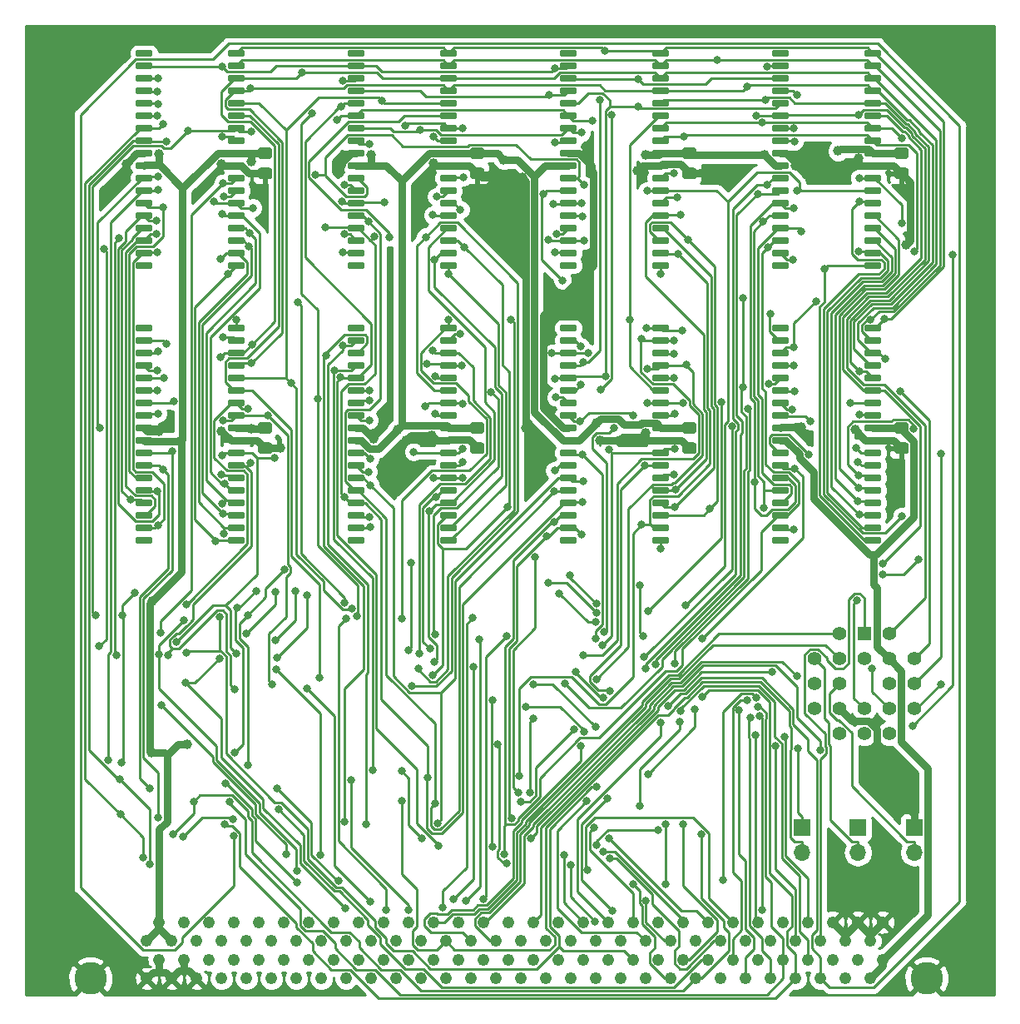
<source format=gbr>
G04 #@! TF.GenerationSoftware,KiCad,Pcbnew,(5.0.2)-1*
G04 #@! TF.CreationDate,2019-02-18T11:06:25-07:00*
G04 #@! TF.ProjectId,8MB SRAM,384d4220-5352-4414-9d2e-6b696361645f,rev?*
G04 #@! TF.SameCoordinates,Original*
G04 #@! TF.FileFunction,Copper,L2,Bot*
G04 #@! TF.FilePolarity,Positive*
%FSLAX46Y46*%
G04 Gerber Fmt 4.6, Leading zero omitted, Abs format (unit mm)*
G04 Created by KiCad (PCBNEW (5.0.2)-1) date 2/18/2019 11:06:25 AM*
%MOMM*%
%LPD*%
G01*
G04 APERTURE LIST*
G04 #@! TA.AperFunction,Conductor*
%ADD10C,0.100000*%
G04 #@! TD*
G04 #@! TA.AperFunction,SMDPad,CuDef*
%ADD11C,1.150000*%
G04 #@! TD*
G04 #@! TA.AperFunction,ComponentPad*
%ADD12R,1.700000X1.700000*%
G04 #@! TD*
G04 #@! TA.AperFunction,ComponentPad*
%ADD13O,1.700000X1.700000*%
G04 #@! TD*
G04 #@! TA.AperFunction,ComponentPad*
%ADD14C,1.422400*%
G04 #@! TD*
G04 #@! TA.AperFunction,ComponentPad*
%ADD15R,1.422400X1.422400*%
G04 #@! TD*
G04 #@! TA.AperFunction,SMDPad,CuDef*
%ADD16C,0.600000*%
G04 #@! TD*
G04 #@! TA.AperFunction,ComponentPad*
%ADD17C,1.219200*%
G04 #@! TD*
G04 #@! TA.AperFunction,ComponentPad*
%ADD18C,3.314700*%
G04 #@! TD*
G04 #@! TA.AperFunction,ViaPad*
%ADD19C,0.800000*%
G04 #@! TD*
G04 #@! TA.AperFunction,ViaPad*
%ADD20C,1.000000*%
G04 #@! TD*
G04 #@! TA.AperFunction,Conductor*
%ADD21C,0.250000*%
G04 #@! TD*
G04 #@! TA.AperFunction,Conductor*
%ADD22C,0.750000*%
G04 #@! TD*
G04 #@! TA.AperFunction,Conductor*
%ADD23C,0.254000*%
G04 #@! TD*
G04 APERTURE END LIST*
D10*
G04 #@! TO.N,GND*
G04 #@! TO.C,C29*
G36*
X110329505Y-63071204D02*
X110353773Y-63074804D01*
X110377572Y-63080765D01*
X110400671Y-63089030D01*
X110422850Y-63099520D01*
X110443893Y-63112132D01*
X110463599Y-63126747D01*
X110481777Y-63143223D01*
X110498253Y-63161401D01*
X110512868Y-63181107D01*
X110525480Y-63202150D01*
X110535970Y-63224329D01*
X110544235Y-63247428D01*
X110550196Y-63271227D01*
X110553796Y-63295495D01*
X110555000Y-63319999D01*
X110555000Y-63970001D01*
X110553796Y-63994505D01*
X110550196Y-64018773D01*
X110544235Y-64042572D01*
X110535970Y-64065671D01*
X110525480Y-64087850D01*
X110512868Y-64108893D01*
X110498253Y-64128599D01*
X110481777Y-64146777D01*
X110463599Y-64163253D01*
X110443893Y-64177868D01*
X110422850Y-64190480D01*
X110400671Y-64200970D01*
X110377572Y-64209235D01*
X110353773Y-64215196D01*
X110329505Y-64218796D01*
X110305001Y-64220000D01*
X109404999Y-64220000D01*
X109380495Y-64218796D01*
X109356227Y-64215196D01*
X109332428Y-64209235D01*
X109309329Y-64200970D01*
X109287150Y-64190480D01*
X109266107Y-64177868D01*
X109246401Y-64163253D01*
X109228223Y-64146777D01*
X109211747Y-64128599D01*
X109197132Y-64108893D01*
X109184520Y-64087850D01*
X109174030Y-64065671D01*
X109165765Y-64042572D01*
X109159804Y-64018773D01*
X109156204Y-63994505D01*
X109155000Y-63970001D01*
X109155000Y-63319999D01*
X109156204Y-63295495D01*
X109159804Y-63271227D01*
X109165765Y-63247428D01*
X109174030Y-63224329D01*
X109184520Y-63202150D01*
X109197132Y-63181107D01*
X109211747Y-63161401D01*
X109228223Y-63143223D01*
X109246401Y-63126747D01*
X109266107Y-63112132D01*
X109287150Y-63099520D01*
X109309329Y-63089030D01*
X109332428Y-63080765D01*
X109356227Y-63074804D01*
X109380495Y-63071204D01*
X109404999Y-63070000D01*
X110305001Y-63070000D01*
X110329505Y-63071204D01*
X110329505Y-63071204D01*
G37*
D11*
G04 #@! TD*
G04 #@! TO.P,C29,2*
G04 #@! TO.N,GND*
X109855000Y-63645000D03*
D10*
G04 #@! TO.N,+5V*
G04 #@! TO.C,C29*
G36*
X110329505Y-61021204D02*
X110353773Y-61024804D01*
X110377572Y-61030765D01*
X110400671Y-61039030D01*
X110422850Y-61049520D01*
X110443893Y-61062132D01*
X110463599Y-61076747D01*
X110481777Y-61093223D01*
X110498253Y-61111401D01*
X110512868Y-61131107D01*
X110525480Y-61152150D01*
X110535970Y-61174329D01*
X110544235Y-61197428D01*
X110550196Y-61221227D01*
X110553796Y-61245495D01*
X110555000Y-61269999D01*
X110555000Y-61920001D01*
X110553796Y-61944505D01*
X110550196Y-61968773D01*
X110544235Y-61992572D01*
X110535970Y-62015671D01*
X110525480Y-62037850D01*
X110512868Y-62058893D01*
X110498253Y-62078599D01*
X110481777Y-62096777D01*
X110463599Y-62113253D01*
X110443893Y-62127868D01*
X110422850Y-62140480D01*
X110400671Y-62150970D01*
X110377572Y-62159235D01*
X110353773Y-62165196D01*
X110329505Y-62168796D01*
X110305001Y-62170000D01*
X109404999Y-62170000D01*
X109380495Y-62168796D01*
X109356227Y-62165196D01*
X109332428Y-62159235D01*
X109309329Y-62150970D01*
X109287150Y-62140480D01*
X109266107Y-62127868D01*
X109246401Y-62113253D01*
X109228223Y-62096777D01*
X109211747Y-62078599D01*
X109197132Y-62058893D01*
X109184520Y-62037850D01*
X109174030Y-62015671D01*
X109165765Y-61992572D01*
X109159804Y-61968773D01*
X109156204Y-61944505D01*
X109155000Y-61920001D01*
X109155000Y-61269999D01*
X109156204Y-61245495D01*
X109159804Y-61221227D01*
X109165765Y-61197428D01*
X109174030Y-61174329D01*
X109184520Y-61152150D01*
X109197132Y-61131107D01*
X109211747Y-61111401D01*
X109228223Y-61093223D01*
X109246401Y-61076747D01*
X109266107Y-61062132D01*
X109287150Y-61049520D01*
X109309329Y-61039030D01*
X109332428Y-61030765D01*
X109356227Y-61024804D01*
X109380495Y-61021204D01*
X109404999Y-61020000D01*
X110305001Y-61020000D01*
X110329505Y-61021204D01*
X110329505Y-61021204D01*
G37*
D11*
G04 #@! TD*
G04 #@! TO.P,C29,1*
G04 #@! TO.N,+5V*
X109855000Y-61595000D03*
D10*
G04 #@! TO.N,+5V*
G04 #@! TO.C,C18*
G36*
X45559505Y-61021204D02*
X45583773Y-61024804D01*
X45607572Y-61030765D01*
X45630671Y-61039030D01*
X45652850Y-61049520D01*
X45673893Y-61062132D01*
X45693599Y-61076747D01*
X45711777Y-61093223D01*
X45728253Y-61111401D01*
X45742868Y-61131107D01*
X45755480Y-61152150D01*
X45765970Y-61174329D01*
X45774235Y-61197428D01*
X45780196Y-61221227D01*
X45783796Y-61245495D01*
X45785000Y-61269999D01*
X45785000Y-61920001D01*
X45783796Y-61944505D01*
X45780196Y-61968773D01*
X45774235Y-61992572D01*
X45765970Y-62015671D01*
X45755480Y-62037850D01*
X45742868Y-62058893D01*
X45728253Y-62078599D01*
X45711777Y-62096777D01*
X45693599Y-62113253D01*
X45673893Y-62127868D01*
X45652850Y-62140480D01*
X45630671Y-62150970D01*
X45607572Y-62159235D01*
X45583773Y-62165196D01*
X45559505Y-62168796D01*
X45535001Y-62170000D01*
X44634999Y-62170000D01*
X44610495Y-62168796D01*
X44586227Y-62165196D01*
X44562428Y-62159235D01*
X44539329Y-62150970D01*
X44517150Y-62140480D01*
X44496107Y-62127868D01*
X44476401Y-62113253D01*
X44458223Y-62096777D01*
X44441747Y-62078599D01*
X44427132Y-62058893D01*
X44414520Y-62037850D01*
X44404030Y-62015671D01*
X44395765Y-61992572D01*
X44389804Y-61968773D01*
X44386204Y-61944505D01*
X44385000Y-61920001D01*
X44385000Y-61269999D01*
X44386204Y-61245495D01*
X44389804Y-61221227D01*
X44395765Y-61197428D01*
X44404030Y-61174329D01*
X44414520Y-61152150D01*
X44427132Y-61131107D01*
X44441747Y-61111401D01*
X44458223Y-61093223D01*
X44476401Y-61076747D01*
X44496107Y-61062132D01*
X44517150Y-61049520D01*
X44539329Y-61039030D01*
X44562428Y-61030765D01*
X44586227Y-61024804D01*
X44610495Y-61021204D01*
X44634999Y-61020000D01*
X45535001Y-61020000D01*
X45559505Y-61021204D01*
X45559505Y-61021204D01*
G37*
D11*
G04 #@! TD*
G04 #@! TO.P,C18,1*
G04 #@! TO.N,+5V*
X45085000Y-61595000D03*
D10*
G04 #@! TO.N,GND*
G04 #@! TO.C,C18*
G36*
X45559505Y-63071204D02*
X45583773Y-63074804D01*
X45607572Y-63080765D01*
X45630671Y-63089030D01*
X45652850Y-63099520D01*
X45673893Y-63112132D01*
X45693599Y-63126747D01*
X45711777Y-63143223D01*
X45728253Y-63161401D01*
X45742868Y-63181107D01*
X45755480Y-63202150D01*
X45765970Y-63224329D01*
X45774235Y-63247428D01*
X45780196Y-63271227D01*
X45783796Y-63295495D01*
X45785000Y-63319999D01*
X45785000Y-63970001D01*
X45783796Y-63994505D01*
X45780196Y-64018773D01*
X45774235Y-64042572D01*
X45765970Y-64065671D01*
X45755480Y-64087850D01*
X45742868Y-64108893D01*
X45728253Y-64128599D01*
X45711777Y-64146777D01*
X45693599Y-64163253D01*
X45673893Y-64177868D01*
X45652850Y-64190480D01*
X45630671Y-64200970D01*
X45607572Y-64209235D01*
X45583773Y-64215196D01*
X45559505Y-64218796D01*
X45535001Y-64220000D01*
X44634999Y-64220000D01*
X44610495Y-64218796D01*
X44586227Y-64215196D01*
X44562428Y-64209235D01*
X44539329Y-64200970D01*
X44517150Y-64190480D01*
X44496107Y-64177868D01*
X44476401Y-64163253D01*
X44458223Y-64146777D01*
X44441747Y-64128599D01*
X44427132Y-64108893D01*
X44414520Y-64087850D01*
X44404030Y-64065671D01*
X44395765Y-64042572D01*
X44389804Y-64018773D01*
X44386204Y-63994505D01*
X44385000Y-63970001D01*
X44385000Y-63319999D01*
X44386204Y-63295495D01*
X44389804Y-63271227D01*
X44395765Y-63247428D01*
X44404030Y-63224329D01*
X44414520Y-63202150D01*
X44427132Y-63181107D01*
X44441747Y-63161401D01*
X44458223Y-63143223D01*
X44476401Y-63126747D01*
X44496107Y-63112132D01*
X44517150Y-63099520D01*
X44539329Y-63089030D01*
X44562428Y-63080765D01*
X44586227Y-63074804D01*
X44610495Y-63071204D01*
X44634999Y-63070000D01*
X45535001Y-63070000D01*
X45559505Y-63071204D01*
X45559505Y-63071204D01*
G37*
D11*
G04 #@! TD*
G04 #@! TO.P,C18,2*
G04 #@! TO.N,GND*
X45085000Y-63645000D03*
D10*
G04 #@! TO.N,GND*
G04 #@! TO.C,C19*
G36*
X88739505Y-35131204D02*
X88763773Y-35134804D01*
X88787572Y-35140765D01*
X88810671Y-35149030D01*
X88832850Y-35159520D01*
X88853893Y-35172132D01*
X88873599Y-35186747D01*
X88891777Y-35203223D01*
X88908253Y-35221401D01*
X88922868Y-35241107D01*
X88935480Y-35262150D01*
X88945970Y-35284329D01*
X88954235Y-35307428D01*
X88960196Y-35331227D01*
X88963796Y-35355495D01*
X88965000Y-35379999D01*
X88965000Y-36030001D01*
X88963796Y-36054505D01*
X88960196Y-36078773D01*
X88954235Y-36102572D01*
X88945970Y-36125671D01*
X88935480Y-36147850D01*
X88922868Y-36168893D01*
X88908253Y-36188599D01*
X88891777Y-36206777D01*
X88873599Y-36223253D01*
X88853893Y-36237868D01*
X88832850Y-36250480D01*
X88810671Y-36260970D01*
X88787572Y-36269235D01*
X88763773Y-36275196D01*
X88739505Y-36278796D01*
X88715001Y-36280000D01*
X87814999Y-36280000D01*
X87790495Y-36278796D01*
X87766227Y-36275196D01*
X87742428Y-36269235D01*
X87719329Y-36260970D01*
X87697150Y-36250480D01*
X87676107Y-36237868D01*
X87656401Y-36223253D01*
X87638223Y-36206777D01*
X87621747Y-36188599D01*
X87607132Y-36168893D01*
X87594520Y-36147850D01*
X87584030Y-36125671D01*
X87575765Y-36102572D01*
X87569804Y-36078773D01*
X87566204Y-36054505D01*
X87565000Y-36030001D01*
X87565000Y-35379999D01*
X87566204Y-35355495D01*
X87569804Y-35331227D01*
X87575765Y-35307428D01*
X87584030Y-35284329D01*
X87594520Y-35262150D01*
X87607132Y-35241107D01*
X87621747Y-35221401D01*
X87638223Y-35203223D01*
X87656401Y-35186747D01*
X87676107Y-35172132D01*
X87697150Y-35159520D01*
X87719329Y-35149030D01*
X87742428Y-35140765D01*
X87766227Y-35134804D01*
X87790495Y-35131204D01*
X87814999Y-35130000D01*
X88715001Y-35130000D01*
X88739505Y-35131204D01*
X88739505Y-35131204D01*
G37*
D11*
G04 #@! TD*
G04 #@! TO.P,C19,2*
G04 #@! TO.N,GND*
X88265000Y-35705000D03*
D10*
G04 #@! TO.N,+5V*
G04 #@! TO.C,C19*
G36*
X88739505Y-33081204D02*
X88763773Y-33084804D01*
X88787572Y-33090765D01*
X88810671Y-33099030D01*
X88832850Y-33109520D01*
X88853893Y-33122132D01*
X88873599Y-33136747D01*
X88891777Y-33153223D01*
X88908253Y-33171401D01*
X88922868Y-33191107D01*
X88935480Y-33212150D01*
X88945970Y-33234329D01*
X88954235Y-33257428D01*
X88960196Y-33281227D01*
X88963796Y-33305495D01*
X88965000Y-33329999D01*
X88965000Y-33980001D01*
X88963796Y-34004505D01*
X88960196Y-34028773D01*
X88954235Y-34052572D01*
X88945970Y-34075671D01*
X88935480Y-34097850D01*
X88922868Y-34118893D01*
X88908253Y-34138599D01*
X88891777Y-34156777D01*
X88873599Y-34173253D01*
X88853893Y-34187868D01*
X88832850Y-34200480D01*
X88810671Y-34210970D01*
X88787572Y-34219235D01*
X88763773Y-34225196D01*
X88739505Y-34228796D01*
X88715001Y-34230000D01*
X87814999Y-34230000D01*
X87790495Y-34228796D01*
X87766227Y-34225196D01*
X87742428Y-34219235D01*
X87719329Y-34210970D01*
X87697150Y-34200480D01*
X87676107Y-34187868D01*
X87656401Y-34173253D01*
X87638223Y-34156777D01*
X87621747Y-34138599D01*
X87607132Y-34118893D01*
X87594520Y-34097850D01*
X87584030Y-34075671D01*
X87575765Y-34052572D01*
X87569804Y-34028773D01*
X87566204Y-34004505D01*
X87565000Y-33980001D01*
X87565000Y-33329999D01*
X87566204Y-33305495D01*
X87569804Y-33281227D01*
X87575765Y-33257428D01*
X87584030Y-33234329D01*
X87594520Y-33212150D01*
X87607132Y-33191107D01*
X87621747Y-33171401D01*
X87638223Y-33153223D01*
X87656401Y-33136747D01*
X87676107Y-33122132D01*
X87697150Y-33109520D01*
X87719329Y-33099030D01*
X87742428Y-33090765D01*
X87766227Y-33084804D01*
X87790495Y-33081204D01*
X87814999Y-33080000D01*
X88715001Y-33080000D01*
X88739505Y-33081204D01*
X88739505Y-33081204D01*
G37*
D11*
G04 #@! TD*
G04 #@! TO.P,C19,1*
G04 #@! TO.N,+5V*
X88265000Y-33655000D03*
D10*
G04 #@! TO.N,+5V*
G04 #@! TO.C,C24*
G36*
X110329505Y-33081204D02*
X110353773Y-33084804D01*
X110377572Y-33090765D01*
X110400671Y-33099030D01*
X110422850Y-33109520D01*
X110443893Y-33122132D01*
X110463599Y-33136747D01*
X110481777Y-33153223D01*
X110498253Y-33171401D01*
X110512868Y-33191107D01*
X110525480Y-33212150D01*
X110535970Y-33234329D01*
X110544235Y-33257428D01*
X110550196Y-33281227D01*
X110553796Y-33305495D01*
X110555000Y-33329999D01*
X110555000Y-33980001D01*
X110553796Y-34004505D01*
X110550196Y-34028773D01*
X110544235Y-34052572D01*
X110535970Y-34075671D01*
X110525480Y-34097850D01*
X110512868Y-34118893D01*
X110498253Y-34138599D01*
X110481777Y-34156777D01*
X110463599Y-34173253D01*
X110443893Y-34187868D01*
X110422850Y-34200480D01*
X110400671Y-34210970D01*
X110377572Y-34219235D01*
X110353773Y-34225196D01*
X110329505Y-34228796D01*
X110305001Y-34230000D01*
X109404999Y-34230000D01*
X109380495Y-34228796D01*
X109356227Y-34225196D01*
X109332428Y-34219235D01*
X109309329Y-34210970D01*
X109287150Y-34200480D01*
X109266107Y-34187868D01*
X109246401Y-34173253D01*
X109228223Y-34156777D01*
X109211747Y-34138599D01*
X109197132Y-34118893D01*
X109184520Y-34097850D01*
X109174030Y-34075671D01*
X109165765Y-34052572D01*
X109159804Y-34028773D01*
X109156204Y-34004505D01*
X109155000Y-33980001D01*
X109155000Y-33329999D01*
X109156204Y-33305495D01*
X109159804Y-33281227D01*
X109165765Y-33257428D01*
X109174030Y-33234329D01*
X109184520Y-33212150D01*
X109197132Y-33191107D01*
X109211747Y-33171401D01*
X109228223Y-33153223D01*
X109246401Y-33136747D01*
X109266107Y-33122132D01*
X109287150Y-33109520D01*
X109309329Y-33099030D01*
X109332428Y-33090765D01*
X109356227Y-33084804D01*
X109380495Y-33081204D01*
X109404999Y-33080000D01*
X110305001Y-33080000D01*
X110329505Y-33081204D01*
X110329505Y-33081204D01*
G37*
D11*
G04 #@! TD*
G04 #@! TO.P,C24,1*
G04 #@! TO.N,+5V*
X109855000Y-33655000D03*
D10*
G04 #@! TO.N,GND*
G04 #@! TO.C,C24*
G36*
X110329505Y-35131204D02*
X110353773Y-35134804D01*
X110377572Y-35140765D01*
X110400671Y-35149030D01*
X110422850Y-35159520D01*
X110443893Y-35172132D01*
X110463599Y-35186747D01*
X110481777Y-35203223D01*
X110498253Y-35221401D01*
X110512868Y-35241107D01*
X110525480Y-35262150D01*
X110535970Y-35284329D01*
X110544235Y-35307428D01*
X110550196Y-35331227D01*
X110553796Y-35355495D01*
X110555000Y-35379999D01*
X110555000Y-36030001D01*
X110553796Y-36054505D01*
X110550196Y-36078773D01*
X110544235Y-36102572D01*
X110535970Y-36125671D01*
X110525480Y-36147850D01*
X110512868Y-36168893D01*
X110498253Y-36188599D01*
X110481777Y-36206777D01*
X110463599Y-36223253D01*
X110443893Y-36237868D01*
X110422850Y-36250480D01*
X110400671Y-36260970D01*
X110377572Y-36269235D01*
X110353773Y-36275196D01*
X110329505Y-36278796D01*
X110305001Y-36280000D01*
X109404999Y-36280000D01*
X109380495Y-36278796D01*
X109356227Y-36275196D01*
X109332428Y-36269235D01*
X109309329Y-36260970D01*
X109287150Y-36250480D01*
X109266107Y-36237868D01*
X109246401Y-36223253D01*
X109228223Y-36206777D01*
X109211747Y-36188599D01*
X109197132Y-36168893D01*
X109184520Y-36147850D01*
X109174030Y-36125671D01*
X109165765Y-36102572D01*
X109159804Y-36078773D01*
X109156204Y-36054505D01*
X109155000Y-36030001D01*
X109155000Y-35379999D01*
X109156204Y-35355495D01*
X109159804Y-35331227D01*
X109165765Y-35307428D01*
X109174030Y-35284329D01*
X109184520Y-35262150D01*
X109197132Y-35241107D01*
X109211747Y-35221401D01*
X109228223Y-35203223D01*
X109246401Y-35186747D01*
X109266107Y-35172132D01*
X109287150Y-35159520D01*
X109309329Y-35149030D01*
X109332428Y-35140765D01*
X109356227Y-35134804D01*
X109380495Y-35131204D01*
X109404999Y-35130000D01*
X110305001Y-35130000D01*
X110329505Y-35131204D01*
X110329505Y-35131204D01*
G37*
D11*
G04 #@! TD*
G04 #@! TO.P,C24,2*
G04 #@! TO.N,GND*
X109855000Y-35705000D03*
D10*
G04 #@! TO.N,GND*
G04 #@! TO.C,C25*
G36*
X67149505Y-35131204D02*
X67173773Y-35134804D01*
X67197572Y-35140765D01*
X67220671Y-35149030D01*
X67242850Y-35159520D01*
X67263893Y-35172132D01*
X67283599Y-35186747D01*
X67301777Y-35203223D01*
X67318253Y-35221401D01*
X67332868Y-35241107D01*
X67345480Y-35262150D01*
X67355970Y-35284329D01*
X67364235Y-35307428D01*
X67370196Y-35331227D01*
X67373796Y-35355495D01*
X67375000Y-35379999D01*
X67375000Y-36030001D01*
X67373796Y-36054505D01*
X67370196Y-36078773D01*
X67364235Y-36102572D01*
X67355970Y-36125671D01*
X67345480Y-36147850D01*
X67332868Y-36168893D01*
X67318253Y-36188599D01*
X67301777Y-36206777D01*
X67283599Y-36223253D01*
X67263893Y-36237868D01*
X67242850Y-36250480D01*
X67220671Y-36260970D01*
X67197572Y-36269235D01*
X67173773Y-36275196D01*
X67149505Y-36278796D01*
X67125001Y-36280000D01*
X66224999Y-36280000D01*
X66200495Y-36278796D01*
X66176227Y-36275196D01*
X66152428Y-36269235D01*
X66129329Y-36260970D01*
X66107150Y-36250480D01*
X66086107Y-36237868D01*
X66066401Y-36223253D01*
X66048223Y-36206777D01*
X66031747Y-36188599D01*
X66017132Y-36168893D01*
X66004520Y-36147850D01*
X65994030Y-36125671D01*
X65985765Y-36102572D01*
X65979804Y-36078773D01*
X65976204Y-36054505D01*
X65975000Y-36030001D01*
X65975000Y-35379999D01*
X65976204Y-35355495D01*
X65979804Y-35331227D01*
X65985765Y-35307428D01*
X65994030Y-35284329D01*
X66004520Y-35262150D01*
X66017132Y-35241107D01*
X66031747Y-35221401D01*
X66048223Y-35203223D01*
X66066401Y-35186747D01*
X66086107Y-35172132D01*
X66107150Y-35159520D01*
X66129329Y-35149030D01*
X66152428Y-35140765D01*
X66176227Y-35134804D01*
X66200495Y-35131204D01*
X66224999Y-35130000D01*
X67125001Y-35130000D01*
X67149505Y-35131204D01*
X67149505Y-35131204D01*
G37*
D11*
G04 #@! TD*
G04 #@! TO.P,C25,2*
G04 #@! TO.N,GND*
X66675000Y-35705000D03*
D10*
G04 #@! TO.N,+5V*
G04 #@! TO.C,C25*
G36*
X67149505Y-33081204D02*
X67173773Y-33084804D01*
X67197572Y-33090765D01*
X67220671Y-33099030D01*
X67242850Y-33109520D01*
X67263893Y-33122132D01*
X67283599Y-33136747D01*
X67301777Y-33153223D01*
X67318253Y-33171401D01*
X67332868Y-33191107D01*
X67345480Y-33212150D01*
X67355970Y-33234329D01*
X67364235Y-33257428D01*
X67370196Y-33281227D01*
X67373796Y-33305495D01*
X67375000Y-33329999D01*
X67375000Y-33980001D01*
X67373796Y-34004505D01*
X67370196Y-34028773D01*
X67364235Y-34052572D01*
X67355970Y-34075671D01*
X67345480Y-34097850D01*
X67332868Y-34118893D01*
X67318253Y-34138599D01*
X67301777Y-34156777D01*
X67283599Y-34173253D01*
X67263893Y-34187868D01*
X67242850Y-34200480D01*
X67220671Y-34210970D01*
X67197572Y-34219235D01*
X67173773Y-34225196D01*
X67149505Y-34228796D01*
X67125001Y-34230000D01*
X66224999Y-34230000D01*
X66200495Y-34228796D01*
X66176227Y-34225196D01*
X66152428Y-34219235D01*
X66129329Y-34210970D01*
X66107150Y-34200480D01*
X66086107Y-34187868D01*
X66066401Y-34173253D01*
X66048223Y-34156777D01*
X66031747Y-34138599D01*
X66017132Y-34118893D01*
X66004520Y-34097850D01*
X65994030Y-34075671D01*
X65985765Y-34052572D01*
X65979804Y-34028773D01*
X65976204Y-34004505D01*
X65975000Y-33980001D01*
X65975000Y-33329999D01*
X65976204Y-33305495D01*
X65979804Y-33281227D01*
X65985765Y-33257428D01*
X65994030Y-33234329D01*
X66004520Y-33212150D01*
X66017132Y-33191107D01*
X66031747Y-33171401D01*
X66048223Y-33153223D01*
X66066401Y-33136747D01*
X66086107Y-33122132D01*
X66107150Y-33109520D01*
X66129329Y-33099030D01*
X66152428Y-33090765D01*
X66176227Y-33084804D01*
X66200495Y-33081204D01*
X66224999Y-33080000D01*
X67125001Y-33080000D01*
X67149505Y-33081204D01*
X67149505Y-33081204D01*
G37*
D11*
G04 #@! TD*
G04 #@! TO.P,C25,1*
G04 #@! TO.N,+5V*
X66675000Y-33655000D03*
D10*
G04 #@! TO.N,+5V*
G04 #@! TO.C,C26*
G36*
X45559505Y-33081204D02*
X45583773Y-33084804D01*
X45607572Y-33090765D01*
X45630671Y-33099030D01*
X45652850Y-33109520D01*
X45673893Y-33122132D01*
X45693599Y-33136747D01*
X45711777Y-33153223D01*
X45728253Y-33171401D01*
X45742868Y-33191107D01*
X45755480Y-33212150D01*
X45765970Y-33234329D01*
X45774235Y-33257428D01*
X45780196Y-33281227D01*
X45783796Y-33305495D01*
X45785000Y-33329999D01*
X45785000Y-33980001D01*
X45783796Y-34004505D01*
X45780196Y-34028773D01*
X45774235Y-34052572D01*
X45765970Y-34075671D01*
X45755480Y-34097850D01*
X45742868Y-34118893D01*
X45728253Y-34138599D01*
X45711777Y-34156777D01*
X45693599Y-34173253D01*
X45673893Y-34187868D01*
X45652850Y-34200480D01*
X45630671Y-34210970D01*
X45607572Y-34219235D01*
X45583773Y-34225196D01*
X45559505Y-34228796D01*
X45535001Y-34230000D01*
X44634999Y-34230000D01*
X44610495Y-34228796D01*
X44586227Y-34225196D01*
X44562428Y-34219235D01*
X44539329Y-34210970D01*
X44517150Y-34200480D01*
X44496107Y-34187868D01*
X44476401Y-34173253D01*
X44458223Y-34156777D01*
X44441747Y-34138599D01*
X44427132Y-34118893D01*
X44414520Y-34097850D01*
X44404030Y-34075671D01*
X44395765Y-34052572D01*
X44389804Y-34028773D01*
X44386204Y-34004505D01*
X44385000Y-33980001D01*
X44385000Y-33329999D01*
X44386204Y-33305495D01*
X44389804Y-33281227D01*
X44395765Y-33257428D01*
X44404030Y-33234329D01*
X44414520Y-33212150D01*
X44427132Y-33191107D01*
X44441747Y-33171401D01*
X44458223Y-33153223D01*
X44476401Y-33136747D01*
X44496107Y-33122132D01*
X44517150Y-33109520D01*
X44539329Y-33099030D01*
X44562428Y-33090765D01*
X44586227Y-33084804D01*
X44610495Y-33081204D01*
X44634999Y-33080000D01*
X45535001Y-33080000D01*
X45559505Y-33081204D01*
X45559505Y-33081204D01*
G37*
D11*
G04 #@! TD*
G04 #@! TO.P,C26,1*
G04 #@! TO.N,+5V*
X45085000Y-33655000D03*
D10*
G04 #@! TO.N,GND*
G04 #@! TO.C,C26*
G36*
X45559505Y-35131204D02*
X45583773Y-35134804D01*
X45607572Y-35140765D01*
X45630671Y-35149030D01*
X45652850Y-35159520D01*
X45673893Y-35172132D01*
X45693599Y-35186747D01*
X45711777Y-35203223D01*
X45728253Y-35221401D01*
X45742868Y-35241107D01*
X45755480Y-35262150D01*
X45765970Y-35284329D01*
X45774235Y-35307428D01*
X45780196Y-35331227D01*
X45783796Y-35355495D01*
X45785000Y-35379999D01*
X45785000Y-36030001D01*
X45783796Y-36054505D01*
X45780196Y-36078773D01*
X45774235Y-36102572D01*
X45765970Y-36125671D01*
X45755480Y-36147850D01*
X45742868Y-36168893D01*
X45728253Y-36188599D01*
X45711777Y-36206777D01*
X45693599Y-36223253D01*
X45673893Y-36237868D01*
X45652850Y-36250480D01*
X45630671Y-36260970D01*
X45607572Y-36269235D01*
X45583773Y-36275196D01*
X45559505Y-36278796D01*
X45535001Y-36280000D01*
X44634999Y-36280000D01*
X44610495Y-36278796D01*
X44586227Y-36275196D01*
X44562428Y-36269235D01*
X44539329Y-36260970D01*
X44517150Y-36250480D01*
X44496107Y-36237868D01*
X44476401Y-36223253D01*
X44458223Y-36206777D01*
X44441747Y-36188599D01*
X44427132Y-36168893D01*
X44414520Y-36147850D01*
X44404030Y-36125671D01*
X44395765Y-36102572D01*
X44389804Y-36078773D01*
X44386204Y-36054505D01*
X44385000Y-36030001D01*
X44385000Y-35379999D01*
X44386204Y-35355495D01*
X44389804Y-35331227D01*
X44395765Y-35307428D01*
X44404030Y-35284329D01*
X44414520Y-35262150D01*
X44427132Y-35241107D01*
X44441747Y-35221401D01*
X44458223Y-35203223D01*
X44476401Y-35186747D01*
X44496107Y-35172132D01*
X44517150Y-35159520D01*
X44539329Y-35149030D01*
X44562428Y-35140765D01*
X44586227Y-35134804D01*
X44610495Y-35131204D01*
X44634999Y-35130000D01*
X45535001Y-35130000D01*
X45559505Y-35131204D01*
X45559505Y-35131204D01*
G37*
D11*
G04 #@! TD*
G04 #@! TO.P,C26,2*
G04 #@! TO.N,GND*
X45085000Y-35705000D03*
D10*
G04 #@! TO.N,+5V*
G04 #@! TO.C,C27*
G36*
X67149505Y-61021204D02*
X67173773Y-61024804D01*
X67197572Y-61030765D01*
X67220671Y-61039030D01*
X67242850Y-61049520D01*
X67263893Y-61062132D01*
X67283599Y-61076747D01*
X67301777Y-61093223D01*
X67318253Y-61111401D01*
X67332868Y-61131107D01*
X67345480Y-61152150D01*
X67355970Y-61174329D01*
X67364235Y-61197428D01*
X67370196Y-61221227D01*
X67373796Y-61245495D01*
X67375000Y-61269999D01*
X67375000Y-61920001D01*
X67373796Y-61944505D01*
X67370196Y-61968773D01*
X67364235Y-61992572D01*
X67355970Y-62015671D01*
X67345480Y-62037850D01*
X67332868Y-62058893D01*
X67318253Y-62078599D01*
X67301777Y-62096777D01*
X67283599Y-62113253D01*
X67263893Y-62127868D01*
X67242850Y-62140480D01*
X67220671Y-62150970D01*
X67197572Y-62159235D01*
X67173773Y-62165196D01*
X67149505Y-62168796D01*
X67125001Y-62170000D01*
X66224999Y-62170000D01*
X66200495Y-62168796D01*
X66176227Y-62165196D01*
X66152428Y-62159235D01*
X66129329Y-62150970D01*
X66107150Y-62140480D01*
X66086107Y-62127868D01*
X66066401Y-62113253D01*
X66048223Y-62096777D01*
X66031747Y-62078599D01*
X66017132Y-62058893D01*
X66004520Y-62037850D01*
X65994030Y-62015671D01*
X65985765Y-61992572D01*
X65979804Y-61968773D01*
X65976204Y-61944505D01*
X65975000Y-61920001D01*
X65975000Y-61269999D01*
X65976204Y-61245495D01*
X65979804Y-61221227D01*
X65985765Y-61197428D01*
X65994030Y-61174329D01*
X66004520Y-61152150D01*
X66017132Y-61131107D01*
X66031747Y-61111401D01*
X66048223Y-61093223D01*
X66066401Y-61076747D01*
X66086107Y-61062132D01*
X66107150Y-61049520D01*
X66129329Y-61039030D01*
X66152428Y-61030765D01*
X66176227Y-61024804D01*
X66200495Y-61021204D01*
X66224999Y-61020000D01*
X67125001Y-61020000D01*
X67149505Y-61021204D01*
X67149505Y-61021204D01*
G37*
D11*
G04 #@! TD*
G04 #@! TO.P,C27,1*
G04 #@! TO.N,+5V*
X66675000Y-61595000D03*
D10*
G04 #@! TO.N,GND*
G04 #@! TO.C,C27*
G36*
X67149505Y-63071204D02*
X67173773Y-63074804D01*
X67197572Y-63080765D01*
X67220671Y-63089030D01*
X67242850Y-63099520D01*
X67263893Y-63112132D01*
X67283599Y-63126747D01*
X67301777Y-63143223D01*
X67318253Y-63161401D01*
X67332868Y-63181107D01*
X67345480Y-63202150D01*
X67355970Y-63224329D01*
X67364235Y-63247428D01*
X67370196Y-63271227D01*
X67373796Y-63295495D01*
X67375000Y-63319999D01*
X67375000Y-63970001D01*
X67373796Y-63994505D01*
X67370196Y-64018773D01*
X67364235Y-64042572D01*
X67355970Y-64065671D01*
X67345480Y-64087850D01*
X67332868Y-64108893D01*
X67318253Y-64128599D01*
X67301777Y-64146777D01*
X67283599Y-64163253D01*
X67263893Y-64177868D01*
X67242850Y-64190480D01*
X67220671Y-64200970D01*
X67197572Y-64209235D01*
X67173773Y-64215196D01*
X67149505Y-64218796D01*
X67125001Y-64220000D01*
X66224999Y-64220000D01*
X66200495Y-64218796D01*
X66176227Y-64215196D01*
X66152428Y-64209235D01*
X66129329Y-64200970D01*
X66107150Y-64190480D01*
X66086107Y-64177868D01*
X66066401Y-64163253D01*
X66048223Y-64146777D01*
X66031747Y-64128599D01*
X66017132Y-64108893D01*
X66004520Y-64087850D01*
X65994030Y-64065671D01*
X65985765Y-64042572D01*
X65979804Y-64018773D01*
X65976204Y-63994505D01*
X65975000Y-63970001D01*
X65975000Y-63319999D01*
X65976204Y-63295495D01*
X65979804Y-63271227D01*
X65985765Y-63247428D01*
X65994030Y-63224329D01*
X66004520Y-63202150D01*
X66017132Y-63181107D01*
X66031747Y-63161401D01*
X66048223Y-63143223D01*
X66066401Y-63126747D01*
X66086107Y-63112132D01*
X66107150Y-63099520D01*
X66129329Y-63089030D01*
X66152428Y-63080765D01*
X66176227Y-63074804D01*
X66200495Y-63071204D01*
X66224999Y-63070000D01*
X67125001Y-63070000D01*
X67149505Y-63071204D01*
X67149505Y-63071204D01*
G37*
D11*
G04 #@! TD*
G04 #@! TO.P,C27,2*
G04 #@! TO.N,GND*
X66675000Y-63645000D03*
D10*
G04 #@! TO.N,+5V*
G04 #@! TO.C,C28*
G36*
X88739505Y-61021204D02*
X88763773Y-61024804D01*
X88787572Y-61030765D01*
X88810671Y-61039030D01*
X88832850Y-61049520D01*
X88853893Y-61062132D01*
X88873599Y-61076747D01*
X88891777Y-61093223D01*
X88908253Y-61111401D01*
X88922868Y-61131107D01*
X88935480Y-61152150D01*
X88945970Y-61174329D01*
X88954235Y-61197428D01*
X88960196Y-61221227D01*
X88963796Y-61245495D01*
X88965000Y-61269999D01*
X88965000Y-61920001D01*
X88963796Y-61944505D01*
X88960196Y-61968773D01*
X88954235Y-61992572D01*
X88945970Y-62015671D01*
X88935480Y-62037850D01*
X88922868Y-62058893D01*
X88908253Y-62078599D01*
X88891777Y-62096777D01*
X88873599Y-62113253D01*
X88853893Y-62127868D01*
X88832850Y-62140480D01*
X88810671Y-62150970D01*
X88787572Y-62159235D01*
X88763773Y-62165196D01*
X88739505Y-62168796D01*
X88715001Y-62170000D01*
X87814999Y-62170000D01*
X87790495Y-62168796D01*
X87766227Y-62165196D01*
X87742428Y-62159235D01*
X87719329Y-62150970D01*
X87697150Y-62140480D01*
X87676107Y-62127868D01*
X87656401Y-62113253D01*
X87638223Y-62096777D01*
X87621747Y-62078599D01*
X87607132Y-62058893D01*
X87594520Y-62037850D01*
X87584030Y-62015671D01*
X87575765Y-61992572D01*
X87569804Y-61968773D01*
X87566204Y-61944505D01*
X87565000Y-61920001D01*
X87565000Y-61269999D01*
X87566204Y-61245495D01*
X87569804Y-61221227D01*
X87575765Y-61197428D01*
X87584030Y-61174329D01*
X87594520Y-61152150D01*
X87607132Y-61131107D01*
X87621747Y-61111401D01*
X87638223Y-61093223D01*
X87656401Y-61076747D01*
X87676107Y-61062132D01*
X87697150Y-61049520D01*
X87719329Y-61039030D01*
X87742428Y-61030765D01*
X87766227Y-61024804D01*
X87790495Y-61021204D01*
X87814999Y-61020000D01*
X88715001Y-61020000D01*
X88739505Y-61021204D01*
X88739505Y-61021204D01*
G37*
D11*
G04 #@! TD*
G04 #@! TO.P,C28,1*
G04 #@! TO.N,+5V*
X88265000Y-61595000D03*
D10*
G04 #@! TO.N,GND*
G04 #@! TO.C,C28*
G36*
X88739505Y-63071204D02*
X88763773Y-63074804D01*
X88787572Y-63080765D01*
X88810671Y-63089030D01*
X88832850Y-63099520D01*
X88853893Y-63112132D01*
X88873599Y-63126747D01*
X88891777Y-63143223D01*
X88908253Y-63161401D01*
X88922868Y-63181107D01*
X88935480Y-63202150D01*
X88945970Y-63224329D01*
X88954235Y-63247428D01*
X88960196Y-63271227D01*
X88963796Y-63295495D01*
X88965000Y-63319999D01*
X88965000Y-63970001D01*
X88963796Y-63994505D01*
X88960196Y-64018773D01*
X88954235Y-64042572D01*
X88945970Y-64065671D01*
X88935480Y-64087850D01*
X88922868Y-64108893D01*
X88908253Y-64128599D01*
X88891777Y-64146777D01*
X88873599Y-64163253D01*
X88853893Y-64177868D01*
X88832850Y-64190480D01*
X88810671Y-64200970D01*
X88787572Y-64209235D01*
X88763773Y-64215196D01*
X88739505Y-64218796D01*
X88715001Y-64220000D01*
X87814999Y-64220000D01*
X87790495Y-64218796D01*
X87766227Y-64215196D01*
X87742428Y-64209235D01*
X87719329Y-64200970D01*
X87697150Y-64190480D01*
X87676107Y-64177868D01*
X87656401Y-64163253D01*
X87638223Y-64146777D01*
X87621747Y-64128599D01*
X87607132Y-64108893D01*
X87594520Y-64087850D01*
X87584030Y-64065671D01*
X87575765Y-64042572D01*
X87569804Y-64018773D01*
X87566204Y-63994505D01*
X87565000Y-63970001D01*
X87565000Y-63319999D01*
X87566204Y-63295495D01*
X87569804Y-63271227D01*
X87575765Y-63247428D01*
X87584030Y-63224329D01*
X87594520Y-63202150D01*
X87607132Y-63181107D01*
X87621747Y-63161401D01*
X87638223Y-63143223D01*
X87656401Y-63126747D01*
X87676107Y-63112132D01*
X87697150Y-63099520D01*
X87719329Y-63089030D01*
X87742428Y-63080765D01*
X87766227Y-63074804D01*
X87790495Y-63071204D01*
X87814999Y-63070000D01*
X88715001Y-63070000D01*
X88739505Y-63071204D01*
X88739505Y-63071204D01*
G37*
D11*
G04 #@! TD*
G04 #@! TO.P,C28,2*
G04 #@! TO.N,GND*
X88265000Y-63645000D03*
D12*
G04 #@! TO.P,JP3,1*
G04 #@! TO.N,/~MOVL*
X99695000Y-102235000D03*
D13*
G04 #@! TO.P,JP3,2*
G04 #@! TO.N,/~M16*
X99695000Y-104775000D03*
G04 #@! TD*
G04 #@! TO.P,JP2,2*
G04 #@! TO.N,Net-(JP2-Pad2)*
X111125000Y-104775000D03*
D12*
G04 #@! TO.P,JP2,1*
G04 #@! TO.N,GND*
X111125000Y-102235000D03*
G04 #@! TD*
G04 #@! TO.P,JP1,1*
G04 #@! TO.N,/~MOVL*
X105410000Y-102235000D03*
D13*
G04 #@! TO.P,JP1,2*
G04 #@! TO.N,Net-(JP1-Pad2)*
X105410000Y-104775000D03*
G04 #@! TD*
D14*
G04 #@! TO.P,U22,2*
G04 #@! TO.N,/A0*
X106045000Y-85090000D03*
G04 #@! TO.P,U22,20*
G04 #@! TO.N,+5V*
X108585000Y-85090000D03*
D15*
G04 #@! TO.P,U22,1*
G04 #@! TO.N,/A23*
X106045000Y-82550000D03*
D14*
G04 #@! TO.P,U22,3*
G04 #@! TO.N,/~BHE*
X103505000Y-82550000D03*
G04 #@! TO.P,U22,5*
G04 #@! TO.N,/~MEMR*
X103505000Y-85090000D03*
G04 #@! TO.P,U22,7*
G04 #@! TO.N,Net-(JP2-Pad2)*
X103505000Y-87630000D03*
G04 #@! TO.P,U22,4*
G04 #@! TO.N,Net-(JP1-Pad2)*
X100965000Y-85090000D03*
G04 #@! TO.P,U22,6*
G04 #@! TO.N,/~MEMW*
X100965000Y-87630000D03*
G04 #@! TO.P,U22,8*
G04 #@! TO.N,Net-(U22-Pad8)*
X100965000Y-90170000D03*
G04 #@! TO.P,U22,10*
G04 #@! TO.N,GND*
X103505000Y-90170000D03*
G04 #@! TO.P,U22,12*
G04 #@! TO.N,/SEL*
X106045000Y-90170000D03*
G04 #@! TO.P,U22,14*
G04 #@! TO.N,/~WR*
X111125000Y-90170000D03*
G04 #@! TO.P,U22,9*
G04 #@! TO.N,Net-(U22-Pad9)*
X103505000Y-92710000D03*
G04 #@! TO.P,U22,11*
G04 #@! TO.N,Net-(U22-Pad11)*
X106045000Y-92710000D03*
G04 #@! TO.P,U22,13*
G04 #@! TO.N,/~BRDSEL*
X108585000Y-92710000D03*
G04 #@! TO.P,U22,15*
G04 #@! TO.N,/~RD*
X108585000Y-90170000D03*
G04 #@! TO.P,U22,17*
G04 #@! TO.N,/~WEL*
X108585000Y-87630000D03*
G04 #@! TO.P,U22,19*
G04 #@! TO.N,/~OEL*
X108585000Y-82550000D03*
G04 #@! TO.P,U22,16*
G04 #@! TO.N,/~WEH*
X111125000Y-87630000D03*
G04 #@! TO.P,U22,18*
G04 #@! TO.N,/~OEH*
X111125000Y-85090000D03*
G04 #@! TD*
D10*
G04 #@! TO.N,Net-(U13-Pad36)*
G04 #@! TO.C,U13*
G36*
X98249703Y-51135722D02*
X98264264Y-51137882D01*
X98278543Y-51141459D01*
X98292403Y-51146418D01*
X98305710Y-51152712D01*
X98318336Y-51160280D01*
X98330159Y-51169048D01*
X98341066Y-51178934D01*
X98350952Y-51189841D01*
X98359720Y-51201664D01*
X98367288Y-51214290D01*
X98373582Y-51227597D01*
X98378541Y-51241457D01*
X98382118Y-51255736D01*
X98384278Y-51270297D01*
X98385000Y-51285000D01*
X98385000Y-51585000D01*
X98384278Y-51599703D01*
X98382118Y-51614264D01*
X98378541Y-51628543D01*
X98373582Y-51642403D01*
X98367288Y-51655710D01*
X98359720Y-51668336D01*
X98350952Y-51680159D01*
X98341066Y-51691066D01*
X98330159Y-51700952D01*
X98318336Y-51709720D01*
X98305710Y-51717288D01*
X98292403Y-51723582D01*
X98278543Y-51728541D01*
X98264264Y-51732118D01*
X98249703Y-51734278D01*
X98235000Y-51735000D01*
X96835000Y-51735000D01*
X96820297Y-51734278D01*
X96805736Y-51732118D01*
X96791457Y-51728541D01*
X96777597Y-51723582D01*
X96764290Y-51717288D01*
X96751664Y-51709720D01*
X96739841Y-51700952D01*
X96728934Y-51691066D01*
X96719048Y-51680159D01*
X96710280Y-51668336D01*
X96702712Y-51655710D01*
X96696418Y-51642403D01*
X96691459Y-51628543D01*
X96687882Y-51614264D01*
X96685722Y-51599703D01*
X96685000Y-51585000D01*
X96685000Y-51285000D01*
X96685722Y-51270297D01*
X96687882Y-51255736D01*
X96691459Y-51241457D01*
X96696418Y-51227597D01*
X96702712Y-51214290D01*
X96710280Y-51201664D01*
X96719048Y-51189841D01*
X96728934Y-51178934D01*
X96739841Y-51169048D01*
X96751664Y-51160280D01*
X96764290Y-51152712D01*
X96777597Y-51146418D01*
X96791457Y-51141459D01*
X96805736Y-51137882D01*
X96820297Y-51135722D01*
X96835000Y-51135000D01*
X98235000Y-51135000D01*
X98249703Y-51135722D01*
X98249703Y-51135722D01*
G37*
D16*
G04 #@! TD*
G04 #@! TO.P,U13,36*
G04 #@! TO.N,Net-(U13-Pad36)*
X97535000Y-51435000D03*
D10*
G04 #@! TO.N,/MA18*
G04 #@! TO.C,U13*
G36*
X98249703Y-52405722D02*
X98264264Y-52407882D01*
X98278543Y-52411459D01*
X98292403Y-52416418D01*
X98305710Y-52422712D01*
X98318336Y-52430280D01*
X98330159Y-52439048D01*
X98341066Y-52448934D01*
X98350952Y-52459841D01*
X98359720Y-52471664D01*
X98367288Y-52484290D01*
X98373582Y-52497597D01*
X98378541Y-52511457D01*
X98382118Y-52525736D01*
X98384278Y-52540297D01*
X98385000Y-52555000D01*
X98385000Y-52855000D01*
X98384278Y-52869703D01*
X98382118Y-52884264D01*
X98378541Y-52898543D01*
X98373582Y-52912403D01*
X98367288Y-52925710D01*
X98359720Y-52938336D01*
X98350952Y-52950159D01*
X98341066Y-52961066D01*
X98330159Y-52970952D01*
X98318336Y-52979720D01*
X98305710Y-52987288D01*
X98292403Y-52993582D01*
X98278543Y-52998541D01*
X98264264Y-53002118D01*
X98249703Y-53004278D01*
X98235000Y-53005000D01*
X96835000Y-53005000D01*
X96820297Y-53004278D01*
X96805736Y-53002118D01*
X96791457Y-52998541D01*
X96777597Y-52993582D01*
X96764290Y-52987288D01*
X96751664Y-52979720D01*
X96739841Y-52970952D01*
X96728934Y-52961066D01*
X96719048Y-52950159D01*
X96710280Y-52938336D01*
X96702712Y-52925710D01*
X96696418Y-52912403D01*
X96691459Y-52898543D01*
X96687882Y-52884264D01*
X96685722Y-52869703D01*
X96685000Y-52855000D01*
X96685000Y-52555000D01*
X96685722Y-52540297D01*
X96687882Y-52525736D01*
X96691459Y-52511457D01*
X96696418Y-52497597D01*
X96702712Y-52484290D01*
X96710280Y-52471664D01*
X96719048Y-52459841D01*
X96728934Y-52448934D01*
X96739841Y-52439048D01*
X96751664Y-52430280D01*
X96764290Y-52422712D01*
X96777597Y-52416418D01*
X96791457Y-52411459D01*
X96805736Y-52407882D01*
X96820297Y-52405722D01*
X96835000Y-52405000D01*
X98235000Y-52405000D01*
X98249703Y-52405722D01*
X98249703Y-52405722D01*
G37*
D16*
G04 #@! TD*
G04 #@! TO.P,U13,35*
G04 #@! TO.N,/MA18*
X97535000Y-52705000D03*
D10*
G04 #@! TO.N,/MA17*
G04 #@! TO.C,U13*
G36*
X98249703Y-53675722D02*
X98264264Y-53677882D01*
X98278543Y-53681459D01*
X98292403Y-53686418D01*
X98305710Y-53692712D01*
X98318336Y-53700280D01*
X98330159Y-53709048D01*
X98341066Y-53718934D01*
X98350952Y-53729841D01*
X98359720Y-53741664D01*
X98367288Y-53754290D01*
X98373582Y-53767597D01*
X98378541Y-53781457D01*
X98382118Y-53795736D01*
X98384278Y-53810297D01*
X98385000Y-53825000D01*
X98385000Y-54125000D01*
X98384278Y-54139703D01*
X98382118Y-54154264D01*
X98378541Y-54168543D01*
X98373582Y-54182403D01*
X98367288Y-54195710D01*
X98359720Y-54208336D01*
X98350952Y-54220159D01*
X98341066Y-54231066D01*
X98330159Y-54240952D01*
X98318336Y-54249720D01*
X98305710Y-54257288D01*
X98292403Y-54263582D01*
X98278543Y-54268541D01*
X98264264Y-54272118D01*
X98249703Y-54274278D01*
X98235000Y-54275000D01*
X96835000Y-54275000D01*
X96820297Y-54274278D01*
X96805736Y-54272118D01*
X96791457Y-54268541D01*
X96777597Y-54263582D01*
X96764290Y-54257288D01*
X96751664Y-54249720D01*
X96739841Y-54240952D01*
X96728934Y-54231066D01*
X96719048Y-54220159D01*
X96710280Y-54208336D01*
X96702712Y-54195710D01*
X96696418Y-54182403D01*
X96691459Y-54168543D01*
X96687882Y-54154264D01*
X96685722Y-54139703D01*
X96685000Y-54125000D01*
X96685000Y-53825000D01*
X96685722Y-53810297D01*
X96687882Y-53795736D01*
X96691459Y-53781457D01*
X96696418Y-53767597D01*
X96702712Y-53754290D01*
X96710280Y-53741664D01*
X96719048Y-53729841D01*
X96728934Y-53718934D01*
X96739841Y-53709048D01*
X96751664Y-53700280D01*
X96764290Y-53692712D01*
X96777597Y-53686418D01*
X96791457Y-53681459D01*
X96805736Y-53677882D01*
X96820297Y-53675722D01*
X96835000Y-53675000D01*
X98235000Y-53675000D01*
X98249703Y-53675722D01*
X98249703Y-53675722D01*
G37*
D16*
G04 #@! TD*
G04 #@! TO.P,U13,34*
G04 #@! TO.N,/MA17*
X97535000Y-53975000D03*
D10*
G04 #@! TO.N,/MA16*
G04 #@! TO.C,U13*
G36*
X98249703Y-54945722D02*
X98264264Y-54947882D01*
X98278543Y-54951459D01*
X98292403Y-54956418D01*
X98305710Y-54962712D01*
X98318336Y-54970280D01*
X98330159Y-54979048D01*
X98341066Y-54988934D01*
X98350952Y-54999841D01*
X98359720Y-55011664D01*
X98367288Y-55024290D01*
X98373582Y-55037597D01*
X98378541Y-55051457D01*
X98382118Y-55065736D01*
X98384278Y-55080297D01*
X98385000Y-55095000D01*
X98385000Y-55395000D01*
X98384278Y-55409703D01*
X98382118Y-55424264D01*
X98378541Y-55438543D01*
X98373582Y-55452403D01*
X98367288Y-55465710D01*
X98359720Y-55478336D01*
X98350952Y-55490159D01*
X98341066Y-55501066D01*
X98330159Y-55510952D01*
X98318336Y-55519720D01*
X98305710Y-55527288D01*
X98292403Y-55533582D01*
X98278543Y-55538541D01*
X98264264Y-55542118D01*
X98249703Y-55544278D01*
X98235000Y-55545000D01*
X96835000Y-55545000D01*
X96820297Y-55544278D01*
X96805736Y-55542118D01*
X96791457Y-55538541D01*
X96777597Y-55533582D01*
X96764290Y-55527288D01*
X96751664Y-55519720D01*
X96739841Y-55510952D01*
X96728934Y-55501066D01*
X96719048Y-55490159D01*
X96710280Y-55478336D01*
X96702712Y-55465710D01*
X96696418Y-55452403D01*
X96691459Y-55438543D01*
X96687882Y-55424264D01*
X96685722Y-55409703D01*
X96685000Y-55395000D01*
X96685000Y-55095000D01*
X96685722Y-55080297D01*
X96687882Y-55065736D01*
X96691459Y-55051457D01*
X96696418Y-55037597D01*
X96702712Y-55024290D01*
X96710280Y-55011664D01*
X96719048Y-54999841D01*
X96728934Y-54988934D01*
X96739841Y-54979048D01*
X96751664Y-54970280D01*
X96764290Y-54962712D01*
X96777597Y-54956418D01*
X96791457Y-54951459D01*
X96805736Y-54947882D01*
X96820297Y-54945722D01*
X96835000Y-54945000D01*
X98235000Y-54945000D01*
X98249703Y-54945722D01*
X98249703Y-54945722D01*
G37*
D16*
G04 #@! TD*
G04 #@! TO.P,U13,33*
G04 #@! TO.N,/MA16*
X97535000Y-55245000D03*
D10*
G04 #@! TO.N,/MA15*
G04 #@! TO.C,U13*
G36*
X98249703Y-56215722D02*
X98264264Y-56217882D01*
X98278543Y-56221459D01*
X98292403Y-56226418D01*
X98305710Y-56232712D01*
X98318336Y-56240280D01*
X98330159Y-56249048D01*
X98341066Y-56258934D01*
X98350952Y-56269841D01*
X98359720Y-56281664D01*
X98367288Y-56294290D01*
X98373582Y-56307597D01*
X98378541Y-56321457D01*
X98382118Y-56335736D01*
X98384278Y-56350297D01*
X98385000Y-56365000D01*
X98385000Y-56665000D01*
X98384278Y-56679703D01*
X98382118Y-56694264D01*
X98378541Y-56708543D01*
X98373582Y-56722403D01*
X98367288Y-56735710D01*
X98359720Y-56748336D01*
X98350952Y-56760159D01*
X98341066Y-56771066D01*
X98330159Y-56780952D01*
X98318336Y-56789720D01*
X98305710Y-56797288D01*
X98292403Y-56803582D01*
X98278543Y-56808541D01*
X98264264Y-56812118D01*
X98249703Y-56814278D01*
X98235000Y-56815000D01*
X96835000Y-56815000D01*
X96820297Y-56814278D01*
X96805736Y-56812118D01*
X96791457Y-56808541D01*
X96777597Y-56803582D01*
X96764290Y-56797288D01*
X96751664Y-56789720D01*
X96739841Y-56780952D01*
X96728934Y-56771066D01*
X96719048Y-56760159D01*
X96710280Y-56748336D01*
X96702712Y-56735710D01*
X96696418Y-56722403D01*
X96691459Y-56708543D01*
X96687882Y-56694264D01*
X96685722Y-56679703D01*
X96685000Y-56665000D01*
X96685000Y-56365000D01*
X96685722Y-56350297D01*
X96687882Y-56335736D01*
X96691459Y-56321457D01*
X96696418Y-56307597D01*
X96702712Y-56294290D01*
X96710280Y-56281664D01*
X96719048Y-56269841D01*
X96728934Y-56258934D01*
X96739841Y-56249048D01*
X96751664Y-56240280D01*
X96764290Y-56232712D01*
X96777597Y-56226418D01*
X96791457Y-56221459D01*
X96805736Y-56217882D01*
X96820297Y-56215722D01*
X96835000Y-56215000D01*
X98235000Y-56215000D01*
X98249703Y-56215722D01*
X98249703Y-56215722D01*
G37*
D16*
G04 #@! TD*
G04 #@! TO.P,U13,32*
G04 #@! TO.N,/MA15*
X97535000Y-56515000D03*
D10*
G04 #@! TO.N,/~OEH*
G04 #@! TO.C,U13*
G36*
X98249703Y-57485722D02*
X98264264Y-57487882D01*
X98278543Y-57491459D01*
X98292403Y-57496418D01*
X98305710Y-57502712D01*
X98318336Y-57510280D01*
X98330159Y-57519048D01*
X98341066Y-57528934D01*
X98350952Y-57539841D01*
X98359720Y-57551664D01*
X98367288Y-57564290D01*
X98373582Y-57577597D01*
X98378541Y-57591457D01*
X98382118Y-57605736D01*
X98384278Y-57620297D01*
X98385000Y-57635000D01*
X98385000Y-57935000D01*
X98384278Y-57949703D01*
X98382118Y-57964264D01*
X98378541Y-57978543D01*
X98373582Y-57992403D01*
X98367288Y-58005710D01*
X98359720Y-58018336D01*
X98350952Y-58030159D01*
X98341066Y-58041066D01*
X98330159Y-58050952D01*
X98318336Y-58059720D01*
X98305710Y-58067288D01*
X98292403Y-58073582D01*
X98278543Y-58078541D01*
X98264264Y-58082118D01*
X98249703Y-58084278D01*
X98235000Y-58085000D01*
X96835000Y-58085000D01*
X96820297Y-58084278D01*
X96805736Y-58082118D01*
X96791457Y-58078541D01*
X96777597Y-58073582D01*
X96764290Y-58067288D01*
X96751664Y-58059720D01*
X96739841Y-58050952D01*
X96728934Y-58041066D01*
X96719048Y-58030159D01*
X96710280Y-58018336D01*
X96702712Y-58005710D01*
X96696418Y-57992403D01*
X96691459Y-57978543D01*
X96687882Y-57964264D01*
X96685722Y-57949703D01*
X96685000Y-57935000D01*
X96685000Y-57635000D01*
X96685722Y-57620297D01*
X96687882Y-57605736D01*
X96691459Y-57591457D01*
X96696418Y-57577597D01*
X96702712Y-57564290D01*
X96710280Y-57551664D01*
X96719048Y-57539841D01*
X96728934Y-57528934D01*
X96739841Y-57519048D01*
X96751664Y-57510280D01*
X96764290Y-57502712D01*
X96777597Y-57496418D01*
X96791457Y-57491459D01*
X96805736Y-57487882D01*
X96820297Y-57485722D01*
X96835000Y-57485000D01*
X98235000Y-57485000D01*
X98249703Y-57485722D01*
X98249703Y-57485722D01*
G37*
D16*
G04 #@! TD*
G04 #@! TO.P,U13,31*
G04 #@! TO.N,/~OEH*
X97535000Y-57785000D03*
D10*
G04 #@! TO.N,/MD15*
G04 #@! TO.C,U13*
G36*
X98249703Y-58755722D02*
X98264264Y-58757882D01*
X98278543Y-58761459D01*
X98292403Y-58766418D01*
X98305710Y-58772712D01*
X98318336Y-58780280D01*
X98330159Y-58789048D01*
X98341066Y-58798934D01*
X98350952Y-58809841D01*
X98359720Y-58821664D01*
X98367288Y-58834290D01*
X98373582Y-58847597D01*
X98378541Y-58861457D01*
X98382118Y-58875736D01*
X98384278Y-58890297D01*
X98385000Y-58905000D01*
X98385000Y-59205000D01*
X98384278Y-59219703D01*
X98382118Y-59234264D01*
X98378541Y-59248543D01*
X98373582Y-59262403D01*
X98367288Y-59275710D01*
X98359720Y-59288336D01*
X98350952Y-59300159D01*
X98341066Y-59311066D01*
X98330159Y-59320952D01*
X98318336Y-59329720D01*
X98305710Y-59337288D01*
X98292403Y-59343582D01*
X98278543Y-59348541D01*
X98264264Y-59352118D01*
X98249703Y-59354278D01*
X98235000Y-59355000D01*
X96835000Y-59355000D01*
X96820297Y-59354278D01*
X96805736Y-59352118D01*
X96791457Y-59348541D01*
X96777597Y-59343582D01*
X96764290Y-59337288D01*
X96751664Y-59329720D01*
X96739841Y-59320952D01*
X96728934Y-59311066D01*
X96719048Y-59300159D01*
X96710280Y-59288336D01*
X96702712Y-59275710D01*
X96696418Y-59262403D01*
X96691459Y-59248543D01*
X96687882Y-59234264D01*
X96685722Y-59219703D01*
X96685000Y-59205000D01*
X96685000Y-58905000D01*
X96685722Y-58890297D01*
X96687882Y-58875736D01*
X96691459Y-58861457D01*
X96696418Y-58847597D01*
X96702712Y-58834290D01*
X96710280Y-58821664D01*
X96719048Y-58809841D01*
X96728934Y-58798934D01*
X96739841Y-58789048D01*
X96751664Y-58780280D01*
X96764290Y-58772712D01*
X96777597Y-58766418D01*
X96791457Y-58761459D01*
X96805736Y-58757882D01*
X96820297Y-58755722D01*
X96835000Y-58755000D01*
X98235000Y-58755000D01*
X98249703Y-58755722D01*
X98249703Y-58755722D01*
G37*
D16*
G04 #@! TD*
G04 #@! TO.P,U13,30*
G04 #@! TO.N,/MD15*
X97535000Y-59055000D03*
D10*
G04 #@! TO.N,/MD14*
G04 #@! TO.C,U13*
G36*
X98249703Y-60025722D02*
X98264264Y-60027882D01*
X98278543Y-60031459D01*
X98292403Y-60036418D01*
X98305710Y-60042712D01*
X98318336Y-60050280D01*
X98330159Y-60059048D01*
X98341066Y-60068934D01*
X98350952Y-60079841D01*
X98359720Y-60091664D01*
X98367288Y-60104290D01*
X98373582Y-60117597D01*
X98378541Y-60131457D01*
X98382118Y-60145736D01*
X98384278Y-60160297D01*
X98385000Y-60175000D01*
X98385000Y-60475000D01*
X98384278Y-60489703D01*
X98382118Y-60504264D01*
X98378541Y-60518543D01*
X98373582Y-60532403D01*
X98367288Y-60545710D01*
X98359720Y-60558336D01*
X98350952Y-60570159D01*
X98341066Y-60581066D01*
X98330159Y-60590952D01*
X98318336Y-60599720D01*
X98305710Y-60607288D01*
X98292403Y-60613582D01*
X98278543Y-60618541D01*
X98264264Y-60622118D01*
X98249703Y-60624278D01*
X98235000Y-60625000D01*
X96835000Y-60625000D01*
X96820297Y-60624278D01*
X96805736Y-60622118D01*
X96791457Y-60618541D01*
X96777597Y-60613582D01*
X96764290Y-60607288D01*
X96751664Y-60599720D01*
X96739841Y-60590952D01*
X96728934Y-60581066D01*
X96719048Y-60570159D01*
X96710280Y-60558336D01*
X96702712Y-60545710D01*
X96696418Y-60532403D01*
X96691459Y-60518543D01*
X96687882Y-60504264D01*
X96685722Y-60489703D01*
X96685000Y-60475000D01*
X96685000Y-60175000D01*
X96685722Y-60160297D01*
X96687882Y-60145736D01*
X96691459Y-60131457D01*
X96696418Y-60117597D01*
X96702712Y-60104290D01*
X96710280Y-60091664D01*
X96719048Y-60079841D01*
X96728934Y-60068934D01*
X96739841Y-60059048D01*
X96751664Y-60050280D01*
X96764290Y-60042712D01*
X96777597Y-60036418D01*
X96791457Y-60031459D01*
X96805736Y-60027882D01*
X96820297Y-60025722D01*
X96835000Y-60025000D01*
X98235000Y-60025000D01*
X98249703Y-60025722D01*
X98249703Y-60025722D01*
G37*
D16*
G04 #@! TD*
G04 #@! TO.P,U13,29*
G04 #@! TO.N,/MD14*
X97535000Y-60325000D03*
D10*
G04 #@! TO.N,GND*
G04 #@! TO.C,U13*
G36*
X98249703Y-61295722D02*
X98264264Y-61297882D01*
X98278543Y-61301459D01*
X98292403Y-61306418D01*
X98305710Y-61312712D01*
X98318336Y-61320280D01*
X98330159Y-61329048D01*
X98341066Y-61338934D01*
X98350952Y-61349841D01*
X98359720Y-61361664D01*
X98367288Y-61374290D01*
X98373582Y-61387597D01*
X98378541Y-61401457D01*
X98382118Y-61415736D01*
X98384278Y-61430297D01*
X98385000Y-61445000D01*
X98385000Y-61745000D01*
X98384278Y-61759703D01*
X98382118Y-61774264D01*
X98378541Y-61788543D01*
X98373582Y-61802403D01*
X98367288Y-61815710D01*
X98359720Y-61828336D01*
X98350952Y-61840159D01*
X98341066Y-61851066D01*
X98330159Y-61860952D01*
X98318336Y-61869720D01*
X98305710Y-61877288D01*
X98292403Y-61883582D01*
X98278543Y-61888541D01*
X98264264Y-61892118D01*
X98249703Y-61894278D01*
X98235000Y-61895000D01*
X96835000Y-61895000D01*
X96820297Y-61894278D01*
X96805736Y-61892118D01*
X96791457Y-61888541D01*
X96777597Y-61883582D01*
X96764290Y-61877288D01*
X96751664Y-61869720D01*
X96739841Y-61860952D01*
X96728934Y-61851066D01*
X96719048Y-61840159D01*
X96710280Y-61828336D01*
X96702712Y-61815710D01*
X96696418Y-61802403D01*
X96691459Y-61788543D01*
X96687882Y-61774264D01*
X96685722Y-61759703D01*
X96685000Y-61745000D01*
X96685000Y-61445000D01*
X96685722Y-61430297D01*
X96687882Y-61415736D01*
X96691459Y-61401457D01*
X96696418Y-61387597D01*
X96702712Y-61374290D01*
X96710280Y-61361664D01*
X96719048Y-61349841D01*
X96728934Y-61338934D01*
X96739841Y-61329048D01*
X96751664Y-61320280D01*
X96764290Y-61312712D01*
X96777597Y-61306418D01*
X96791457Y-61301459D01*
X96805736Y-61297882D01*
X96820297Y-61295722D01*
X96835000Y-61295000D01*
X98235000Y-61295000D01*
X98249703Y-61295722D01*
X98249703Y-61295722D01*
G37*
D16*
G04 #@! TD*
G04 #@! TO.P,U13,28*
G04 #@! TO.N,GND*
X97535000Y-61595000D03*
D10*
G04 #@! TO.N,+5V*
G04 #@! TO.C,U13*
G36*
X98249703Y-62565722D02*
X98264264Y-62567882D01*
X98278543Y-62571459D01*
X98292403Y-62576418D01*
X98305710Y-62582712D01*
X98318336Y-62590280D01*
X98330159Y-62599048D01*
X98341066Y-62608934D01*
X98350952Y-62619841D01*
X98359720Y-62631664D01*
X98367288Y-62644290D01*
X98373582Y-62657597D01*
X98378541Y-62671457D01*
X98382118Y-62685736D01*
X98384278Y-62700297D01*
X98385000Y-62715000D01*
X98385000Y-63015000D01*
X98384278Y-63029703D01*
X98382118Y-63044264D01*
X98378541Y-63058543D01*
X98373582Y-63072403D01*
X98367288Y-63085710D01*
X98359720Y-63098336D01*
X98350952Y-63110159D01*
X98341066Y-63121066D01*
X98330159Y-63130952D01*
X98318336Y-63139720D01*
X98305710Y-63147288D01*
X98292403Y-63153582D01*
X98278543Y-63158541D01*
X98264264Y-63162118D01*
X98249703Y-63164278D01*
X98235000Y-63165000D01*
X96835000Y-63165000D01*
X96820297Y-63164278D01*
X96805736Y-63162118D01*
X96791457Y-63158541D01*
X96777597Y-63153582D01*
X96764290Y-63147288D01*
X96751664Y-63139720D01*
X96739841Y-63130952D01*
X96728934Y-63121066D01*
X96719048Y-63110159D01*
X96710280Y-63098336D01*
X96702712Y-63085710D01*
X96696418Y-63072403D01*
X96691459Y-63058543D01*
X96687882Y-63044264D01*
X96685722Y-63029703D01*
X96685000Y-63015000D01*
X96685000Y-62715000D01*
X96685722Y-62700297D01*
X96687882Y-62685736D01*
X96691459Y-62671457D01*
X96696418Y-62657597D01*
X96702712Y-62644290D01*
X96710280Y-62631664D01*
X96719048Y-62619841D01*
X96728934Y-62608934D01*
X96739841Y-62599048D01*
X96751664Y-62590280D01*
X96764290Y-62582712D01*
X96777597Y-62576418D01*
X96791457Y-62571459D01*
X96805736Y-62567882D01*
X96820297Y-62565722D01*
X96835000Y-62565000D01*
X98235000Y-62565000D01*
X98249703Y-62565722D01*
X98249703Y-62565722D01*
G37*
D16*
G04 #@! TD*
G04 #@! TO.P,U13,27*
G04 #@! TO.N,+5V*
X97535000Y-62865000D03*
D10*
G04 #@! TO.N,/MD13*
G04 #@! TO.C,U13*
G36*
X98249703Y-63835722D02*
X98264264Y-63837882D01*
X98278543Y-63841459D01*
X98292403Y-63846418D01*
X98305710Y-63852712D01*
X98318336Y-63860280D01*
X98330159Y-63869048D01*
X98341066Y-63878934D01*
X98350952Y-63889841D01*
X98359720Y-63901664D01*
X98367288Y-63914290D01*
X98373582Y-63927597D01*
X98378541Y-63941457D01*
X98382118Y-63955736D01*
X98384278Y-63970297D01*
X98385000Y-63985000D01*
X98385000Y-64285000D01*
X98384278Y-64299703D01*
X98382118Y-64314264D01*
X98378541Y-64328543D01*
X98373582Y-64342403D01*
X98367288Y-64355710D01*
X98359720Y-64368336D01*
X98350952Y-64380159D01*
X98341066Y-64391066D01*
X98330159Y-64400952D01*
X98318336Y-64409720D01*
X98305710Y-64417288D01*
X98292403Y-64423582D01*
X98278543Y-64428541D01*
X98264264Y-64432118D01*
X98249703Y-64434278D01*
X98235000Y-64435000D01*
X96835000Y-64435000D01*
X96820297Y-64434278D01*
X96805736Y-64432118D01*
X96791457Y-64428541D01*
X96777597Y-64423582D01*
X96764290Y-64417288D01*
X96751664Y-64409720D01*
X96739841Y-64400952D01*
X96728934Y-64391066D01*
X96719048Y-64380159D01*
X96710280Y-64368336D01*
X96702712Y-64355710D01*
X96696418Y-64342403D01*
X96691459Y-64328543D01*
X96687882Y-64314264D01*
X96685722Y-64299703D01*
X96685000Y-64285000D01*
X96685000Y-63985000D01*
X96685722Y-63970297D01*
X96687882Y-63955736D01*
X96691459Y-63941457D01*
X96696418Y-63927597D01*
X96702712Y-63914290D01*
X96710280Y-63901664D01*
X96719048Y-63889841D01*
X96728934Y-63878934D01*
X96739841Y-63869048D01*
X96751664Y-63860280D01*
X96764290Y-63852712D01*
X96777597Y-63846418D01*
X96791457Y-63841459D01*
X96805736Y-63837882D01*
X96820297Y-63835722D01*
X96835000Y-63835000D01*
X98235000Y-63835000D01*
X98249703Y-63835722D01*
X98249703Y-63835722D01*
G37*
D16*
G04 #@! TD*
G04 #@! TO.P,U13,26*
G04 #@! TO.N,/MD13*
X97535000Y-64135000D03*
D10*
G04 #@! TO.N,/MD12*
G04 #@! TO.C,U13*
G36*
X98249703Y-65105722D02*
X98264264Y-65107882D01*
X98278543Y-65111459D01*
X98292403Y-65116418D01*
X98305710Y-65122712D01*
X98318336Y-65130280D01*
X98330159Y-65139048D01*
X98341066Y-65148934D01*
X98350952Y-65159841D01*
X98359720Y-65171664D01*
X98367288Y-65184290D01*
X98373582Y-65197597D01*
X98378541Y-65211457D01*
X98382118Y-65225736D01*
X98384278Y-65240297D01*
X98385000Y-65255000D01*
X98385000Y-65555000D01*
X98384278Y-65569703D01*
X98382118Y-65584264D01*
X98378541Y-65598543D01*
X98373582Y-65612403D01*
X98367288Y-65625710D01*
X98359720Y-65638336D01*
X98350952Y-65650159D01*
X98341066Y-65661066D01*
X98330159Y-65670952D01*
X98318336Y-65679720D01*
X98305710Y-65687288D01*
X98292403Y-65693582D01*
X98278543Y-65698541D01*
X98264264Y-65702118D01*
X98249703Y-65704278D01*
X98235000Y-65705000D01*
X96835000Y-65705000D01*
X96820297Y-65704278D01*
X96805736Y-65702118D01*
X96791457Y-65698541D01*
X96777597Y-65693582D01*
X96764290Y-65687288D01*
X96751664Y-65679720D01*
X96739841Y-65670952D01*
X96728934Y-65661066D01*
X96719048Y-65650159D01*
X96710280Y-65638336D01*
X96702712Y-65625710D01*
X96696418Y-65612403D01*
X96691459Y-65598543D01*
X96687882Y-65584264D01*
X96685722Y-65569703D01*
X96685000Y-65555000D01*
X96685000Y-65255000D01*
X96685722Y-65240297D01*
X96687882Y-65225736D01*
X96691459Y-65211457D01*
X96696418Y-65197597D01*
X96702712Y-65184290D01*
X96710280Y-65171664D01*
X96719048Y-65159841D01*
X96728934Y-65148934D01*
X96739841Y-65139048D01*
X96751664Y-65130280D01*
X96764290Y-65122712D01*
X96777597Y-65116418D01*
X96791457Y-65111459D01*
X96805736Y-65107882D01*
X96820297Y-65105722D01*
X96835000Y-65105000D01*
X98235000Y-65105000D01*
X98249703Y-65105722D01*
X98249703Y-65105722D01*
G37*
D16*
G04 #@! TD*
G04 #@! TO.P,U13,25*
G04 #@! TO.N,/MD12*
X97535000Y-65405000D03*
D10*
G04 #@! TO.N,/MA14*
G04 #@! TO.C,U13*
G36*
X98249703Y-66375722D02*
X98264264Y-66377882D01*
X98278543Y-66381459D01*
X98292403Y-66386418D01*
X98305710Y-66392712D01*
X98318336Y-66400280D01*
X98330159Y-66409048D01*
X98341066Y-66418934D01*
X98350952Y-66429841D01*
X98359720Y-66441664D01*
X98367288Y-66454290D01*
X98373582Y-66467597D01*
X98378541Y-66481457D01*
X98382118Y-66495736D01*
X98384278Y-66510297D01*
X98385000Y-66525000D01*
X98385000Y-66825000D01*
X98384278Y-66839703D01*
X98382118Y-66854264D01*
X98378541Y-66868543D01*
X98373582Y-66882403D01*
X98367288Y-66895710D01*
X98359720Y-66908336D01*
X98350952Y-66920159D01*
X98341066Y-66931066D01*
X98330159Y-66940952D01*
X98318336Y-66949720D01*
X98305710Y-66957288D01*
X98292403Y-66963582D01*
X98278543Y-66968541D01*
X98264264Y-66972118D01*
X98249703Y-66974278D01*
X98235000Y-66975000D01*
X96835000Y-66975000D01*
X96820297Y-66974278D01*
X96805736Y-66972118D01*
X96791457Y-66968541D01*
X96777597Y-66963582D01*
X96764290Y-66957288D01*
X96751664Y-66949720D01*
X96739841Y-66940952D01*
X96728934Y-66931066D01*
X96719048Y-66920159D01*
X96710280Y-66908336D01*
X96702712Y-66895710D01*
X96696418Y-66882403D01*
X96691459Y-66868543D01*
X96687882Y-66854264D01*
X96685722Y-66839703D01*
X96685000Y-66825000D01*
X96685000Y-66525000D01*
X96685722Y-66510297D01*
X96687882Y-66495736D01*
X96691459Y-66481457D01*
X96696418Y-66467597D01*
X96702712Y-66454290D01*
X96710280Y-66441664D01*
X96719048Y-66429841D01*
X96728934Y-66418934D01*
X96739841Y-66409048D01*
X96751664Y-66400280D01*
X96764290Y-66392712D01*
X96777597Y-66386418D01*
X96791457Y-66381459D01*
X96805736Y-66377882D01*
X96820297Y-66375722D01*
X96835000Y-66375000D01*
X98235000Y-66375000D01*
X98249703Y-66375722D01*
X98249703Y-66375722D01*
G37*
D16*
G04 #@! TD*
G04 #@! TO.P,U13,24*
G04 #@! TO.N,/MA14*
X97535000Y-66675000D03*
D10*
G04 #@! TO.N,/MA13*
G04 #@! TO.C,U13*
G36*
X98249703Y-67645722D02*
X98264264Y-67647882D01*
X98278543Y-67651459D01*
X98292403Y-67656418D01*
X98305710Y-67662712D01*
X98318336Y-67670280D01*
X98330159Y-67679048D01*
X98341066Y-67688934D01*
X98350952Y-67699841D01*
X98359720Y-67711664D01*
X98367288Y-67724290D01*
X98373582Y-67737597D01*
X98378541Y-67751457D01*
X98382118Y-67765736D01*
X98384278Y-67780297D01*
X98385000Y-67795000D01*
X98385000Y-68095000D01*
X98384278Y-68109703D01*
X98382118Y-68124264D01*
X98378541Y-68138543D01*
X98373582Y-68152403D01*
X98367288Y-68165710D01*
X98359720Y-68178336D01*
X98350952Y-68190159D01*
X98341066Y-68201066D01*
X98330159Y-68210952D01*
X98318336Y-68219720D01*
X98305710Y-68227288D01*
X98292403Y-68233582D01*
X98278543Y-68238541D01*
X98264264Y-68242118D01*
X98249703Y-68244278D01*
X98235000Y-68245000D01*
X96835000Y-68245000D01*
X96820297Y-68244278D01*
X96805736Y-68242118D01*
X96791457Y-68238541D01*
X96777597Y-68233582D01*
X96764290Y-68227288D01*
X96751664Y-68219720D01*
X96739841Y-68210952D01*
X96728934Y-68201066D01*
X96719048Y-68190159D01*
X96710280Y-68178336D01*
X96702712Y-68165710D01*
X96696418Y-68152403D01*
X96691459Y-68138543D01*
X96687882Y-68124264D01*
X96685722Y-68109703D01*
X96685000Y-68095000D01*
X96685000Y-67795000D01*
X96685722Y-67780297D01*
X96687882Y-67765736D01*
X96691459Y-67751457D01*
X96696418Y-67737597D01*
X96702712Y-67724290D01*
X96710280Y-67711664D01*
X96719048Y-67699841D01*
X96728934Y-67688934D01*
X96739841Y-67679048D01*
X96751664Y-67670280D01*
X96764290Y-67662712D01*
X96777597Y-67656418D01*
X96791457Y-67651459D01*
X96805736Y-67647882D01*
X96820297Y-67645722D01*
X96835000Y-67645000D01*
X98235000Y-67645000D01*
X98249703Y-67645722D01*
X98249703Y-67645722D01*
G37*
D16*
G04 #@! TD*
G04 #@! TO.P,U13,23*
G04 #@! TO.N,/MA13*
X97535000Y-67945000D03*
D10*
G04 #@! TO.N,/MA12*
G04 #@! TO.C,U13*
G36*
X98249703Y-68915722D02*
X98264264Y-68917882D01*
X98278543Y-68921459D01*
X98292403Y-68926418D01*
X98305710Y-68932712D01*
X98318336Y-68940280D01*
X98330159Y-68949048D01*
X98341066Y-68958934D01*
X98350952Y-68969841D01*
X98359720Y-68981664D01*
X98367288Y-68994290D01*
X98373582Y-69007597D01*
X98378541Y-69021457D01*
X98382118Y-69035736D01*
X98384278Y-69050297D01*
X98385000Y-69065000D01*
X98385000Y-69365000D01*
X98384278Y-69379703D01*
X98382118Y-69394264D01*
X98378541Y-69408543D01*
X98373582Y-69422403D01*
X98367288Y-69435710D01*
X98359720Y-69448336D01*
X98350952Y-69460159D01*
X98341066Y-69471066D01*
X98330159Y-69480952D01*
X98318336Y-69489720D01*
X98305710Y-69497288D01*
X98292403Y-69503582D01*
X98278543Y-69508541D01*
X98264264Y-69512118D01*
X98249703Y-69514278D01*
X98235000Y-69515000D01*
X96835000Y-69515000D01*
X96820297Y-69514278D01*
X96805736Y-69512118D01*
X96791457Y-69508541D01*
X96777597Y-69503582D01*
X96764290Y-69497288D01*
X96751664Y-69489720D01*
X96739841Y-69480952D01*
X96728934Y-69471066D01*
X96719048Y-69460159D01*
X96710280Y-69448336D01*
X96702712Y-69435710D01*
X96696418Y-69422403D01*
X96691459Y-69408543D01*
X96687882Y-69394264D01*
X96685722Y-69379703D01*
X96685000Y-69365000D01*
X96685000Y-69065000D01*
X96685722Y-69050297D01*
X96687882Y-69035736D01*
X96691459Y-69021457D01*
X96696418Y-69007597D01*
X96702712Y-68994290D01*
X96710280Y-68981664D01*
X96719048Y-68969841D01*
X96728934Y-68958934D01*
X96739841Y-68949048D01*
X96751664Y-68940280D01*
X96764290Y-68932712D01*
X96777597Y-68926418D01*
X96791457Y-68921459D01*
X96805736Y-68917882D01*
X96820297Y-68915722D01*
X96835000Y-68915000D01*
X98235000Y-68915000D01*
X98249703Y-68915722D01*
X98249703Y-68915722D01*
G37*
D16*
G04 #@! TD*
G04 #@! TO.P,U13,22*
G04 #@! TO.N,/MA12*
X97535000Y-69215000D03*
D10*
G04 #@! TO.N,/MA11*
G04 #@! TO.C,U13*
G36*
X98249703Y-70185722D02*
X98264264Y-70187882D01*
X98278543Y-70191459D01*
X98292403Y-70196418D01*
X98305710Y-70202712D01*
X98318336Y-70210280D01*
X98330159Y-70219048D01*
X98341066Y-70228934D01*
X98350952Y-70239841D01*
X98359720Y-70251664D01*
X98367288Y-70264290D01*
X98373582Y-70277597D01*
X98378541Y-70291457D01*
X98382118Y-70305736D01*
X98384278Y-70320297D01*
X98385000Y-70335000D01*
X98385000Y-70635000D01*
X98384278Y-70649703D01*
X98382118Y-70664264D01*
X98378541Y-70678543D01*
X98373582Y-70692403D01*
X98367288Y-70705710D01*
X98359720Y-70718336D01*
X98350952Y-70730159D01*
X98341066Y-70741066D01*
X98330159Y-70750952D01*
X98318336Y-70759720D01*
X98305710Y-70767288D01*
X98292403Y-70773582D01*
X98278543Y-70778541D01*
X98264264Y-70782118D01*
X98249703Y-70784278D01*
X98235000Y-70785000D01*
X96835000Y-70785000D01*
X96820297Y-70784278D01*
X96805736Y-70782118D01*
X96791457Y-70778541D01*
X96777597Y-70773582D01*
X96764290Y-70767288D01*
X96751664Y-70759720D01*
X96739841Y-70750952D01*
X96728934Y-70741066D01*
X96719048Y-70730159D01*
X96710280Y-70718336D01*
X96702712Y-70705710D01*
X96696418Y-70692403D01*
X96691459Y-70678543D01*
X96687882Y-70664264D01*
X96685722Y-70649703D01*
X96685000Y-70635000D01*
X96685000Y-70335000D01*
X96685722Y-70320297D01*
X96687882Y-70305736D01*
X96691459Y-70291457D01*
X96696418Y-70277597D01*
X96702712Y-70264290D01*
X96710280Y-70251664D01*
X96719048Y-70239841D01*
X96728934Y-70228934D01*
X96739841Y-70219048D01*
X96751664Y-70210280D01*
X96764290Y-70202712D01*
X96777597Y-70196418D01*
X96791457Y-70191459D01*
X96805736Y-70187882D01*
X96820297Y-70185722D01*
X96835000Y-70185000D01*
X98235000Y-70185000D01*
X98249703Y-70185722D01*
X98249703Y-70185722D01*
G37*
D16*
G04 #@! TD*
G04 #@! TO.P,U13,21*
G04 #@! TO.N,/MA11*
X97535000Y-70485000D03*
D10*
G04 #@! TO.N,/MA10*
G04 #@! TO.C,U13*
G36*
X98249703Y-71455722D02*
X98264264Y-71457882D01*
X98278543Y-71461459D01*
X98292403Y-71466418D01*
X98305710Y-71472712D01*
X98318336Y-71480280D01*
X98330159Y-71489048D01*
X98341066Y-71498934D01*
X98350952Y-71509841D01*
X98359720Y-71521664D01*
X98367288Y-71534290D01*
X98373582Y-71547597D01*
X98378541Y-71561457D01*
X98382118Y-71575736D01*
X98384278Y-71590297D01*
X98385000Y-71605000D01*
X98385000Y-71905000D01*
X98384278Y-71919703D01*
X98382118Y-71934264D01*
X98378541Y-71948543D01*
X98373582Y-71962403D01*
X98367288Y-71975710D01*
X98359720Y-71988336D01*
X98350952Y-72000159D01*
X98341066Y-72011066D01*
X98330159Y-72020952D01*
X98318336Y-72029720D01*
X98305710Y-72037288D01*
X98292403Y-72043582D01*
X98278543Y-72048541D01*
X98264264Y-72052118D01*
X98249703Y-72054278D01*
X98235000Y-72055000D01*
X96835000Y-72055000D01*
X96820297Y-72054278D01*
X96805736Y-72052118D01*
X96791457Y-72048541D01*
X96777597Y-72043582D01*
X96764290Y-72037288D01*
X96751664Y-72029720D01*
X96739841Y-72020952D01*
X96728934Y-72011066D01*
X96719048Y-72000159D01*
X96710280Y-71988336D01*
X96702712Y-71975710D01*
X96696418Y-71962403D01*
X96691459Y-71948543D01*
X96687882Y-71934264D01*
X96685722Y-71919703D01*
X96685000Y-71905000D01*
X96685000Y-71605000D01*
X96685722Y-71590297D01*
X96687882Y-71575736D01*
X96691459Y-71561457D01*
X96696418Y-71547597D01*
X96702712Y-71534290D01*
X96710280Y-71521664D01*
X96719048Y-71509841D01*
X96728934Y-71498934D01*
X96739841Y-71489048D01*
X96751664Y-71480280D01*
X96764290Y-71472712D01*
X96777597Y-71466418D01*
X96791457Y-71461459D01*
X96805736Y-71457882D01*
X96820297Y-71455722D01*
X96835000Y-71455000D01*
X98235000Y-71455000D01*
X98249703Y-71455722D01*
X98249703Y-71455722D01*
G37*
D16*
G04 #@! TD*
G04 #@! TO.P,U13,20*
G04 #@! TO.N,/MA10*
X97535000Y-71755000D03*
D10*
G04 #@! TO.N,Net-(U13-Pad19)*
G04 #@! TO.C,U13*
G36*
X98249703Y-72725722D02*
X98264264Y-72727882D01*
X98278543Y-72731459D01*
X98292403Y-72736418D01*
X98305710Y-72742712D01*
X98318336Y-72750280D01*
X98330159Y-72759048D01*
X98341066Y-72768934D01*
X98350952Y-72779841D01*
X98359720Y-72791664D01*
X98367288Y-72804290D01*
X98373582Y-72817597D01*
X98378541Y-72831457D01*
X98382118Y-72845736D01*
X98384278Y-72860297D01*
X98385000Y-72875000D01*
X98385000Y-73175000D01*
X98384278Y-73189703D01*
X98382118Y-73204264D01*
X98378541Y-73218543D01*
X98373582Y-73232403D01*
X98367288Y-73245710D01*
X98359720Y-73258336D01*
X98350952Y-73270159D01*
X98341066Y-73281066D01*
X98330159Y-73290952D01*
X98318336Y-73299720D01*
X98305710Y-73307288D01*
X98292403Y-73313582D01*
X98278543Y-73318541D01*
X98264264Y-73322118D01*
X98249703Y-73324278D01*
X98235000Y-73325000D01*
X96835000Y-73325000D01*
X96820297Y-73324278D01*
X96805736Y-73322118D01*
X96791457Y-73318541D01*
X96777597Y-73313582D01*
X96764290Y-73307288D01*
X96751664Y-73299720D01*
X96739841Y-73290952D01*
X96728934Y-73281066D01*
X96719048Y-73270159D01*
X96710280Y-73258336D01*
X96702712Y-73245710D01*
X96696418Y-73232403D01*
X96691459Y-73218543D01*
X96687882Y-73204264D01*
X96685722Y-73189703D01*
X96685000Y-73175000D01*
X96685000Y-72875000D01*
X96685722Y-72860297D01*
X96687882Y-72845736D01*
X96691459Y-72831457D01*
X96696418Y-72817597D01*
X96702712Y-72804290D01*
X96710280Y-72791664D01*
X96719048Y-72779841D01*
X96728934Y-72768934D01*
X96739841Y-72759048D01*
X96751664Y-72750280D01*
X96764290Y-72742712D01*
X96777597Y-72736418D01*
X96791457Y-72731459D01*
X96805736Y-72727882D01*
X96820297Y-72725722D01*
X96835000Y-72725000D01*
X98235000Y-72725000D01*
X98249703Y-72725722D01*
X98249703Y-72725722D01*
G37*
D16*
G04 #@! TD*
G04 #@! TO.P,U13,19*
G04 #@! TO.N,Net-(U13-Pad19)*
X97535000Y-73025000D03*
D10*
G04 #@! TO.N,/MA9*
G04 #@! TO.C,U13*
G36*
X107649703Y-72725722D02*
X107664264Y-72727882D01*
X107678543Y-72731459D01*
X107692403Y-72736418D01*
X107705710Y-72742712D01*
X107718336Y-72750280D01*
X107730159Y-72759048D01*
X107741066Y-72768934D01*
X107750952Y-72779841D01*
X107759720Y-72791664D01*
X107767288Y-72804290D01*
X107773582Y-72817597D01*
X107778541Y-72831457D01*
X107782118Y-72845736D01*
X107784278Y-72860297D01*
X107785000Y-72875000D01*
X107785000Y-73175000D01*
X107784278Y-73189703D01*
X107782118Y-73204264D01*
X107778541Y-73218543D01*
X107773582Y-73232403D01*
X107767288Y-73245710D01*
X107759720Y-73258336D01*
X107750952Y-73270159D01*
X107741066Y-73281066D01*
X107730159Y-73290952D01*
X107718336Y-73299720D01*
X107705710Y-73307288D01*
X107692403Y-73313582D01*
X107678543Y-73318541D01*
X107664264Y-73322118D01*
X107649703Y-73324278D01*
X107635000Y-73325000D01*
X106235000Y-73325000D01*
X106220297Y-73324278D01*
X106205736Y-73322118D01*
X106191457Y-73318541D01*
X106177597Y-73313582D01*
X106164290Y-73307288D01*
X106151664Y-73299720D01*
X106139841Y-73290952D01*
X106128934Y-73281066D01*
X106119048Y-73270159D01*
X106110280Y-73258336D01*
X106102712Y-73245710D01*
X106096418Y-73232403D01*
X106091459Y-73218543D01*
X106087882Y-73204264D01*
X106085722Y-73189703D01*
X106085000Y-73175000D01*
X106085000Y-72875000D01*
X106085722Y-72860297D01*
X106087882Y-72845736D01*
X106091459Y-72831457D01*
X106096418Y-72817597D01*
X106102712Y-72804290D01*
X106110280Y-72791664D01*
X106119048Y-72779841D01*
X106128934Y-72768934D01*
X106139841Y-72759048D01*
X106151664Y-72750280D01*
X106164290Y-72742712D01*
X106177597Y-72736418D01*
X106191457Y-72731459D01*
X106205736Y-72727882D01*
X106220297Y-72725722D01*
X106235000Y-72725000D01*
X107635000Y-72725000D01*
X107649703Y-72725722D01*
X107649703Y-72725722D01*
G37*
D16*
G04 #@! TD*
G04 #@! TO.P,U13,18*
G04 #@! TO.N,/MA9*
X106935000Y-73025000D03*
D10*
G04 #@! TO.N,/MA8*
G04 #@! TO.C,U13*
G36*
X107649703Y-71455722D02*
X107664264Y-71457882D01*
X107678543Y-71461459D01*
X107692403Y-71466418D01*
X107705710Y-71472712D01*
X107718336Y-71480280D01*
X107730159Y-71489048D01*
X107741066Y-71498934D01*
X107750952Y-71509841D01*
X107759720Y-71521664D01*
X107767288Y-71534290D01*
X107773582Y-71547597D01*
X107778541Y-71561457D01*
X107782118Y-71575736D01*
X107784278Y-71590297D01*
X107785000Y-71605000D01*
X107785000Y-71905000D01*
X107784278Y-71919703D01*
X107782118Y-71934264D01*
X107778541Y-71948543D01*
X107773582Y-71962403D01*
X107767288Y-71975710D01*
X107759720Y-71988336D01*
X107750952Y-72000159D01*
X107741066Y-72011066D01*
X107730159Y-72020952D01*
X107718336Y-72029720D01*
X107705710Y-72037288D01*
X107692403Y-72043582D01*
X107678543Y-72048541D01*
X107664264Y-72052118D01*
X107649703Y-72054278D01*
X107635000Y-72055000D01*
X106235000Y-72055000D01*
X106220297Y-72054278D01*
X106205736Y-72052118D01*
X106191457Y-72048541D01*
X106177597Y-72043582D01*
X106164290Y-72037288D01*
X106151664Y-72029720D01*
X106139841Y-72020952D01*
X106128934Y-72011066D01*
X106119048Y-72000159D01*
X106110280Y-71988336D01*
X106102712Y-71975710D01*
X106096418Y-71962403D01*
X106091459Y-71948543D01*
X106087882Y-71934264D01*
X106085722Y-71919703D01*
X106085000Y-71905000D01*
X106085000Y-71605000D01*
X106085722Y-71590297D01*
X106087882Y-71575736D01*
X106091459Y-71561457D01*
X106096418Y-71547597D01*
X106102712Y-71534290D01*
X106110280Y-71521664D01*
X106119048Y-71509841D01*
X106128934Y-71498934D01*
X106139841Y-71489048D01*
X106151664Y-71480280D01*
X106164290Y-71472712D01*
X106177597Y-71466418D01*
X106191457Y-71461459D01*
X106205736Y-71457882D01*
X106220297Y-71455722D01*
X106235000Y-71455000D01*
X107635000Y-71455000D01*
X107649703Y-71455722D01*
X107649703Y-71455722D01*
G37*
D16*
G04 #@! TD*
G04 #@! TO.P,U13,17*
G04 #@! TO.N,/MA8*
X106935000Y-71755000D03*
D10*
G04 #@! TO.N,/MA7*
G04 #@! TO.C,U13*
G36*
X107649703Y-70185722D02*
X107664264Y-70187882D01*
X107678543Y-70191459D01*
X107692403Y-70196418D01*
X107705710Y-70202712D01*
X107718336Y-70210280D01*
X107730159Y-70219048D01*
X107741066Y-70228934D01*
X107750952Y-70239841D01*
X107759720Y-70251664D01*
X107767288Y-70264290D01*
X107773582Y-70277597D01*
X107778541Y-70291457D01*
X107782118Y-70305736D01*
X107784278Y-70320297D01*
X107785000Y-70335000D01*
X107785000Y-70635000D01*
X107784278Y-70649703D01*
X107782118Y-70664264D01*
X107778541Y-70678543D01*
X107773582Y-70692403D01*
X107767288Y-70705710D01*
X107759720Y-70718336D01*
X107750952Y-70730159D01*
X107741066Y-70741066D01*
X107730159Y-70750952D01*
X107718336Y-70759720D01*
X107705710Y-70767288D01*
X107692403Y-70773582D01*
X107678543Y-70778541D01*
X107664264Y-70782118D01*
X107649703Y-70784278D01*
X107635000Y-70785000D01*
X106235000Y-70785000D01*
X106220297Y-70784278D01*
X106205736Y-70782118D01*
X106191457Y-70778541D01*
X106177597Y-70773582D01*
X106164290Y-70767288D01*
X106151664Y-70759720D01*
X106139841Y-70750952D01*
X106128934Y-70741066D01*
X106119048Y-70730159D01*
X106110280Y-70718336D01*
X106102712Y-70705710D01*
X106096418Y-70692403D01*
X106091459Y-70678543D01*
X106087882Y-70664264D01*
X106085722Y-70649703D01*
X106085000Y-70635000D01*
X106085000Y-70335000D01*
X106085722Y-70320297D01*
X106087882Y-70305736D01*
X106091459Y-70291457D01*
X106096418Y-70277597D01*
X106102712Y-70264290D01*
X106110280Y-70251664D01*
X106119048Y-70239841D01*
X106128934Y-70228934D01*
X106139841Y-70219048D01*
X106151664Y-70210280D01*
X106164290Y-70202712D01*
X106177597Y-70196418D01*
X106191457Y-70191459D01*
X106205736Y-70187882D01*
X106220297Y-70185722D01*
X106235000Y-70185000D01*
X107635000Y-70185000D01*
X107649703Y-70185722D01*
X107649703Y-70185722D01*
G37*
D16*
G04 #@! TD*
G04 #@! TO.P,U13,16*
G04 #@! TO.N,/MA7*
X106935000Y-70485000D03*
D10*
G04 #@! TO.N,/MA6*
G04 #@! TO.C,U13*
G36*
X107649703Y-68915722D02*
X107664264Y-68917882D01*
X107678543Y-68921459D01*
X107692403Y-68926418D01*
X107705710Y-68932712D01*
X107718336Y-68940280D01*
X107730159Y-68949048D01*
X107741066Y-68958934D01*
X107750952Y-68969841D01*
X107759720Y-68981664D01*
X107767288Y-68994290D01*
X107773582Y-69007597D01*
X107778541Y-69021457D01*
X107782118Y-69035736D01*
X107784278Y-69050297D01*
X107785000Y-69065000D01*
X107785000Y-69365000D01*
X107784278Y-69379703D01*
X107782118Y-69394264D01*
X107778541Y-69408543D01*
X107773582Y-69422403D01*
X107767288Y-69435710D01*
X107759720Y-69448336D01*
X107750952Y-69460159D01*
X107741066Y-69471066D01*
X107730159Y-69480952D01*
X107718336Y-69489720D01*
X107705710Y-69497288D01*
X107692403Y-69503582D01*
X107678543Y-69508541D01*
X107664264Y-69512118D01*
X107649703Y-69514278D01*
X107635000Y-69515000D01*
X106235000Y-69515000D01*
X106220297Y-69514278D01*
X106205736Y-69512118D01*
X106191457Y-69508541D01*
X106177597Y-69503582D01*
X106164290Y-69497288D01*
X106151664Y-69489720D01*
X106139841Y-69480952D01*
X106128934Y-69471066D01*
X106119048Y-69460159D01*
X106110280Y-69448336D01*
X106102712Y-69435710D01*
X106096418Y-69422403D01*
X106091459Y-69408543D01*
X106087882Y-69394264D01*
X106085722Y-69379703D01*
X106085000Y-69365000D01*
X106085000Y-69065000D01*
X106085722Y-69050297D01*
X106087882Y-69035736D01*
X106091459Y-69021457D01*
X106096418Y-69007597D01*
X106102712Y-68994290D01*
X106110280Y-68981664D01*
X106119048Y-68969841D01*
X106128934Y-68958934D01*
X106139841Y-68949048D01*
X106151664Y-68940280D01*
X106164290Y-68932712D01*
X106177597Y-68926418D01*
X106191457Y-68921459D01*
X106205736Y-68917882D01*
X106220297Y-68915722D01*
X106235000Y-68915000D01*
X107635000Y-68915000D01*
X107649703Y-68915722D01*
X107649703Y-68915722D01*
G37*
D16*
G04 #@! TD*
G04 #@! TO.P,U13,15*
G04 #@! TO.N,/MA6*
X106935000Y-69215000D03*
D10*
G04 #@! TO.N,/MA5*
G04 #@! TO.C,U13*
G36*
X107649703Y-67645722D02*
X107664264Y-67647882D01*
X107678543Y-67651459D01*
X107692403Y-67656418D01*
X107705710Y-67662712D01*
X107718336Y-67670280D01*
X107730159Y-67679048D01*
X107741066Y-67688934D01*
X107750952Y-67699841D01*
X107759720Y-67711664D01*
X107767288Y-67724290D01*
X107773582Y-67737597D01*
X107778541Y-67751457D01*
X107782118Y-67765736D01*
X107784278Y-67780297D01*
X107785000Y-67795000D01*
X107785000Y-68095000D01*
X107784278Y-68109703D01*
X107782118Y-68124264D01*
X107778541Y-68138543D01*
X107773582Y-68152403D01*
X107767288Y-68165710D01*
X107759720Y-68178336D01*
X107750952Y-68190159D01*
X107741066Y-68201066D01*
X107730159Y-68210952D01*
X107718336Y-68219720D01*
X107705710Y-68227288D01*
X107692403Y-68233582D01*
X107678543Y-68238541D01*
X107664264Y-68242118D01*
X107649703Y-68244278D01*
X107635000Y-68245000D01*
X106235000Y-68245000D01*
X106220297Y-68244278D01*
X106205736Y-68242118D01*
X106191457Y-68238541D01*
X106177597Y-68233582D01*
X106164290Y-68227288D01*
X106151664Y-68219720D01*
X106139841Y-68210952D01*
X106128934Y-68201066D01*
X106119048Y-68190159D01*
X106110280Y-68178336D01*
X106102712Y-68165710D01*
X106096418Y-68152403D01*
X106091459Y-68138543D01*
X106087882Y-68124264D01*
X106085722Y-68109703D01*
X106085000Y-68095000D01*
X106085000Y-67795000D01*
X106085722Y-67780297D01*
X106087882Y-67765736D01*
X106091459Y-67751457D01*
X106096418Y-67737597D01*
X106102712Y-67724290D01*
X106110280Y-67711664D01*
X106119048Y-67699841D01*
X106128934Y-67688934D01*
X106139841Y-67679048D01*
X106151664Y-67670280D01*
X106164290Y-67662712D01*
X106177597Y-67656418D01*
X106191457Y-67651459D01*
X106205736Y-67647882D01*
X106220297Y-67645722D01*
X106235000Y-67645000D01*
X107635000Y-67645000D01*
X107649703Y-67645722D01*
X107649703Y-67645722D01*
G37*
D16*
G04 #@! TD*
G04 #@! TO.P,U13,14*
G04 #@! TO.N,/MA5*
X106935000Y-67945000D03*
D10*
G04 #@! TO.N,/~WEH*
G04 #@! TO.C,U13*
G36*
X107649703Y-66375722D02*
X107664264Y-66377882D01*
X107678543Y-66381459D01*
X107692403Y-66386418D01*
X107705710Y-66392712D01*
X107718336Y-66400280D01*
X107730159Y-66409048D01*
X107741066Y-66418934D01*
X107750952Y-66429841D01*
X107759720Y-66441664D01*
X107767288Y-66454290D01*
X107773582Y-66467597D01*
X107778541Y-66481457D01*
X107782118Y-66495736D01*
X107784278Y-66510297D01*
X107785000Y-66525000D01*
X107785000Y-66825000D01*
X107784278Y-66839703D01*
X107782118Y-66854264D01*
X107778541Y-66868543D01*
X107773582Y-66882403D01*
X107767288Y-66895710D01*
X107759720Y-66908336D01*
X107750952Y-66920159D01*
X107741066Y-66931066D01*
X107730159Y-66940952D01*
X107718336Y-66949720D01*
X107705710Y-66957288D01*
X107692403Y-66963582D01*
X107678543Y-66968541D01*
X107664264Y-66972118D01*
X107649703Y-66974278D01*
X107635000Y-66975000D01*
X106235000Y-66975000D01*
X106220297Y-66974278D01*
X106205736Y-66972118D01*
X106191457Y-66968541D01*
X106177597Y-66963582D01*
X106164290Y-66957288D01*
X106151664Y-66949720D01*
X106139841Y-66940952D01*
X106128934Y-66931066D01*
X106119048Y-66920159D01*
X106110280Y-66908336D01*
X106102712Y-66895710D01*
X106096418Y-66882403D01*
X106091459Y-66868543D01*
X106087882Y-66854264D01*
X106085722Y-66839703D01*
X106085000Y-66825000D01*
X106085000Y-66525000D01*
X106085722Y-66510297D01*
X106087882Y-66495736D01*
X106091459Y-66481457D01*
X106096418Y-66467597D01*
X106102712Y-66454290D01*
X106110280Y-66441664D01*
X106119048Y-66429841D01*
X106128934Y-66418934D01*
X106139841Y-66409048D01*
X106151664Y-66400280D01*
X106164290Y-66392712D01*
X106177597Y-66386418D01*
X106191457Y-66381459D01*
X106205736Y-66377882D01*
X106220297Y-66375722D01*
X106235000Y-66375000D01*
X107635000Y-66375000D01*
X107649703Y-66375722D01*
X107649703Y-66375722D01*
G37*
D16*
G04 #@! TD*
G04 #@! TO.P,U13,13*
G04 #@! TO.N,/~WEH*
X106935000Y-66675000D03*
D10*
G04 #@! TO.N,/MD11*
G04 #@! TO.C,U13*
G36*
X107649703Y-65105722D02*
X107664264Y-65107882D01*
X107678543Y-65111459D01*
X107692403Y-65116418D01*
X107705710Y-65122712D01*
X107718336Y-65130280D01*
X107730159Y-65139048D01*
X107741066Y-65148934D01*
X107750952Y-65159841D01*
X107759720Y-65171664D01*
X107767288Y-65184290D01*
X107773582Y-65197597D01*
X107778541Y-65211457D01*
X107782118Y-65225736D01*
X107784278Y-65240297D01*
X107785000Y-65255000D01*
X107785000Y-65555000D01*
X107784278Y-65569703D01*
X107782118Y-65584264D01*
X107778541Y-65598543D01*
X107773582Y-65612403D01*
X107767288Y-65625710D01*
X107759720Y-65638336D01*
X107750952Y-65650159D01*
X107741066Y-65661066D01*
X107730159Y-65670952D01*
X107718336Y-65679720D01*
X107705710Y-65687288D01*
X107692403Y-65693582D01*
X107678543Y-65698541D01*
X107664264Y-65702118D01*
X107649703Y-65704278D01*
X107635000Y-65705000D01*
X106235000Y-65705000D01*
X106220297Y-65704278D01*
X106205736Y-65702118D01*
X106191457Y-65698541D01*
X106177597Y-65693582D01*
X106164290Y-65687288D01*
X106151664Y-65679720D01*
X106139841Y-65670952D01*
X106128934Y-65661066D01*
X106119048Y-65650159D01*
X106110280Y-65638336D01*
X106102712Y-65625710D01*
X106096418Y-65612403D01*
X106091459Y-65598543D01*
X106087882Y-65584264D01*
X106085722Y-65569703D01*
X106085000Y-65555000D01*
X106085000Y-65255000D01*
X106085722Y-65240297D01*
X106087882Y-65225736D01*
X106091459Y-65211457D01*
X106096418Y-65197597D01*
X106102712Y-65184290D01*
X106110280Y-65171664D01*
X106119048Y-65159841D01*
X106128934Y-65148934D01*
X106139841Y-65139048D01*
X106151664Y-65130280D01*
X106164290Y-65122712D01*
X106177597Y-65116418D01*
X106191457Y-65111459D01*
X106205736Y-65107882D01*
X106220297Y-65105722D01*
X106235000Y-65105000D01*
X107635000Y-65105000D01*
X107649703Y-65105722D01*
X107649703Y-65105722D01*
G37*
D16*
G04 #@! TD*
G04 #@! TO.P,U13,12*
G04 #@! TO.N,/MD11*
X106935000Y-65405000D03*
D10*
G04 #@! TO.N,/MD10*
G04 #@! TO.C,U13*
G36*
X107649703Y-63835722D02*
X107664264Y-63837882D01*
X107678543Y-63841459D01*
X107692403Y-63846418D01*
X107705710Y-63852712D01*
X107718336Y-63860280D01*
X107730159Y-63869048D01*
X107741066Y-63878934D01*
X107750952Y-63889841D01*
X107759720Y-63901664D01*
X107767288Y-63914290D01*
X107773582Y-63927597D01*
X107778541Y-63941457D01*
X107782118Y-63955736D01*
X107784278Y-63970297D01*
X107785000Y-63985000D01*
X107785000Y-64285000D01*
X107784278Y-64299703D01*
X107782118Y-64314264D01*
X107778541Y-64328543D01*
X107773582Y-64342403D01*
X107767288Y-64355710D01*
X107759720Y-64368336D01*
X107750952Y-64380159D01*
X107741066Y-64391066D01*
X107730159Y-64400952D01*
X107718336Y-64409720D01*
X107705710Y-64417288D01*
X107692403Y-64423582D01*
X107678543Y-64428541D01*
X107664264Y-64432118D01*
X107649703Y-64434278D01*
X107635000Y-64435000D01*
X106235000Y-64435000D01*
X106220297Y-64434278D01*
X106205736Y-64432118D01*
X106191457Y-64428541D01*
X106177597Y-64423582D01*
X106164290Y-64417288D01*
X106151664Y-64409720D01*
X106139841Y-64400952D01*
X106128934Y-64391066D01*
X106119048Y-64380159D01*
X106110280Y-64368336D01*
X106102712Y-64355710D01*
X106096418Y-64342403D01*
X106091459Y-64328543D01*
X106087882Y-64314264D01*
X106085722Y-64299703D01*
X106085000Y-64285000D01*
X106085000Y-63985000D01*
X106085722Y-63970297D01*
X106087882Y-63955736D01*
X106091459Y-63941457D01*
X106096418Y-63927597D01*
X106102712Y-63914290D01*
X106110280Y-63901664D01*
X106119048Y-63889841D01*
X106128934Y-63878934D01*
X106139841Y-63869048D01*
X106151664Y-63860280D01*
X106164290Y-63852712D01*
X106177597Y-63846418D01*
X106191457Y-63841459D01*
X106205736Y-63837882D01*
X106220297Y-63835722D01*
X106235000Y-63835000D01*
X107635000Y-63835000D01*
X107649703Y-63835722D01*
X107649703Y-63835722D01*
G37*
D16*
G04 #@! TD*
G04 #@! TO.P,U13,11*
G04 #@! TO.N,/MD10*
X106935000Y-64135000D03*
D10*
G04 #@! TO.N,GND*
G04 #@! TO.C,U13*
G36*
X107649703Y-62565722D02*
X107664264Y-62567882D01*
X107678543Y-62571459D01*
X107692403Y-62576418D01*
X107705710Y-62582712D01*
X107718336Y-62590280D01*
X107730159Y-62599048D01*
X107741066Y-62608934D01*
X107750952Y-62619841D01*
X107759720Y-62631664D01*
X107767288Y-62644290D01*
X107773582Y-62657597D01*
X107778541Y-62671457D01*
X107782118Y-62685736D01*
X107784278Y-62700297D01*
X107785000Y-62715000D01*
X107785000Y-63015000D01*
X107784278Y-63029703D01*
X107782118Y-63044264D01*
X107778541Y-63058543D01*
X107773582Y-63072403D01*
X107767288Y-63085710D01*
X107759720Y-63098336D01*
X107750952Y-63110159D01*
X107741066Y-63121066D01*
X107730159Y-63130952D01*
X107718336Y-63139720D01*
X107705710Y-63147288D01*
X107692403Y-63153582D01*
X107678543Y-63158541D01*
X107664264Y-63162118D01*
X107649703Y-63164278D01*
X107635000Y-63165000D01*
X106235000Y-63165000D01*
X106220297Y-63164278D01*
X106205736Y-63162118D01*
X106191457Y-63158541D01*
X106177597Y-63153582D01*
X106164290Y-63147288D01*
X106151664Y-63139720D01*
X106139841Y-63130952D01*
X106128934Y-63121066D01*
X106119048Y-63110159D01*
X106110280Y-63098336D01*
X106102712Y-63085710D01*
X106096418Y-63072403D01*
X106091459Y-63058543D01*
X106087882Y-63044264D01*
X106085722Y-63029703D01*
X106085000Y-63015000D01*
X106085000Y-62715000D01*
X106085722Y-62700297D01*
X106087882Y-62685736D01*
X106091459Y-62671457D01*
X106096418Y-62657597D01*
X106102712Y-62644290D01*
X106110280Y-62631664D01*
X106119048Y-62619841D01*
X106128934Y-62608934D01*
X106139841Y-62599048D01*
X106151664Y-62590280D01*
X106164290Y-62582712D01*
X106177597Y-62576418D01*
X106191457Y-62571459D01*
X106205736Y-62567882D01*
X106220297Y-62565722D01*
X106235000Y-62565000D01*
X107635000Y-62565000D01*
X107649703Y-62565722D01*
X107649703Y-62565722D01*
G37*
D16*
G04 #@! TD*
G04 #@! TO.P,U13,10*
G04 #@! TO.N,GND*
X106935000Y-62865000D03*
D10*
G04 #@! TO.N,+5V*
G04 #@! TO.C,U13*
G36*
X107649703Y-61295722D02*
X107664264Y-61297882D01*
X107678543Y-61301459D01*
X107692403Y-61306418D01*
X107705710Y-61312712D01*
X107718336Y-61320280D01*
X107730159Y-61329048D01*
X107741066Y-61338934D01*
X107750952Y-61349841D01*
X107759720Y-61361664D01*
X107767288Y-61374290D01*
X107773582Y-61387597D01*
X107778541Y-61401457D01*
X107782118Y-61415736D01*
X107784278Y-61430297D01*
X107785000Y-61445000D01*
X107785000Y-61745000D01*
X107784278Y-61759703D01*
X107782118Y-61774264D01*
X107778541Y-61788543D01*
X107773582Y-61802403D01*
X107767288Y-61815710D01*
X107759720Y-61828336D01*
X107750952Y-61840159D01*
X107741066Y-61851066D01*
X107730159Y-61860952D01*
X107718336Y-61869720D01*
X107705710Y-61877288D01*
X107692403Y-61883582D01*
X107678543Y-61888541D01*
X107664264Y-61892118D01*
X107649703Y-61894278D01*
X107635000Y-61895000D01*
X106235000Y-61895000D01*
X106220297Y-61894278D01*
X106205736Y-61892118D01*
X106191457Y-61888541D01*
X106177597Y-61883582D01*
X106164290Y-61877288D01*
X106151664Y-61869720D01*
X106139841Y-61860952D01*
X106128934Y-61851066D01*
X106119048Y-61840159D01*
X106110280Y-61828336D01*
X106102712Y-61815710D01*
X106096418Y-61802403D01*
X106091459Y-61788543D01*
X106087882Y-61774264D01*
X106085722Y-61759703D01*
X106085000Y-61745000D01*
X106085000Y-61445000D01*
X106085722Y-61430297D01*
X106087882Y-61415736D01*
X106091459Y-61401457D01*
X106096418Y-61387597D01*
X106102712Y-61374290D01*
X106110280Y-61361664D01*
X106119048Y-61349841D01*
X106128934Y-61338934D01*
X106139841Y-61329048D01*
X106151664Y-61320280D01*
X106164290Y-61312712D01*
X106177597Y-61306418D01*
X106191457Y-61301459D01*
X106205736Y-61297882D01*
X106220297Y-61295722D01*
X106235000Y-61295000D01*
X107635000Y-61295000D01*
X107649703Y-61295722D01*
X107649703Y-61295722D01*
G37*
D16*
G04 #@! TD*
G04 #@! TO.P,U13,9*
G04 #@! TO.N,+5V*
X106935000Y-61595000D03*
D10*
G04 #@! TO.N,/MD9*
G04 #@! TO.C,U13*
G36*
X107649703Y-60025722D02*
X107664264Y-60027882D01*
X107678543Y-60031459D01*
X107692403Y-60036418D01*
X107705710Y-60042712D01*
X107718336Y-60050280D01*
X107730159Y-60059048D01*
X107741066Y-60068934D01*
X107750952Y-60079841D01*
X107759720Y-60091664D01*
X107767288Y-60104290D01*
X107773582Y-60117597D01*
X107778541Y-60131457D01*
X107782118Y-60145736D01*
X107784278Y-60160297D01*
X107785000Y-60175000D01*
X107785000Y-60475000D01*
X107784278Y-60489703D01*
X107782118Y-60504264D01*
X107778541Y-60518543D01*
X107773582Y-60532403D01*
X107767288Y-60545710D01*
X107759720Y-60558336D01*
X107750952Y-60570159D01*
X107741066Y-60581066D01*
X107730159Y-60590952D01*
X107718336Y-60599720D01*
X107705710Y-60607288D01*
X107692403Y-60613582D01*
X107678543Y-60618541D01*
X107664264Y-60622118D01*
X107649703Y-60624278D01*
X107635000Y-60625000D01*
X106235000Y-60625000D01*
X106220297Y-60624278D01*
X106205736Y-60622118D01*
X106191457Y-60618541D01*
X106177597Y-60613582D01*
X106164290Y-60607288D01*
X106151664Y-60599720D01*
X106139841Y-60590952D01*
X106128934Y-60581066D01*
X106119048Y-60570159D01*
X106110280Y-60558336D01*
X106102712Y-60545710D01*
X106096418Y-60532403D01*
X106091459Y-60518543D01*
X106087882Y-60504264D01*
X106085722Y-60489703D01*
X106085000Y-60475000D01*
X106085000Y-60175000D01*
X106085722Y-60160297D01*
X106087882Y-60145736D01*
X106091459Y-60131457D01*
X106096418Y-60117597D01*
X106102712Y-60104290D01*
X106110280Y-60091664D01*
X106119048Y-60079841D01*
X106128934Y-60068934D01*
X106139841Y-60059048D01*
X106151664Y-60050280D01*
X106164290Y-60042712D01*
X106177597Y-60036418D01*
X106191457Y-60031459D01*
X106205736Y-60027882D01*
X106220297Y-60025722D01*
X106235000Y-60025000D01*
X107635000Y-60025000D01*
X107649703Y-60025722D01*
X107649703Y-60025722D01*
G37*
D16*
G04 #@! TD*
G04 #@! TO.P,U13,8*
G04 #@! TO.N,/MD9*
X106935000Y-60325000D03*
D10*
G04 #@! TO.N,/MD8*
G04 #@! TO.C,U13*
G36*
X107649703Y-58755722D02*
X107664264Y-58757882D01*
X107678543Y-58761459D01*
X107692403Y-58766418D01*
X107705710Y-58772712D01*
X107718336Y-58780280D01*
X107730159Y-58789048D01*
X107741066Y-58798934D01*
X107750952Y-58809841D01*
X107759720Y-58821664D01*
X107767288Y-58834290D01*
X107773582Y-58847597D01*
X107778541Y-58861457D01*
X107782118Y-58875736D01*
X107784278Y-58890297D01*
X107785000Y-58905000D01*
X107785000Y-59205000D01*
X107784278Y-59219703D01*
X107782118Y-59234264D01*
X107778541Y-59248543D01*
X107773582Y-59262403D01*
X107767288Y-59275710D01*
X107759720Y-59288336D01*
X107750952Y-59300159D01*
X107741066Y-59311066D01*
X107730159Y-59320952D01*
X107718336Y-59329720D01*
X107705710Y-59337288D01*
X107692403Y-59343582D01*
X107678543Y-59348541D01*
X107664264Y-59352118D01*
X107649703Y-59354278D01*
X107635000Y-59355000D01*
X106235000Y-59355000D01*
X106220297Y-59354278D01*
X106205736Y-59352118D01*
X106191457Y-59348541D01*
X106177597Y-59343582D01*
X106164290Y-59337288D01*
X106151664Y-59329720D01*
X106139841Y-59320952D01*
X106128934Y-59311066D01*
X106119048Y-59300159D01*
X106110280Y-59288336D01*
X106102712Y-59275710D01*
X106096418Y-59262403D01*
X106091459Y-59248543D01*
X106087882Y-59234264D01*
X106085722Y-59219703D01*
X106085000Y-59205000D01*
X106085000Y-58905000D01*
X106085722Y-58890297D01*
X106087882Y-58875736D01*
X106091459Y-58861457D01*
X106096418Y-58847597D01*
X106102712Y-58834290D01*
X106110280Y-58821664D01*
X106119048Y-58809841D01*
X106128934Y-58798934D01*
X106139841Y-58789048D01*
X106151664Y-58780280D01*
X106164290Y-58772712D01*
X106177597Y-58766418D01*
X106191457Y-58761459D01*
X106205736Y-58757882D01*
X106220297Y-58755722D01*
X106235000Y-58755000D01*
X107635000Y-58755000D01*
X107649703Y-58755722D01*
X107649703Y-58755722D01*
G37*
D16*
G04 #@! TD*
G04 #@! TO.P,U13,7*
G04 #@! TO.N,/MD8*
X106935000Y-59055000D03*
D10*
G04 #@! TO.N,/~CS4*
G04 #@! TO.C,U13*
G36*
X107649703Y-57485722D02*
X107664264Y-57487882D01*
X107678543Y-57491459D01*
X107692403Y-57496418D01*
X107705710Y-57502712D01*
X107718336Y-57510280D01*
X107730159Y-57519048D01*
X107741066Y-57528934D01*
X107750952Y-57539841D01*
X107759720Y-57551664D01*
X107767288Y-57564290D01*
X107773582Y-57577597D01*
X107778541Y-57591457D01*
X107782118Y-57605736D01*
X107784278Y-57620297D01*
X107785000Y-57635000D01*
X107785000Y-57935000D01*
X107784278Y-57949703D01*
X107782118Y-57964264D01*
X107778541Y-57978543D01*
X107773582Y-57992403D01*
X107767288Y-58005710D01*
X107759720Y-58018336D01*
X107750952Y-58030159D01*
X107741066Y-58041066D01*
X107730159Y-58050952D01*
X107718336Y-58059720D01*
X107705710Y-58067288D01*
X107692403Y-58073582D01*
X107678543Y-58078541D01*
X107664264Y-58082118D01*
X107649703Y-58084278D01*
X107635000Y-58085000D01*
X106235000Y-58085000D01*
X106220297Y-58084278D01*
X106205736Y-58082118D01*
X106191457Y-58078541D01*
X106177597Y-58073582D01*
X106164290Y-58067288D01*
X106151664Y-58059720D01*
X106139841Y-58050952D01*
X106128934Y-58041066D01*
X106119048Y-58030159D01*
X106110280Y-58018336D01*
X106102712Y-58005710D01*
X106096418Y-57992403D01*
X106091459Y-57978543D01*
X106087882Y-57964264D01*
X106085722Y-57949703D01*
X106085000Y-57935000D01*
X106085000Y-57635000D01*
X106085722Y-57620297D01*
X106087882Y-57605736D01*
X106091459Y-57591457D01*
X106096418Y-57577597D01*
X106102712Y-57564290D01*
X106110280Y-57551664D01*
X106119048Y-57539841D01*
X106128934Y-57528934D01*
X106139841Y-57519048D01*
X106151664Y-57510280D01*
X106164290Y-57502712D01*
X106177597Y-57496418D01*
X106191457Y-57491459D01*
X106205736Y-57487882D01*
X106220297Y-57485722D01*
X106235000Y-57485000D01*
X107635000Y-57485000D01*
X107649703Y-57485722D01*
X107649703Y-57485722D01*
G37*
D16*
G04 #@! TD*
G04 #@! TO.P,U13,6*
G04 #@! TO.N,/~CS4*
X106935000Y-57785000D03*
D10*
G04 #@! TO.N,/MA4*
G04 #@! TO.C,U13*
G36*
X107649703Y-56215722D02*
X107664264Y-56217882D01*
X107678543Y-56221459D01*
X107692403Y-56226418D01*
X107705710Y-56232712D01*
X107718336Y-56240280D01*
X107730159Y-56249048D01*
X107741066Y-56258934D01*
X107750952Y-56269841D01*
X107759720Y-56281664D01*
X107767288Y-56294290D01*
X107773582Y-56307597D01*
X107778541Y-56321457D01*
X107782118Y-56335736D01*
X107784278Y-56350297D01*
X107785000Y-56365000D01*
X107785000Y-56665000D01*
X107784278Y-56679703D01*
X107782118Y-56694264D01*
X107778541Y-56708543D01*
X107773582Y-56722403D01*
X107767288Y-56735710D01*
X107759720Y-56748336D01*
X107750952Y-56760159D01*
X107741066Y-56771066D01*
X107730159Y-56780952D01*
X107718336Y-56789720D01*
X107705710Y-56797288D01*
X107692403Y-56803582D01*
X107678543Y-56808541D01*
X107664264Y-56812118D01*
X107649703Y-56814278D01*
X107635000Y-56815000D01*
X106235000Y-56815000D01*
X106220297Y-56814278D01*
X106205736Y-56812118D01*
X106191457Y-56808541D01*
X106177597Y-56803582D01*
X106164290Y-56797288D01*
X106151664Y-56789720D01*
X106139841Y-56780952D01*
X106128934Y-56771066D01*
X106119048Y-56760159D01*
X106110280Y-56748336D01*
X106102712Y-56735710D01*
X106096418Y-56722403D01*
X106091459Y-56708543D01*
X106087882Y-56694264D01*
X106085722Y-56679703D01*
X106085000Y-56665000D01*
X106085000Y-56365000D01*
X106085722Y-56350297D01*
X106087882Y-56335736D01*
X106091459Y-56321457D01*
X106096418Y-56307597D01*
X106102712Y-56294290D01*
X106110280Y-56281664D01*
X106119048Y-56269841D01*
X106128934Y-56258934D01*
X106139841Y-56249048D01*
X106151664Y-56240280D01*
X106164290Y-56232712D01*
X106177597Y-56226418D01*
X106191457Y-56221459D01*
X106205736Y-56217882D01*
X106220297Y-56215722D01*
X106235000Y-56215000D01*
X107635000Y-56215000D01*
X107649703Y-56215722D01*
X107649703Y-56215722D01*
G37*
D16*
G04 #@! TD*
G04 #@! TO.P,U13,5*
G04 #@! TO.N,/MA4*
X106935000Y-56515000D03*
D10*
G04 #@! TO.N,/MA3*
G04 #@! TO.C,U13*
G36*
X107649703Y-54945722D02*
X107664264Y-54947882D01*
X107678543Y-54951459D01*
X107692403Y-54956418D01*
X107705710Y-54962712D01*
X107718336Y-54970280D01*
X107730159Y-54979048D01*
X107741066Y-54988934D01*
X107750952Y-54999841D01*
X107759720Y-55011664D01*
X107767288Y-55024290D01*
X107773582Y-55037597D01*
X107778541Y-55051457D01*
X107782118Y-55065736D01*
X107784278Y-55080297D01*
X107785000Y-55095000D01*
X107785000Y-55395000D01*
X107784278Y-55409703D01*
X107782118Y-55424264D01*
X107778541Y-55438543D01*
X107773582Y-55452403D01*
X107767288Y-55465710D01*
X107759720Y-55478336D01*
X107750952Y-55490159D01*
X107741066Y-55501066D01*
X107730159Y-55510952D01*
X107718336Y-55519720D01*
X107705710Y-55527288D01*
X107692403Y-55533582D01*
X107678543Y-55538541D01*
X107664264Y-55542118D01*
X107649703Y-55544278D01*
X107635000Y-55545000D01*
X106235000Y-55545000D01*
X106220297Y-55544278D01*
X106205736Y-55542118D01*
X106191457Y-55538541D01*
X106177597Y-55533582D01*
X106164290Y-55527288D01*
X106151664Y-55519720D01*
X106139841Y-55510952D01*
X106128934Y-55501066D01*
X106119048Y-55490159D01*
X106110280Y-55478336D01*
X106102712Y-55465710D01*
X106096418Y-55452403D01*
X106091459Y-55438543D01*
X106087882Y-55424264D01*
X106085722Y-55409703D01*
X106085000Y-55395000D01*
X106085000Y-55095000D01*
X106085722Y-55080297D01*
X106087882Y-55065736D01*
X106091459Y-55051457D01*
X106096418Y-55037597D01*
X106102712Y-55024290D01*
X106110280Y-55011664D01*
X106119048Y-54999841D01*
X106128934Y-54988934D01*
X106139841Y-54979048D01*
X106151664Y-54970280D01*
X106164290Y-54962712D01*
X106177597Y-54956418D01*
X106191457Y-54951459D01*
X106205736Y-54947882D01*
X106220297Y-54945722D01*
X106235000Y-54945000D01*
X107635000Y-54945000D01*
X107649703Y-54945722D01*
X107649703Y-54945722D01*
G37*
D16*
G04 #@! TD*
G04 #@! TO.P,U13,4*
G04 #@! TO.N,/MA3*
X106935000Y-55245000D03*
D10*
G04 #@! TO.N,/MA2*
G04 #@! TO.C,U13*
G36*
X107649703Y-53675722D02*
X107664264Y-53677882D01*
X107678543Y-53681459D01*
X107692403Y-53686418D01*
X107705710Y-53692712D01*
X107718336Y-53700280D01*
X107730159Y-53709048D01*
X107741066Y-53718934D01*
X107750952Y-53729841D01*
X107759720Y-53741664D01*
X107767288Y-53754290D01*
X107773582Y-53767597D01*
X107778541Y-53781457D01*
X107782118Y-53795736D01*
X107784278Y-53810297D01*
X107785000Y-53825000D01*
X107785000Y-54125000D01*
X107784278Y-54139703D01*
X107782118Y-54154264D01*
X107778541Y-54168543D01*
X107773582Y-54182403D01*
X107767288Y-54195710D01*
X107759720Y-54208336D01*
X107750952Y-54220159D01*
X107741066Y-54231066D01*
X107730159Y-54240952D01*
X107718336Y-54249720D01*
X107705710Y-54257288D01*
X107692403Y-54263582D01*
X107678543Y-54268541D01*
X107664264Y-54272118D01*
X107649703Y-54274278D01*
X107635000Y-54275000D01*
X106235000Y-54275000D01*
X106220297Y-54274278D01*
X106205736Y-54272118D01*
X106191457Y-54268541D01*
X106177597Y-54263582D01*
X106164290Y-54257288D01*
X106151664Y-54249720D01*
X106139841Y-54240952D01*
X106128934Y-54231066D01*
X106119048Y-54220159D01*
X106110280Y-54208336D01*
X106102712Y-54195710D01*
X106096418Y-54182403D01*
X106091459Y-54168543D01*
X106087882Y-54154264D01*
X106085722Y-54139703D01*
X106085000Y-54125000D01*
X106085000Y-53825000D01*
X106085722Y-53810297D01*
X106087882Y-53795736D01*
X106091459Y-53781457D01*
X106096418Y-53767597D01*
X106102712Y-53754290D01*
X106110280Y-53741664D01*
X106119048Y-53729841D01*
X106128934Y-53718934D01*
X106139841Y-53709048D01*
X106151664Y-53700280D01*
X106164290Y-53692712D01*
X106177597Y-53686418D01*
X106191457Y-53681459D01*
X106205736Y-53677882D01*
X106220297Y-53675722D01*
X106235000Y-53675000D01*
X107635000Y-53675000D01*
X107649703Y-53675722D01*
X107649703Y-53675722D01*
G37*
D16*
G04 #@! TD*
G04 #@! TO.P,U13,3*
G04 #@! TO.N,/MA2*
X106935000Y-53975000D03*
D10*
G04 #@! TO.N,/MA1*
G04 #@! TO.C,U13*
G36*
X107649703Y-52405722D02*
X107664264Y-52407882D01*
X107678543Y-52411459D01*
X107692403Y-52416418D01*
X107705710Y-52422712D01*
X107718336Y-52430280D01*
X107730159Y-52439048D01*
X107741066Y-52448934D01*
X107750952Y-52459841D01*
X107759720Y-52471664D01*
X107767288Y-52484290D01*
X107773582Y-52497597D01*
X107778541Y-52511457D01*
X107782118Y-52525736D01*
X107784278Y-52540297D01*
X107785000Y-52555000D01*
X107785000Y-52855000D01*
X107784278Y-52869703D01*
X107782118Y-52884264D01*
X107778541Y-52898543D01*
X107773582Y-52912403D01*
X107767288Y-52925710D01*
X107759720Y-52938336D01*
X107750952Y-52950159D01*
X107741066Y-52961066D01*
X107730159Y-52970952D01*
X107718336Y-52979720D01*
X107705710Y-52987288D01*
X107692403Y-52993582D01*
X107678543Y-52998541D01*
X107664264Y-53002118D01*
X107649703Y-53004278D01*
X107635000Y-53005000D01*
X106235000Y-53005000D01*
X106220297Y-53004278D01*
X106205736Y-53002118D01*
X106191457Y-52998541D01*
X106177597Y-52993582D01*
X106164290Y-52987288D01*
X106151664Y-52979720D01*
X106139841Y-52970952D01*
X106128934Y-52961066D01*
X106119048Y-52950159D01*
X106110280Y-52938336D01*
X106102712Y-52925710D01*
X106096418Y-52912403D01*
X106091459Y-52898543D01*
X106087882Y-52884264D01*
X106085722Y-52869703D01*
X106085000Y-52855000D01*
X106085000Y-52555000D01*
X106085722Y-52540297D01*
X106087882Y-52525736D01*
X106091459Y-52511457D01*
X106096418Y-52497597D01*
X106102712Y-52484290D01*
X106110280Y-52471664D01*
X106119048Y-52459841D01*
X106128934Y-52448934D01*
X106139841Y-52439048D01*
X106151664Y-52430280D01*
X106164290Y-52422712D01*
X106177597Y-52416418D01*
X106191457Y-52411459D01*
X106205736Y-52407882D01*
X106220297Y-52405722D01*
X106235000Y-52405000D01*
X107635000Y-52405000D01*
X107649703Y-52405722D01*
X107649703Y-52405722D01*
G37*
D16*
G04 #@! TD*
G04 #@! TO.P,U13,2*
G04 #@! TO.N,/MA1*
X106935000Y-52705000D03*
D10*
G04 #@! TO.N,/MA0*
G04 #@! TO.C,U13*
G36*
X107649703Y-51135722D02*
X107664264Y-51137882D01*
X107678543Y-51141459D01*
X107692403Y-51146418D01*
X107705710Y-51152712D01*
X107718336Y-51160280D01*
X107730159Y-51169048D01*
X107741066Y-51178934D01*
X107750952Y-51189841D01*
X107759720Y-51201664D01*
X107767288Y-51214290D01*
X107773582Y-51227597D01*
X107778541Y-51241457D01*
X107782118Y-51255736D01*
X107784278Y-51270297D01*
X107785000Y-51285000D01*
X107785000Y-51585000D01*
X107784278Y-51599703D01*
X107782118Y-51614264D01*
X107778541Y-51628543D01*
X107773582Y-51642403D01*
X107767288Y-51655710D01*
X107759720Y-51668336D01*
X107750952Y-51680159D01*
X107741066Y-51691066D01*
X107730159Y-51700952D01*
X107718336Y-51709720D01*
X107705710Y-51717288D01*
X107692403Y-51723582D01*
X107678543Y-51728541D01*
X107664264Y-51732118D01*
X107649703Y-51734278D01*
X107635000Y-51735000D01*
X106235000Y-51735000D01*
X106220297Y-51734278D01*
X106205736Y-51732118D01*
X106191457Y-51728541D01*
X106177597Y-51723582D01*
X106164290Y-51717288D01*
X106151664Y-51709720D01*
X106139841Y-51700952D01*
X106128934Y-51691066D01*
X106119048Y-51680159D01*
X106110280Y-51668336D01*
X106102712Y-51655710D01*
X106096418Y-51642403D01*
X106091459Y-51628543D01*
X106087882Y-51614264D01*
X106085722Y-51599703D01*
X106085000Y-51585000D01*
X106085000Y-51285000D01*
X106085722Y-51270297D01*
X106087882Y-51255736D01*
X106091459Y-51241457D01*
X106096418Y-51227597D01*
X106102712Y-51214290D01*
X106110280Y-51201664D01*
X106119048Y-51189841D01*
X106128934Y-51178934D01*
X106139841Y-51169048D01*
X106151664Y-51160280D01*
X106164290Y-51152712D01*
X106177597Y-51146418D01*
X106191457Y-51141459D01*
X106205736Y-51137882D01*
X106220297Y-51135722D01*
X106235000Y-51135000D01*
X107635000Y-51135000D01*
X107649703Y-51135722D01*
X107649703Y-51135722D01*
G37*
D16*
G04 #@! TD*
G04 #@! TO.P,U13,1*
G04 #@! TO.N,/MA0*
X106935000Y-51435000D03*
D10*
G04 #@! TO.N,/MA0*
G04 #@! TO.C,U14*
G36*
X86059703Y-51135722D02*
X86074264Y-51137882D01*
X86088543Y-51141459D01*
X86102403Y-51146418D01*
X86115710Y-51152712D01*
X86128336Y-51160280D01*
X86140159Y-51169048D01*
X86151066Y-51178934D01*
X86160952Y-51189841D01*
X86169720Y-51201664D01*
X86177288Y-51214290D01*
X86183582Y-51227597D01*
X86188541Y-51241457D01*
X86192118Y-51255736D01*
X86194278Y-51270297D01*
X86195000Y-51285000D01*
X86195000Y-51585000D01*
X86194278Y-51599703D01*
X86192118Y-51614264D01*
X86188541Y-51628543D01*
X86183582Y-51642403D01*
X86177288Y-51655710D01*
X86169720Y-51668336D01*
X86160952Y-51680159D01*
X86151066Y-51691066D01*
X86140159Y-51700952D01*
X86128336Y-51709720D01*
X86115710Y-51717288D01*
X86102403Y-51723582D01*
X86088543Y-51728541D01*
X86074264Y-51732118D01*
X86059703Y-51734278D01*
X86045000Y-51735000D01*
X84645000Y-51735000D01*
X84630297Y-51734278D01*
X84615736Y-51732118D01*
X84601457Y-51728541D01*
X84587597Y-51723582D01*
X84574290Y-51717288D01*
X84561664Y-51709720D01*
X84549841Y-51700952D01*
X84538934Y-51691066D01*
X84529048Y-51680159D01*
X84520280Y-51668336D01*
X84512712Y-51655710D01*
X84506418Y-51642403D01*
X84501459Y-51628543D01*
X84497882Y-51614264D01*
X84495722Y-51599703D01*
X84495000Y-51585000D01*
X84495000Y-51285000D01*
X84495722Y-51270297D01*
X84497882Y-51255736D01*
X84501459Y-51241457D01*
X84506418Y-51227597D01*
X84512712Y-51214290D01*
X84520280Y-51201664D01*
X84529048Y-51189841D01*
X84538934Y-51178934D01*
X84549841Y-51169048D01*
X84561664Y-51160280D01*
X84574290Y-51152712D01*
X84587597Y-51146418D01*
X84601457Y-51141459D01*
X84615736Y-51137882D01*
X84630297Y-51135722D01*
X84645000Y-51135000D01*
X86045000Y-51135000D01*
X86059703Y-51135722D01*
X86059703Y-51135722D01*
G37*
D16*
G04 #@! TD*
G04 #@! TO.P,U14,1*
G04 #@! TO.N,/MA0*
X85345000Y-51435000D03*
D10*
G04 #@! TO.N,/MA1*
G04 #@! TO.C,U14*
G36*
X86059703Y-52405722D02*
X86074264Y-52407882D01*
X86088543Y-52411459D01*
X86102403Y-52416418D01*
X86115710Y-52422712D01*
X86128336Y-52430280D01*
X86140159Y-52439048D01*
X86151066Y-52448934D01*
X86160952Y-52459841D01*
X86169720Y-52471664D01*
X86177288Y-52484290D01*
X86183582Y-52497597D01*
X86188541Y-52511457D01*
X86192118Y-52525736D01*
X86194278Y-52540297D01*
X86195000Y-52555000D01*
X86195000Y-52855000D01*
X86194278Y-52869703D01*
X86192118Y-52884264D01*
X86188541Y-52898543D01*
X86183582Y-52912403D01*
X86177288Y-52925710D01*
X86169720Y-52938336D01*
X86160952Y-52950159D01*
X86151066Y-52961066D01*
X86140159Y-52970952D01*
X86128336Y-52979720D01*
X86115710Y-52987288D01*
X86102403Y-52993582D01*
X86088543Y-52998541D01*
X86074264Y-53002118D01*
X86059703Y-53004278D01*
X86045000Y-53005000D01*
X84645000Y-53005000D01*
X84630297Y-53004278D01*
X84615736Y-53002118D01*
X84601457Y-52998541D01*
X84587597Y-52993582D01*
X84574290Y-52987288D01*
X84561664Y-52979720D01*
X84549841Y-52970952D01*
X84538934Y-52961066D01*
X84529048Y-52950159D01*
X84520280Y-52938336D01*
X84512712Y-52925710D01*
X84506418Y-52912403D01*
X84501459Y-52898543D01*
X84497882Y-52884264D01*
X84495722Y-52869703D01*
X84495000Y-52855000D01*
X84495000Y-52555000D01*
X84495722Y-52540297D01*
X84497882Y-52525736D01*
X84501459Y-52511457D01*
X84506418Y-52497597D01*
X84512712Y-52484290D01*
X84520280Y-52471664D01*
X84529048Y-52459841D01*
X84538934Y-52448934D01*
X84549841Y-52439048D01*
X84561664Y-52430280D01*
X84574290Y-52422712D01*
X84587597Y-52416418D01*
X84601457Y-52411459D01*
X84615736Y-52407882D01*
X84630297Y-52405722D01*
X84645000Y-52405000D01*
X86045000Y-52405000D01*
X86059703Y-52405722D01*
X86059703Y-52405722D01*
G37*
D16*
G04 #@! TD*
G04 #@! TO.P,U14,2*
G04 #@! TO.N,/MA1*
X85345000Y-52705000D03*
D10*
G04 #@! TO.N,/MA2*
G04 #@! TO.C,U14*
G36*
X86059703Y-53675722D02*
X86074264Y-53677882D01*
X86088543Y-53681459D01*
X86102403Y-53686418D01*
X86115710Y-53692712D01*
X86128336Y-53700280D01*
X86140159Y-53709048D01*
X86151066Y-53718934D01*
X86160952Y-53729841D01*
X86169720Y-53741664D01*
X86177288Y-53754290D01*
X86183582Y-53767597D01*
X86188541Y-53781457D01*
X86192118Y-53795736D01*
X86194278Y-53810297D01*
X86195000Y-53825000D01*
X86195000Y-54125000D01*
X86194278Y-54139703D01*
X86192118Y-54154264D01*
X86188541Y-54168543D01*
X86183582Y-54182403D01*
X86177288Y-54195710D01*
X86169720Y-54208336D01*
X86160952Y-54220159D01*
X86151066Y-54231066D01*
X86140159Y-54240952D01*
X86128336Y-54249720D01*
X86115710Y-54257288D01*
X86102403Y-54263582D01*
X86088543Y-54268541D01*
X86074264Y-54272118D01*
X86059703Y-54274278D01*
X86045000Y-54275000D01*
X84645000Y-54275000D01*
X84630297Y-54274278D01*
X84615736Y-54272118D01*
X84601457Y-54268541D01*
X84587597Y-54263582D01*
X84574290Y-54257288D01*
X84561664Y-54249720D01*
X84549841Y-54240952D01*
X84538934Y-54231066D01*
X84529048Y-54220159D01*
X84520280Y-54208336D01*
X84512712Y-54195710D01*
X84506418Y-54182403D01*
X84501459Y-54168543D01*
X84497882Y-54154264D01*
X84495722Y-54139703D01*
X84495000Y-54125000D01*
X84495000Y-53825000D01*
X84495722Y-53810297D01*
X84497882Y-53795736D01*
X84501459Y-53781457D01*
X84506418Y-53767597D01*
X84512712Y-53754290D01*
X84520280Y-53741664D01*
X84529048Y-53729841D01*
X84538934Y-53718934D01*
X84549841Y-53709048D01*
X84561664Y-53700280D01*
X84574290Y-53692712D01*
X84587597Y-53686418D01*
X84601457Y-53681459D01*
X84615736Y-53677882D01*
X84630297Y-53675722D01*
X84645000Y-53675000D01*
X86045000Y-53675000D01*
X86059703Y-53675722D01*
X86059703Y-53675722D01*
G37*
D16*
G04 #@! TD*
G04 #@! TO.P,U14,3*
G04 #@! TO.N,/MA2*
X85345000Y-53975000D03*
D10*
G04 #@! TO.N,/MA3*
G04 #@! TO.C,U14*
G36*
X86059703Y-54945722D02*
X86074264Y-54947882D01*
X86088543Y-54951459D01*
X86102403Y-54956418D01*
X86115710Y-54962712D01*
X86128336Y-54970280D01*
X86140159Y-54979048D01*
X86151066Y-54988934D01*
X86160952Y-54999841D01*
X86169720Y-55011664D01*
X86177288Y-55024290D01*
X86183582Y-55037597D01*
X86188541Y-55051457D01*
X86192118Y-55065736D01*
X86194278Y-55080297D01*
X86195000Y-55095000D01*
X86195000Y-55395000D01*
X86194278Y-55409703D01*
X86192118Y-55424264D01*
X86188541Y-55438543D01*
X86183582Y-55452403D01*
X86177288Y-55465710D01*
X86169720Y-55478336D01*
X86160952Y-55490159D01*
X86151066Y-55501066D01*
X86140159Y-55510952D01*
X86128336Y-55519720D01*
X86115710Y-55527288D01*
X86102403Y-55533582D01*
X86088543Y-55538541D01*
X86074264Y-55542118D01*
X86059703Y-55544278D01*
X86045000Y-55545000D01*
X84645000Y-55545000D01*
X84630297Y-55544278D01*
X84615736Y-55542118D01*
X84601457Y-55538541D01*
X84587597Y-55533582D01*
X84574290Y-55527288D01*
X84561664Y-55519720D01*
X84549841Y-55510952D01*
X84538934Y-55501066D01*
X84529048Y-55490159D01*
X84520280Y-55478336D01*
X84512712Y-55465710D01*
X84506418Y-55452403D01*
X84501459Y-55438543D01*
X84497882Y-55424264D01*
X84495722Y-55409703D01*
X84495000Y-55395000D01*
X84495000Y-55095000D01*
X84495722Y-55080297D01*
X84497882Y-55065736D01*
X84501459Y-55051457D01*
X84506418Y-55037597D01*
X84512712Y-55024290D01*
X84520280Y-55011664D01*
X84529048Y-54999841D01*
X84538934Y-54988934D01*
X84549841Y-54979048D01*
X84561664Y-54970280D01*
X84574290Y-54962712D01*
X84587597Y-54956418D01*
X84601457Y-54951459D01*
X84615736Y-54947882D01*
X84630297Y-54945722D01*
X84645000Y-54945000D01*
X86045000Y-54945000D01*
X86059703Y-54945722D01*
X86059703Y-54945722D01*
G37*
D16*
G04 #@! TD*
G04 #@! TO.P,U14,4*
G04 #@! TO.N,/MA3*
X85345000Y-55245000D03*
D10*
G04 #@! TO.N,/MA4*
G04 #@! TO.C,U14*
G36*
X86059703Y-56215722D02*
X86074264Y-56217882D01*
X86088543Y-56221459D01*
X86102403Y-56226418D01*
X86115710Y-56232712D01*
X86128336Y-56240280D01*
X86140159Y-56249048D01*
X86151066Y-56258934D01*
X86160952Y-56269841D01*
X86169720Y-56281664D01*
X86177288Y-56294290D01*
X86183582Y-56307597D01*
X86188541Y-56321457D01*
X86192118Y-56335736D01*
X86194278Y-56350297D01*
X86195000Y-56365000D01*
X86195000Y-56665000D01*
X86194278Y-56679703D01*
X86192118Y-56694264D01*
X86188541Y-56708543D01*
X86183582Y-56722403D01*
X86177288Y-56735710D01*
X86169720Y-56748336D01*
X86160952Y-56760159D01*
X86151066Y-56771066D01*
X86140159Y-56780952D01*
X86128336Y-56789720D01*
X86115710Y-56797288D01*
X86102403Y-56803582D01*
X86088543Y-56808541D01*
X86074264Y-56812118D01*
X86059703Y-56814278D01*
X86045000Y-56815000D01*
X84645000Y-56815000D01*
X84630297Y-56814278D01*
X84615736Y-56812118D01*
X84601457Y-56808541D01*
X84587597Y-56803582D01*
X84574290Y-56797288D01*
X84561664Y-56789720D01*
X84549841Y-56780952D01*
X84538934Y-56771066D01*
X84529048Y-56760159D01*
X84520280Y-56748336D01*
X84512712Y-56735710D01*
X84506418Y-56722403D01*
X84501459Y-56708543D01*
X84497882Y-56694264D01*
X84495722Y-56679703D01*
X84495000Y-56665000D01*
X84495000Y-56365000D01*
X84495722Y-56350297D01*
X84497882Y-56335736D01*
X84501459Y-56321457D01*
X84506418Y-56307597D01*
X84512712Y-56294290D01*
X84520280Y-56281664D01*
X84529048Y-56269841D01*
X84538934Y-56258934D01*
X84549841Y-56249048D01*
X84561664Y-56240280D01*
X84574290Y-56232712D01*
X84587597Y-56226418D01*
X84601457Y-56221459D01*
X84615736Y-56217882D01*
X84630297Y-56215722D01*
X84645000Y-56215000D01*
X86045000Y-56215000D01*
X86059703Y-56215722D01*
X86059703Y-56215722D01*
G37*
D16*
G04 #@! TD*
G04 #@! TO.P,U14,5*
G04 #@! TO.N,/MA4*
X85345000Y-56515000D03*
D10*
G04 #@! TO.N,/~CS5*
G04 #@! TO.C,U14*
G36*
X86059703Y-57485722D02*
X86074264Y-57487882D01*
X86088543Y-57491459D01*
X86102403Y-57496418D01*
X86115710Y-57502712D01*
X86128336Y-57510280D01*
X86140159Y-57519048D01*
X86151066Y-57528934D01*
X86160952Y-57539841D01*
X86169720Y-57551664D01*
X86177288Y-57564290D01*
X86183582Y-57577597D01*
X86188541Y-57591457D01*
X86192118Y-57605736D01*
X86194278Y-57620297D01*
X86195000Y-57635000D01*
X86195000Y-57935000D01*
X86194278Y-57949703D01*
X86192118Y-57964264D01*
X86188541Y-57978543D01*
X86183582Y-57992403D01*
X86177288Y-58005710D01*
X86169720Y-58018336D01*
X86160952Y-58030159D01*
X86151066Y-58041066D01*
X86140159Y-58050952D01*
X86128336Y-58059720D01*
X86115710Y-58067288D01*
X86102403Y-58073582D01*
X86088543Y-58078541D01*
X86074264Y-58082118D01*
X86059703Y-58084278D01*
X86045000Y-58085000D01*
X84645000Y-58085000D01*
X84630297Y-58084278D01*
X84615736Y-58082118D01*
X84601457Y-58078541D01*
X84587597Y-58073582D01*
X84574290Y-58067288D01*
X84561664Y-58059720D01*
X84549841Y-58050952D01*
X84538934Y-58041066D01*
X84529048Y-58030159D01*
X84520280Y-58018336D01*
X84512712Y-58005710D01*
X84506418Y-57992403D01*
X84501459Y-57978543D01*
X84497882Y-57964264D01*
X84495722Y-57949703D01*
X84495000Y-57935000D01*
X84495000Y-57635000D01*
X84495722Y-57620297D01*
X84497882Y-57605736D01*
X84501459Y-57591457D01*
X84506418Y-57577597D01*
X84512712Y-57564290D01*
X84520280Y-57551664D01*
X84529048Y-57539841D01*
X84538934Y-57528934D01*
X84549841Y-57519048D01*
X84561664Y-57510280D01*
X84574290Y-57502712D01*
X84587597Y-57496418D01*
X84601457Y-57491459D01*
X84615736Y-57487882D01*
X84630297Y-57485722D01*
X84645000Y-57485000D01*
X86045000Y-57485000D01*
X86059703Y-57485722D01*
X86059703Y-57485722D01*
G37*
D16*
G04 #@! TD*
G04 #@! TO.P,U14,6*
G04 #@! TO.N,/~CS5*
X85345000Y-57785000D03*
D10*
G04 #@! TO.N,/MD8*
G04 #@! TO.C,U14*
G36*
X86059703Y-58755722D02*
X86074264Y-58757882D01*
X86088543Y-58761459D01*
X86102403Y-58766418D01*
X86115710Y-58772712D01*
X86128336Y-58780280D01*
X86140159Y-58789048D01*
X86151066Y-58798934D01*
X86160952Y-58809841D01*
X86169720Y-58821664D01*
X86177288Y-58834290D01*
X86183582Y-58847597D01*
X86188541Y-58861457D01*
X86192118Y-58875736D01*
X86194278Y-58890297D01*
X86195000Y-58905000D01*
X86195000Y-59205000D01*
X86194278Y-59219703D01*
X86192118Y-59234264D01*
X86188541Y-59248543D01*
X86183582Y-59262403D01*
X86177288Y-59275710D01*
X86169720Y-59288336D01*
X86160952Y-59300159D01*
X86151066Y-59311066D01*
X86140159Y-59320952D01*
X86128336Y-59329720D01*
X86115710Y-59337288D01*
X86102403Y-59343582D01*
X86088543Y-59348541D01*
X86074264Y-59352118D01*
X86059703Y-59354278D01*
X86045000Y-59355000D01*
X84645000Y-59355000D01*
X84630297Y-59354278D01*
X84615736Y-59352118D01*
X84601457Y-59348541D01*
X84587597Y-59343582D01*
X84574290Y-59337288D01*
X84561664Y-59329720D01*
X84549841Y-59320952D01*
X84538934Y-59311066D01*
X84529048Y-59300159D01*
X84520280Y-59288336D01*
X84512712Y-59275710D01*
X84506418Y-59262403D01*
X84501459Y-59248543D01*
X84497882Y-59234264D01*
X84495722Y-59219703D01*
X84495000Y-59205000D01*
X84495000Y-58905000D01*
X84495722Y-58890297D01*
X84497882Y-58875736D01*
X84501459Y-58861457D01*
X84506418Y-58847597D01*
X84512712Y-58834290D01*
X84520280Y-58821664D01*
X84529048Y-58809841D01*
X84538934Y-58798934D01*
X84549841Y-58789048D01*
X84561664Y-58780280D01*
X84574290Y-58772712D01*
X84587597Y-58766418D01*
X84601457Y-58761459D01*
X84615736Y-58757882D01*
X84630297Y-58755722D01*
X84645000Y-58755000D01*
X86045000Y-58755000D01*
X86059703Y-58755722D01*
X86059703Y-58755722D01*
G37*
D16*
G04 #@! TD*
G04 #@! TO.P,U14,7*
G04 #@! TO.N,/MD8*
X85345000Y-59055000D03*
D10*
G04 #@! TO.N,/MD9*
G04 #@! TO.C,U14*
G36*
X86059703Y-60025722D02*
X86074264Y-60027882D01*
X86088543Y-60031459D01*
X86102403Y-60036418D01*
X86115710Y-60042712D01*
X86128336Y-60050280D01*
X86140159Y-60059048D01*
X86151066Y-60068934D01*
X86160952Y-60079841D01*
X86169720Y-60091664D01*
X86177288Y-60104290D01*
X86183582Y-60117597D01*
X86188541Y-60131457D01*
X86192118Y-60145736D01*
X86194278Y-60160297D01*
X86195000Y-60175000D01*
X86195000Y-60475000D01*
X86194278Y-60489703D01*
X86192118Y-60504264D01*
X86188541Y-60518543D01*
X86183582Y-60532403D01*
X86177288Y-60545710D01*
X86169720Y-60558336D01*
X86160952Y-60570159D01*
X86151066Y-60581066D01*
X86140159Y-60590952D01*
X86128336Y-60599720D01*
X86115710Y-60607288D01*
X86102403Y-60613582D01*
X86088543Y-60618541D01*
X86074264Y-60622118D01*
X86059703Y-60624278D01*
X86045000Y-60625000D01*
X84645000Y-60625000D01*
X84630297Y-60624278D01*
X84615736Y-60622118D01*
X84601457Y-60618541D01*
X84587597Y-60613582D01*
X84574290Y-60607288D01*
X84561664Y-60599720D01*
X84549841Y-60590952D01*
X84538934Y-60581066D01*
X84529048Y-60570159D01*
X84520280Y-60558336D01*
X84512712Y-60545710D01*
X84506418Y-60532403D01*
X84501459Y-60518543D01*
X84497882Y-60504264D01*
X84495722Y-60489703D01*
X84495000Y-60475000D01*
X84495000Y-60175000D01*
X84495722Y-60160297D01*
X84497882Y-60145736D01*
X84501459Y-60131457D01*
X84506418Y-60117597D01*
X84512712Y-60104290D01*
X84520280Y-60091664D01*
X84529048Y-60079841D01*
X84538934Y-60068934D01*
X84549841Y-60059048D01*
X84561664Y-60050280D01*
X84574290Y-60042712D01*
X84587597Y-60036418D01*
X84601457Y-60031459D01*
X84615736Y-60027882D01*
X84630297Y-60025722D01*
X84645000Y-60025000D01*
X86045000Y-60025000D01*
X86059703Y-60025722D01*
X86059703Y-60025722D01*
G37*
D16*
G04 #@! TD*
G04 #@! TO.P,U14,8*
G04 #@! TO.N,/MD9*
X85345000Y-60325000D03*
D10*
G04 #@! TO.N,+5V*
G04 #@! TO.C,U14*
G36*
X86059703Y-61295722D02*
X86074264Y-61297882D01*
X86088543Y-61301459D01*
X86102403Y-61306418D01*
X86115710Y-61312712D01*
X86128336Y-61320280D01*
X86140159Y-61329048D01*
X86151066Y-61338934D01*
X86160952Y-61349841D01*
X86169720Y-61361664D01*
X86177288Y-61374290D01*
X86183582Y-61387597D01*
X86188541Y-61401457D01*
X86192118Y-61415736D01*
X86194278Y-61430297D01*
X86195000Y-61445000D01*
X86195000Y-61745000D01*
X86194278Y-61759703D01*
X86192118Y-61774264D01*
X86188541Y-61788543D01*
X86183582Y-61802403D01*
X86177288Y-61815710D01*
X86169720Y-61828336D01*
X86160952Y-61840159D01*
X86151066Y-61851066D01*
X86140159Y-61860952D01*
X86128336Y-61869720D01*
X86115710Y-61877288D01*
X86102403Y-61883582D01*
X86088543Y-61888541D01*
X86074264Y-61892118D01*
X86059703Y-61894278D01*
X86045000Y-61895000D01*
X84645000Y-61895000D01*
X84630297Y-61894278D01*
X84615736Y-61892118D01*
X84601457Y-61888541D01*
X84587597Y-61883582D01*
X84574290Y-61877288D01*
X84561664Y-61869720D01*
X84549841Y-61860952D01*
X84538934Y-61851066D01*
X84529048Y-61840159D01*
X84520280Y-61828336D01*
X84512712Y-61815710D01*
X84506418Y-61802403D01*
X84501459Y-61788543D01*
X84497882Y-61774264D01*
X84495722Y-61759703D01*
X84495000Y-61745000D01*
X84495000Y-61445000D01*
X84495722Y-61430297D01*
X84497882Y-61415736D01*
X84501459Y-61401457D01*
X84506418Y-61387597D01*
X84512712Y-61374290D01*
X84520280Y-61361664D01*
X84529048Y-61349841D01*
X84538934Y-61338934D01*
X84549841Y-61329048D01*
X84561664Y-61320280D01*
X84574290Y-61312712D01*
X84587597Y-61306418D01*
X84601457Y-61301459D01*
X84615736Y-61297882D01*
X84630297Y-61295722D01*
X84645000Y-61295000D01*
X86045000Y-61295000D01*
X86059703Y-61295722D01*
X86059703Y-61295722D01*
G37*
D16*
G04 #@! TD*
G04 #@! TO.P,U14,9*
G04 #@! TO.N,+5V*
X85345000Y-61595000D03*
D10*
G04 #@! TO.N,GND*
G04 #@! TO.C,U14*
G36*
X86059703Y-62565722D02*
X86074264Y-62567882D01*
X86088543Y-62571459D01*
X86102403Y-62576418D01*
X86115710Y-62582712D01*
X86128336Y-62590280D01*
X86140159Y-62599048D01*
X86151066Y-62608934D01*
X86160952Y-62619841D01*
X86169720Y-62631664D01*
X86177288Y-62644290D01*
X86183582Y-62657597D01*
X86188541Y-62671457D01*
X86192118Y-62685736D01*
X86194278Y-62700297D01*
X86195000Y-62715000D01*
X86195000Y-63015000D01*
X86194278Y-63029703D01*
X86192118Y-63044264D01*
X86188541Y-63058543D01*
X86183582Y-63072403D01*
X86177288Y-63085710D01*
X86169720Y-63098336D01*
X86160952Y-63110159D01*
X86151066Y-63121066D01*
X86140159Y-63130952D01*
X86128336Y-63139720D01*
X86115710Y-63147288D01*
X86102403Y-63153582D01*
X86088543Y-63158541D01*
X86074264Y-63162118D01*
X86059703Y-63164278D01*
X86045000Y-63165000D01*
X84645000Y-63165000D01*
X84630297Y-63164278D01*
X84615736Y-63162118D01*
X84601457Y-63158541D01*
X84587597Y-63153582D01*
X84574290Y-63147288D01*
X84561664Y-63139720D01*
X84549841Y-63130952D01*
X84538934Y-63121066D01*
X84529048Y-63110159D01*
X84520280Y-63098336D01*
X84512712Y-63085710D01*
X84506418Y-63072403D01*
X84501459Y-63058543D01*
X84497882Y-63044264D01*
X84495722Y-63029703D01*
X84495000Y-63015000D01*
X84495000Y-62715000D01*
X84495722Y-62700297D01*
X84497882Y-62685736D01*
X84501459Y-62671457D01*
X84506418Y-62657597D01*
X84512712Y-62644290D01*
X84520280Y-62631664D01*
X84529048Y-62619841D01*
X84538934Y-62608934D01*
X84549841Y-62599048D01*
X84561664Y-62590280D01*
X84574290Y-62582712D01*
X84587597Y-62576418D01*
X84601457Y-62571459D01*
X84615736Y-62567882D01*
X84630297Y-62565722D01*
X84645000Y-62565000D01*
X86045000Y-62565000D01*
X86059703Y-62565722D01*
X86059703Y-62565722D01*
G37*
D16*
G04 #@! TD*
G04 #@! TO.P,U14,10*
G04 #@! TO.N,GND*
X85345000Y-62865000D03*
D10*
G04 #@! TO.N,/MD10*
G04 #@! TO.C,U14*
G36*
X86059703Y-63835722D02*
X86074264Y-63837882D01*
X86088543Y-63841459D01*
X86102403Y-63846418D01*
X86115710Y-63852712D01*
X86128336Y-63860280D01*
X86140159Y-63869048D01*
X86151066Y-63878934D01*
X86160952Y-63889841D01*
X86169720Y-63901664D01*
X86177288Y-63914290D01*
X86183582Y-63927597D01*
X86188541Y-63941457D01*
X86192118Y-63955736D01*
X86194278Y-63970297D01*
X86195000Y-63985000D01*
X86195000Y-64285000D01*
X86194278Y-64299703D01*
X86192118Y-64314264D01*
X86188541Y-64328543D01*
X86183582Y-64342403D01*
X86177288Y-64355710D01*
X86169720Y-64368336D01*
X86160952Y-64380159D01*
X86151066Y-64391066D01*
X86140159Y-64400952D01*
X86128336Y-64409720D01*
X86115710Y-64417288D01*
X86102403Y-64423582D01*
X86088543Y-64428541D01*
X86074264Y-64432118D01*
X86059703Y-64434278D01*
X86045000Y-64435000D01*
X84645000Y-64435000D01*
X84630297Y-64434278D01*
X84615736Y-64432118D01*
X84601457Y-64428541D01*
X84587597Y-64423582D01*
X84574290Y-64417288D01*
X84561664Y-64409720D01*
X84549841Y-64400952D01*
X84538934Y-64391066D01*
X84529048Y-64380159D01*
X84520280Y-64368336D01*
X84512712Y-64355710D01*
X84506418Y-64342403D01*
X84501459Y-64328543D01*
X84497882Y-64314264D01*
X84495722Y-64299703D01*
X84495000Y-64285000D01*
X84495000Y-63985000D01*
X84495722Y-63970297D01*
X84497882Y-63955736D01*
X84501459Y-63941457D01*
X84506418Y-63927597D01*
X84512712Y-63914290D01*
X84520280Y-63901664D01*
X84529048Y-63889841D01*
X84538934Y-63878934D01*
X84549841Y-63869048D01*
X84561664Y-63860280D01*
X84574290Y-63852712D01*
X84587597Y-63846418D01*
X84601457Y-63841459D01*
X84615736Y-63837882D01*
X84630297Y-63835722D01*
X84645000Y-63835000D01*
X86045000Y-63835000D01*
X86059703Y-63835722D01*
X86059703Y-63835722D01*
G37*
D16*
G04 #@! TD*
G04 #@! TO.P,U14,11*
G04 #@! TO.N,/MD10*
X85345000Y-64135000D03*
D10*
G04 #@! TO.N,/MD11*
G04 #@! TO.C,U14*
G36*
X86059703Y-65105722D02*
X86074264Y-65107882D01*
X86088543Y-65111459D01*
X86102403Y-65116418D01*
X86115710Y-65122712D01*
X86128336Y-65130280D01*
X86140159Y-65139048D01*
X86151066Y-65148934D01*
X86160952Y-65159841D01*
X86169720Y-65171664D01*
X86177288Y-65184290D01*
X86183582Y-65197597D01*
X86188541Y-65211457D01*
X86192118Y-65225736D01*
X86194278Y-65240297D01*
X86195000Y-65255000D01*
X86195000Y-65555000D01*
X86194278Y-65569703D01*
X86192118Y-65584264D01*
X86188541Y-65598543D01*
X86183582Y-65612403D01*
X86177288Y-65625710D01*
X86169720Y-65638336D01*
X86160952Y-65650159D01*
X86151066Y-65661066D01*
X86140159Y-65670952D01*
X86128336Y-65679720D01*
X86115710Y-65687288D01*
X86102403Y-65693582D01*
X86088543Y-65698541D01*
X86074264Y-65702118D01*
X86059703Y-65704278D01*
X86045000Y-65705000D01*
X84645000Y-65705000D01*
X84630297Y-65704278D01*
X84615736Y-65702118D01*
X84601457Y-65698541D01*
X84587597Y-65693582D01*
X84574290Y-65687288D01*
X84561664Y-65679720D01*
X84549841Y-65670952D01*
X84538934Y-65661066D01*
X84529048Y-65650159D01*
X84520280Y-65638336D01*
X84512712Y-65625710D01*
X84506418Y-65612403D01*
X84501459Y-65598543D01*
X84497882Y-65584264D01*
X84495722Y-65569703D01*
X84495000Y-65555000D01*
X84495000Y-65255000D01*
X84495722Y-65240297D01*
X84497882Y-65225736D01*
X84501459Y-65211457D01*
X84506418Y-65197597D01*
X84512712Y-65184290D01*
X84520280Y-65171664D01*
X84529048Y-65159841D01*
X84538934Y-65148934D01*
X84549841Y-65139048D01*
X84561664Y-65130280D01*
X84574290Y-65122712D01*
X84587597Y-65116418D01*
X84601457Y-65111459D01*
X84615736Y-65107882D01*
X84630297Y-65105722D01*
X84645000Y-65105000D01*
X86045000Y-65105000D01*
X86059703Y-65105722D01*
X86059703Y-65105722D01*
G37*
D16*
G04 #@! TD*
G04 #@! TO.P,U14,12*
G04 #@! TO.N,/MD11*
X85345000Y-65405000D03*
D10*
G04 #@! TO.N,/~WEH*
G04 #@! TO.C,U14*
G36*
X86059703Y-66375722D02*
X86074264Y-66377882D01*
X86088543Y-66381459D01*
X86102403Y-66386418D01*
X86115710Y-66392712D01*
X86128336Y-66400280D01*
X86140159Y-66409048D01*
X86151066Y-66418934D01*
X86160952Y-66429841D01*
X86169720Y-66441664D01*
X86177288Y-66454290D01*
X86183582Y-66467597D01*
X86188541Y-66481457D01*
X86192118Y-66495736D01*
X86194278Y-66510297D01*
X86195000Y-66525000D01*
X86195000Y-66825000D01*
X86194278Y-66839703D01*
X86192118Y-66854264D01*
X86188541Y-66868543D01*
X86183582Y-66882403D01*
X86177288Y-66895710D01*
X86169720Y-66908336D01*
X86160952Y-66920159D01*
X86151066Y-66931066D01*
X86140159Y-66940952D01*
X86128336Y-66949720D01*
X86115710Y-66957288D01*
X86102403Y-66963582D01*
X86088543Y-66968541D01*
X86074264Y-66972118D01*
X86059703Y-66974278D01*
X86045000Y-66975000D01*
X84645000Y-66975000D01*
X84630297Y-66974278D01*
X84615736Y-66972118D01*
X84601457Y-66968541D01*
X84587597Y-66963582D01*
X84574290Y-66957288D01*
X84561664Y-66949720D01*
X84549841Y-66940952D01*
X84538934Y-66931066D01*
X84529048Y-66920159D01*
X84520280Y-66908336D01*
X84512712Y-66895710D01*
X84506418Y-66882403D01*
X84501459Y-66868543D01*
X84497882Y-66854264D01*
X84495722Y-66839703D01*
X84495000Y-66825000D01*
X84495000Y-66525000D01*
X84495722Y-66510297D01*
X84497882Y-66495736D01*
X84501459Y-66481457D01*
X84506418Y-66467597D01*
X84512712Y-66454290D01*
X84520280Y-66441664D01*
X84529048Y-66429841D01*
X84538934Y-66418934D01*
X84549841Y-66409048D01*
X84561664Y-66400280D01*
X84574290Y-66392712D01*
X84587597Y-66386418D01*
X84601457Y-66381459D01*
X84615736Y-66377882D01*
X84630297Y-66375722D01*
X84645000Y-66375000D01*
X86045000Y-66375000D01*
X86059703Y-66375722D01*
X86059703Y-66375722D01*
G37*
D16*
G04 #@! TD*
G04 #@! TO.P,U14,13*
G04 #@! TO.N,/~WEH*
X85345000Y-66675000D03*
D10*
G04 #@! TO.N,/MA5*
G04 #@! TO.C,U14*
G36*
X86059703Y-67645722D02*
X86074264Y-67647882D01*
X86088543Y-67651459D01*
X86102403Y-67656418D01*
X86115710Y-67662712D01*
X86128336Y-67670280D01*
X86140159Y-67679048D01*
X86151066Y-67688934D01*
X86160952Y-67699841D01*
X86169720Y-67711664D01*
X86177288Y-67724290D01*
X86183582Y-67737597D01*
X86188541Y-67751457D01*
X86192118Y-67765736D01*
X86194278Y-67780297D01*
X86195000Y-67795000D01*
X86195000Y-68095000D01*
X86194278Y-68109703D01*
X86192118Y-68124264D01*
X86188541Y-68138543D01*
X86183582Y-68152403D01*
X86177288Y-68165710D01*
X86169720Y-68178336D01*
X86160952Y-68190159D01*
X86151066Y-68201066D01*
X86140159Y-68210952D01*
X86128336Y-68219720D01*
X86115710Y-68227288D01*
X86102403Y-68233582D01*
X86088543Y-68238541D01*
X86074264Y-68242118D01*
X86059703Y-68244278D01*
X86045000Y-68245000D01*
X84645000Y-68245000D01*
X84630297Y-68244278D01*
X84615736Y-68242118D01*
X84601457Y-68238541D01*
X84587597Y-68233582D01*
X84574290Y-68227288D01*
X84561664Y-68219720D01*
X84549841Y-68210952D01*
X84538934Y-68201066D01*
X84529048Y-68190159D01*
X84520280Y-68178336D01*
X84512712Y-68165710D01*
X84506418Y-68152403D01*
X84501459Y-68138543D01*
X84497882Y-68124264D01*
X84495722Y-68109703D01*
X84495000Y-68095000D01*
X84495000Y-67795000D01*
X84495722Y-67780297D01*
X84497882Y-67765736D01*
X84501459Y-67751457D01*
X84506418Y-67737597D01*
X84512712Y-67724290D01*
X84520280Y-67711664D01*
X84529048Y-67699841D01*
X84538934Y-67688934D01*
X84549841Y-67679048D01*
X84561664Y-67670280D01*
X84574290Y-67662712D01*
X84587597Y-67656418D01*
X84601457Y-67651459D01*
X84615736Y-67647882D01*
X84630297Y-67645722D01*
X84645000Y-67645000D01*
X86045000Y-67645000D01*
X86059703Y-67645722D01*
X86059703Y-67645722D01*
G37*
D16*
G04 #@! TD*
G04 #@! TO.P,U14,14*
G04 #@! TO.N,/MA5*
X85345000Y-67945000D03*
D10*
G04 #@! TO.N,/MA6*
G04 #@! TO.C,U14*
G36*
X86059703Y-68915722D02*
X86074264Y-68917882D01*
X86088543Y-68921459D01*
X86102403Y-68926418D01*
X86115710Y-68932712D01*
X86128336Y-68940280D01*
X86140159Y-68949048D01*
X86151066Y-68958934D01*
X86160952Y-68969841D01*
X86169720Y-68981664D01*
X86177288Y-68994290D01*
X86183582Y-69007597D01*
X86188541Y-69021457D01*
X86192118Y-69035736D01*
X86194278Y-69050297D01*
X86195000Y-69065000D01*
X86195000Y-69365000D01*
X86194278Y-69379703D01*
X86192118Y-69394264D01*
X86188541Y-69408543D01*
X86183582Y-69422403D01*
X86177288Y-69435710D01*
X86169720Y-69448336D01*
X86160952Y-69460159D01*
X86151066Y-69471066D01*
X86140159Y-69480952D01*
X86128336Y-69489720D01*
X86115710Y-69497288D01*
X86102403Y-69503582D01*
X86088543Y-69508541D01*
X86074264Y-69512118D01*
X86059703Y-69514278D01*
X86045000Y-69515000D01*
X84645000Y-69515000D01*
X84630297Y-69514278D01*
X84615736Y-69512118D01*
X84601457Y-69508541D01*
X84587597Y-69503582D01*
X84574290Y-69497288D01*
X84561664Y-69489720D01*
X84549841Y-69480952D01*
X84538934Y-69471066D01*
X84529048Y-69460159D01*
X84520280Y-69448336D01*
X84512712Y-69435710D01*
X84506418Y-69422403D01*
X84501459Y-69408543D01*
X84497882Y-69394264D01*
X84495722Y-69379703D01*
X84495000Y-69365000D01*
X84495000Y-69065000D01*
X84495722Y-69050297D01*
X84497882Y-69035736D01*
X84501459Y-69021457D01*
X84506418Y-69007597D01*
X84512712Y-68994290D01*
X84520280Y-68981664D01*
X84529048Y-68969841D01*
X84538934Y-68958934D01*
X84549841Y-68949048D01*
X84561664Y-68940280D01*
X84574290Y-68932712D01*
X84587597Y-68926418D01*
X84601457Y-68921459D01*
X84615736Y-68917882D01*
X84630297Y-68915722D01*
X84645000Y-68915000D01*
X86045000Y-68915000D01*
X86059703Y-68915722D01*
X86059703Y-68915722D01*
G37*
D16*
G04 #@! TD*
G04 #@! TO.P,U14,15*
G04 #@! TO.N,/MA6*
X85345000Y-69215000D03*
D10*
G04 #@! TO.N,/MA7*
G04 #@! TO.C,U14*
G36*
X86059703Y-70185722D02*
X86074264Y-70187882D01*
X86088543Y-70191459D01*
X86102403Y-70196418D01*
X86115710Y-70202712D01*
X86128336Y-70210280D01*
X86140159Y-70219048D01*
X86151066Y-70228934D01*
X86160952Y-70239841D01*
X86169720Y-70251664D01*
X86177288Y-70264290D01*
X86183582Y-70277597D01*
X86188541Y-70291457D01*
X86192118Y-70305736D01*
X86194278Y-70320297D01*
X86195000Y-70335000D01*
X86195000Y-70635000D01*
X86194278Y-70649703D01*
X86192118Y-70664264D01*
X86188541Y-70678543D01*
X86183582Y-70692403D01*
X86177288Y-70705710D01*
X86169720Y-70718336D01*
X86160952Y-70730159D01*
X86151066Y-70741066D01*
X86140159Y-70750952D01*
X86128336Y-70759720D01*
X86115710Y-70767288D01*
X86102403Y-70773582D01*
X86088543Y-70778541D01*
X86074264Y-70782118D01*
X86059703Y-70784278D01*
X86045000Y-70785000D01*
X84645000Y-70785000D01*
X84630297Y-70784278D01*
X84615736Y-70782118D01*
X84601457Y-70778541D01*
X84587597Y-70773582D01*
X84574290Y-70767288D01*
X84561664Y-70759720D01*
X84549841Y-70750952D01*
X84538934Y-70741066D01*
X84529048Y-70730159D01*
X84520280Y-70718336D01*
X84512712Y-70705710D01*
X84506418Y-70692403D01*
X84501459Y-70678543D01*
X84497882Y-70664264D01*
X84495722Y-70649703D01*
X84495000Y-70635000D01*
X84495000Y-70335000D01*
X84495722Y-70320297D01*
X84497882Y-70305736D01*
X84501459Y-70291457D01*
X84506418Y-70277597D01*
X84512712Y-70264290D01*
X84520280Y-70251664D01*
X84529048Y-70239841D01*
X84538934Y-70228934D01*
X84549841Y-70219048D01*
X84561664Y-70210280D01*
X84574290Y-70202712D01*
X84587597Y-70196418D01*
X84601457Y-70191459D01*
X84615736Y-70187882D01*
X84630297Y-70185722D01*
X84645000Y-70185000D01*
X86045000Y-70185000D01*
X86059703Y-70185722D01*
X86059703Y-70185722D01*
G37*
D16*
G04 #@! TD*
G04 #@! TO.P,U14,16*
G04 #@! TO.N,/MA7*
X85345000Y-70485000D03*
D10*
G04 #@! TO.N,/MA8*
G04 #@! TO.C,U14*
G36*
X86059703Y-71455722D02*
X86074264Y-71457882D01*
X86088543Y-71461459D01*
X86102403Y-71466418D01*
X86115710Y-71472712D01*
X86128336Y-71480280D01*
X86140159Y-71489048D01*
X86151066Y-71498934D01*
X86160952Y-71509841D01*
X86169720Y-71521664D01*
X86177288Y-71534290D01*
X86183582Y-71547597D01*
X86188541Y-71561457D01*
X86192118Y-71575736D01*
X86194278Y-71590297D01*
X86195000Y-71605000D01*
X86195000Y-71905000D01*
X86194278Y-71919703D01*
X86192118Y-71934264D01*
X86188541Y-71948543D01*
X86183582Y-71962403D01*
X86177288Y-71975710D01*
X86169720Y-71988336D01*
X86160952Y-72000159D01*
X86151066Y-72011066D01*
X86140159Y-72020952D01*
X86128336Y-72029720D01*
X86115710Y-72037288D01*
X86102403Y-72043582D01*
X86088543Y-72048541D01*
X86074264Y-72052118D01*
X86059703Y-72054278D01*
X86045000Y-72055000D01*
X84645000Y-72055000D01*
X84630297Y-72054278D01*
X84615736Y-72052118D01*
X84601457Y-72048541D01*
X84587597Y-72043582D01*
X84574290Y-72037288D01*
X84561664Y-72029720D01*
X84549841Y-72020952D01*
X84538934Y-72011066D01*
X84529048Y-72000159D01*
X84520280Y-71988336D01*
X84512712Y-71975710D01*
X84506418Y-71962403D01*
X84501459Y-71948543D01*
X84497882Y-71934264D01*
X84495722Y-71919703D01*
X84495000Y-71905000D01*
X84495000Y-71605000D01*
X84495722Y-71590297D01*
X84497882Y-71575736D01*
X84501459Y-71561457D01*
X84506418Y-71547597D01*
X84512712Y-71534290D01*
X84520280Y-71521664D01*
X84529048Y-71509841D01*
X84538934Y-71498934D01*
X84549841Y-71489048D01*
X84561664Y-71480280D01*
X84574290Y-71472712D01*
X84587597Y-71466418D01*
X84601457Y-71461459D01*
X84615736Y-71457882D01*
X84630297Y-71455722D01*
X84645000Y-71455000D01*
X86045000Y-71455000D01*
X86059703Y-71455722D01*
X86059703Y-71455722D01*
G37*
D16*
G04 #@! TD*
G04 #@! TO.P,U14,17*
G04 #@! TO.N,/MA8*
X85345000Y-71755000D03*
D10*
G04 #@! TO.N,/MA9*
G04 #@! TO.C,U14*
G36*
X86059703Y-72725722D02*
X86074264Y-72727882D01*
X86088543Y-72731459D01*
X86102403Y-72736418D01*
X86115710Y-72742712D01*
X86128336Y-72750280D01*
X86140159Y-72759048D01*
X86151066Y-72768934D01*
X86160952Y-72779841D01*
X86169720Y-72791664D01*
X86177288Y-72804290D01*
X86183582Y-72817597D01*
X86188541Y-72831457D01*
X86192118Y-72845736D01*
X86194278Y-72860297D01*
X86195000Y-72875000D01*
X86195000Y-73175000D01*
X86194278Y-73189703D01*
X86192118Y-73204264D01*
X86188541Y-73218543D01*
X86183582Y-73232403D01*
X86177288Y-73245710D01*
X86169720Y-73258336D01*
X86160952Y-73270159D01*
X86151066Y-73281066D01*
X86140159Y-73290952D01*
X86128336Y-73299720D01*
X86115710Y-73307288D01*
X86102403Y-73313582D01*
X86088543Y-73318541D01*
X86074264Y-73322118D01*
X86059703Y-73324278D01*
X86045000Y-73325000D01*
X84645000Y-73325000D01*
X84630297Y-73324278D01*
X84615736Y-73322118D01*
X84601457Y-73318541D01*
X84587597Y-73313582D01*
X84574290Y-73307288D01*
X84561664Y-73299720D01*
X84549841Y-73290952D01*
X84538934Y-73281066D01*
X84529048Y-73270159D01*
X84520280Y-73258336D01*
X84512712Y-73245710D01*
X84506418Y-73232403D01*
X84501459Y-73218543D01*
X84497882Y-73204264D01*
X84495722Y-73189703D01*
X84495000Y-73175000D01*
X84495000Y-72875000D01*
X84495722Y-72860297D01*
X84497882Y-72845736D01*
X84501459Y-72831457D01*
X84506418Y-72817597D01*
X84512712Y-72804290D01*
X84520280Y-72791664D01*
X84529048Y-72779841D01*
X84538934Y-72768934D01*
X84549841Y-72759048D01*
X84561664Y-72750280D01*
X84574290Y-72742712D01*
X84587597Y-72736418D01*
X84601457Y-72731459D01*
X84615736Y-72727882D01*
X84630297Y-72725722D01*
X84645000Y-72725000D01*
X86045000Y-72725000D01*
X86059703Y-72725722D01*
X86059703Y-72725722D01*
G37*
D16*
G04 #@! TD*
G04 #@! TO.P,U14,18*
G04 #@! TO.N,/MA9*
X85345000Y-73025000D03*
D10*
G04 #@! TO.N,Net-(U14-Pad19)*
G04 #@! TO.C,U14*
G36*
X76659703Y-72725722D02*
X76674264Y-72727882D01*
X76688543Y-72731459D01*
X76702403Y-72736418D01*
X76715710Y-72742712D01*
X76728336Y-72750280D01*
X76740159Y-72759048D01*
X76751066Y-72768934D01*
X76760952Y-72779841D01*
X76769720Y-72791664D01*
X76777288Y-72804290D01*
X76783582Y-72817597D01*
X76788541Y-72831457D01*
X76792118Y-72845736D01*
X76794278Y-72860297D01*
X76795000Y-72875000D01*
X76795000Y-73175000D01*
X76794278Y-73189703D01*
X76792118Y-73204264D01*
X76788541Y-73218543D01*
X76783582Y-73232403D01*
X76777288Y-73245710D01*
X76769720Y-73258336D01*
X76760952Y-73270159D01*
X76751066Y-73281066D01*
X76740159Y-73290952D01*
X76728336Y-73299720D01*
X76715710Y-73307288D01*
X76702403Y-73313582D01*
X76688543Y-73318541D01*
X76674264Y-73322118D01*
X76659703Y-73324278D01*
X76645000Y-73325000D01*
X75245000Y-73325000D01*
X75230297Y-73324278D01*
X75215736Y-73322118D01*
X75201457Y-73318541D01*
X75187597Y-73313582D01*
X75174290Y-73307288D01*
X75161664Y-73299720D01*
X75149841Y-73290952D01*
X75138934Y-73281066D01*
X75129048Y-73270159D01*
X75120280Y-73258336D01*
X75112712Y-73245710D01*
X75106418Y-73232403D01*
X75101459Y-73218543D01*
X75097882Y-73204264D01*
X75095722Y-73189703D01*
X75095000Y-73175000D01*
X75095000Y-72875000D01*
X75095722Y-72860297D01*
X75097882Y-72845736D01*
X75101459Y-72831457D01*
X75106418Y-72817597D01*
X75112712Y-72804290D01*
X75120280Y-72791664D01*
X75129048Y-72779841D01*
X75138934Y-72768934D01*
X75149841Y-72759048D01*
X75161664Y-72750280D01*
X75174290Y-72742712D01*
X75187597Y-72736418D01*
X75201457Y-72731459D01*
X75215736Y-72727882D01*
X75230297Y-72725722D01*
X75245000Y-72725000D01*
X76645000Y-72725000D01*
X76659703Y-72725722D01*
X76659703Y-72725722D01*
G37*
D16*
G04 #@! TD*
G04 #@! TO.P,U14,19*
G04 #@! TO.N,Net-(U14-Pad19)*
X75945000Y-73025000D03*
D10*
G04 #@! TO.N,/MA10*
G04 #@! TO.C,U14*
G36*
X76659703Y-71455722D02*
X76674264Y-71457882D01*
X76688543Y-71461459D01*
X76702403Y-71466418D01*
X76715710Y-71472712D01*
X76728336Y-71480280D01*
X76740159Y-71489048D01*
X76751066Y-71498934D01*
X76760952Y-71509841D01*
X76769720Y-71521664D01*
X76777288Y-71534290D01*
X76783582Y-71547597D01*
X76788541Y-71561457D01*
X76792118Y-71575736D01*
X76794278Y-71590297D01*
X76795000Y-71605000D01*
X76795000Y-71905000D01*
X76794278Y-71919703D01*
X76792118Y-71934264D01*
X76788541Y-71948543D01*
X76783582Y-71962403D01*
X76777288Y-71975710D01*
X76769720Y-71988336D01*
X76760952Y-72000159D01*
X76751066Y-72011066D01*
X76740159Y-72020952D01*
X76728336Y-72029720D01*
X76715710Y-72037288D01*
X76702403Y-72043582D01*
X76688543Y-72048541D01*
X76674264Y-72052118D01*
X76659703Y-72054278D01*
X76645000Y-72055000D01*
X75245000Y-72055000D01*
X75230297Y-72054278D01*
X75215736Y-72052118D01*
X75201457Y-72048541D01*
X75187597Y-72043582D01*
X75174290Y-72037288D01*
X75161664Y-72029720D01*
X75149841Y-72020952D01*
X75138934Y-72011066D01*
X75129048Y-72000159D01*
X75120280Y-71988336D01*
X75112712Y-71975710D01*
X75106418Y-71962403D01*
X75101459Y-71948543D01*
X75097882Y-71934264D01*
X75095722Y-71919703D01*
X75095000Y-71905000D01*
X75095000Y-71605000D01*
X75095722Y-71590297D01*
X75097882Y-71575736D01*
X75101459Y-71561457D01*
X75106418Y-71547597D01*
X75112712Y-71534290D01*
X75120280Y-71521664D01*
X75129048Y-71509841D01*
X75138934Y-71498934D01*
X75149841Y-71489048D01*
X75161664Y-71480280D01*
X75174290Y-71472712D01*
X75187597Y-71466418D01*
X75201457Y-71461459D01*
X75215736Y-71457882D01*
X75230297Y-71455722D01*
X75245000Y-71455000D01*
X76645000Y-71455000D01*
X76659703Y-71455722D01*
X76659703Y-71455722D01*
G37*
D16*
G04 #@! TD*
G04 #@! TO.P,U14,20*
G04 #@! TO.N,/MA10*
X75945000Y-71755000D03*
D10*
G04 #@! TO.N,/MA11*
G04 #@! TO.C,U14*
G36*
X76659703Y-70185722D02*
X76674264Y-70187882D01*
X76688543Y-70191459D01*
X76702403Y-70196418D01*
X76715710Y-70202712D01*
X76728336Y-70210280D01*
X76740159Y-70219048D01*
X76751066Y-70228934D01*
X76760952Y-70239841D01*
X76769720Y-70251664D01*
X76777288Y-70264290D01*
X76783582Y-70277597D01*
X76788541Y-70291457D01*
X76792118Y-70305736D01*
X76794278Y-70320297D01*
X76795000Y-70335000D01*
X76795000Y-70635000D01*
X76794278Y-70649703D01*
X76792118Y-70664264D01*
X76788541Y-70678543D01*
X76783582Y-70692403D01*
X76777288Y-70705710D01*
X76769720Y-70718336D01*
X76760952Y-70730159D01*
X76751066Y-70741066D01*
X76740159Y-70750952D01*
X76728336Y-70759720D01*
X76715710Y-70767288D01*
X76702403Y-70773582D01*
X76688543Y-70778541D01*
X76674264Y-70782118D01*
X76659703Y-70784278D01*
X76645000Y-70785000D01*
X75245000Y-70785000D01*
X75230297Y-70784278D01*
X75215736Y-70782118D01*
X75201457Y-70778541D01*
X75187597Y-70773582D01*
X75174290Y-70767288D01*
X75161664Y-70759720D01*
X75149841Y-70750952D01*
X75138934Y-70741066D01*
X75129048Y-70730159D01*
X75120280Y-70718336D01*
X75112712Y-70705710D01*
X75106418Y-70692403D01*
X75101459Y-70678543D01*
X75097882Y-70664264D01*
X75095722Y-70649703D01*
X75095000Y-70635000D01*
X75095000Y-70335000D01*
X75095722Y-70320297D01*
X75097882Y-70305736D01*
X75101459Y-70291457D01*
X75106418Y-70277597D01*
X75112712Y-70264290D01*
X75120280Y-70251664D01*
X75129048Y-70239841D01*
X75138934Y-70228934D01*
X75149841Y-70219048D01*
X75161664Y-70210280D01*
X75174290Y-70202712D01*
X75187597Y-70196418D01*
X75201457Y-70191459D01*
X75215736Y-70187882D01*
X75230297Y-70185722D01*
X75245000Y-70185000D01*
X76645000Y-70185000D01*
X76659703Y-70185722D01*
X76659703Y-70185722D01*
G37*
D16*
G04 #@! TD*
G04 #@! TO.P,U14,21*
G04 #@! TO.N,/MA11*
X75945000Y-70485000D03*
D10*
G04 #@! TO.N,/MA12*
G04 #@! TO.C,U14*
G36*
X76659703Y-68915722D02*
X76674264Y-68917882D01*
X76688543Y-68921459D01*
X76702403Y-68926418D01*
X76715710Y-68932712D01*
X76728336Y-68940280D01*
X76740159Y-68949048D01*
X76751066Y-68958934D01*
X76760952Y-68969841D01*
X76769720Y-68981664D01*
X76777288Y-68994290D01*
X76783582Y-69007597D01*
X76788541Y-69021457D01*
X76792118Y-69035736D01*
X76794278Y-69050297D01*
X76795000Y-69065000D01*
X76795000Y-69365000D01*
X76794278Y-69379703D01*
X76792118Y-69394264D01*
X76788541Y-69408543D01*
X76783582Y-69422403D01*
X76777288Y-69435710D01*
X76769720Y-69448336D01*
X76760952Y-69460159D01*
X76751066Y-69471066D01*
X76740159Y-69480952D01*
X76728336Y-69489720D01*
X76715710Y-69497288D01*
X76702403Y-69503582D01*
X76688543Y-69508541D01*
X76674264Y-69512118D01*
X76659703Y-69514278D01*
X76645000Y-69515000D01*
X75245000Y-69515000D01*
X75230297Y-69514278D01*
X75215736Y-69512118D01*
X75201457Y-69508541D01*
X75187597Y-69503582D01*
X75174290Y-69497288D01*
X75161664Y-69489720D01*
X75149841Y-69480952D01*
X75138934Y-69471066D01*
X75129048Y-69460159D01*
X75120280Y-69448336D01*
X75112712Y-69435710D01*
X75106418Y-69422403D01*
X75101459Y-69408543D01*
X75097882Y-69394264D01*
X75095722Y-69379703D01*
X75095000Y-69365000D01*
X75095000Y-69065000D01*
X75095722Y-69050297D01*
X75097882Y-69035736D01*
X75101459Y-69021457D01*
X75106418Y-69007597D01*
X75112712Y-68994290D01*
X75120280Y-68981664D01*
X75129048Y-68969841D01*
X75138934Y-68958934D01*
X75149841Y-68949048D01*
X75161664Y-68940280D01*
X75174290Y-68932712D01*
X75187597Y-68926418D01*
X75201457Y-68921459D01*
X75215736Y-68917882D01*
X75230297Y-68915722D01*
X75245000Y-68915000D01*
X76645000Y-68915000D01*
X76659703Y-68915722D01*
X76659703Y-68915722D01*
G37*
D16*
G04 #@! TD*
G04 #@! TO.P,U14,22*
G04 #@! TO.N,/MA12*
X75945000Y-69215000D03*
D10*
G04 #@! TO.N,/MA13*
G04 #@! TO.C,U14*
G36*
X76659703Y-67645722D02*
X76674264Y-67647882D01*
X76688543Y-67651459D01*
X76702403Y-67656418D01*
X76715710Y-67662712D01*
X76728336Y-67670280D01*
X76740159Y-67679048D01*
X76751066Y-67688934D01*
X76760952Y-67699841D01*
X76769720Y-67711664D01*
X76777288Y-67724290D01*
X76783582Y-67737597D01*
X76788541Y-67751457D01*
X76792118Y-67765736D01*
X76794278Y-67780297D01*
X76795000Y-67795000D01*
X76795000Y-68095000D01*
X76794278Y-68109703D01*
X76792118Y-68124264D01*
X76788541Y-68138543D01*
X76783582Y-68152403D01*
X76777288Y-68165710D01*
X76769720Y-68178336D01*
X76760952Y-68190159D01*
X76751066Y-68201066D01*
X76740159Y-68210952D01*
X76728336Y-68219720D01*
X76715710Y-68227288D01*
X76702403Y-68233582D01*
X76688543Y-68238541D01*
X76674264Y-68242118D01*
X76659703Y-68244278D01*
X76645000Y-68245000D01*
X75245000Y-68245000D01*
X75230297Y-68244278D01*
X75215736Y-68242118D01*
X75201457Y-68238541D01*
X75187597Y-68233582D01*
X75174290Y-68227288D01*
X75161664Y-68219720D01*
X75149841Y-68210952D01*
X75138934Y-68201066D01*
X75129048Y-68190159D01*
X75120280Y-68178336D01*
X75112712Y-68165710D01*
X75106418Y-68152403D01*
X75101459Y-68138543D01*
X75097882Y-68124264D01*
X75095722Y-68109703D01*
X75095000Y-68095000D01*
X75095000Y-67795000D01*
X75095722Y-67780297D01*
X75097882Y-67765736D01*
X75101459Y-67751457D01*
X75106418Y-67737597D01*
X75112712Y-67724290D01*
X75120280Y-67711664D01*
X75129048Y-67699841D01*
X75138934Y-67688934D01*
X75149841Y-67679048D01*
X75161664Y-67670280D01*
X75174290Y-67662712D01*
X75187597Y-67656418D01*
X75201457Y-67651459D01*
X75215736Y-67647882D01*
X75230297Y-67645722D01*
X75245000Y-67645000D01*
X76645000Y-67645000D01*
X76659703Y-67645722D01*
X76659703Y-67645722D01*
G37*
D16*
G04 #@! TD*
G04 #@! TO.P,U14,23*
G04 #@! TO.N,/MA13*
X75945000Y-67945000D03*
D10*
G04 #@! TO.N,/MA14*
G04 #@! TO.C,U14*
G36*
X76659703Y-66375722D02*
X76674264Y-66377882D01*
X76688543Y-66381459D01*
X76702403Y-66386418D01*
X76715710Y-66392712D01*
X76728336Y-66400280D01*
X76740159Y-66409048D01*
X76751066Y-66418934D01*
X76760952Y-66429841D01*
X76769720Y-66441664D01*
X76777288Y-66454290D01*
X76783582Y-66467597D01*
X76788541Y-66481457D01*
X76792118Y-66495736D01*
X76794278Y-66510297D01*
X76795000Y-66525000D01*
X76795000Y-66825000D01*
X76794278Y-66839703D01*
X76792118Y-66854264D01*
X76788541Y-66868543D01*
X76783582Y-66882403D01*
X76777288Y-66895710D01*
X76769720Y-66908336D01*
X76760952Y-66920159D01*
X76751066Y-66931066D01*
X76740159Y-66940952D01*
X76728336Y-66949720D01*
X76715710Y-66957288D01*
X76702403Y-66963582D01*
X76688543Y-66968541D01*
X76674264Y-66972118D01*
X76659703Y-66974278D01*
X76645000Y-66975000D01*
X75245000Y-66975000D01*
X75230297Y-66974278D01*
X75215736Y-66972118D01*
X75201457Y-66968541D01*
X75187597Y-66963582D01*
X75174290Y-66957288D01*
X75161664Y-66949720D01*
X75149841Y-66940952D01*
X75138934Y-66931066D01*
X75129048Y-66920159D01*
X75120280Y-66908336D01*
X75112712Y-66895710D01*
X75106418Y-66882403D01*
X75101459Y-66868543D01*
X75097882Y-66854264D01*
X75095722Y-66839703D01*
X75095000Y-66825000D01*
X75095000Y-66525000D01*
X75095722Y-66510297D01*
X75097882Y-66495736D01*
X75101459Y-66481457D01*
X75106418Y-66467597D01*
X75112712Y-66454290D01*
X75120280Y-66441664D01*
X75129048Y-66429841D01*
X75138934Y-66418934D01*
X75149841Y-66409048D01*
X75161664Y-66400280D01*
X75174290Y-66392712D01*
X75187597Y-66386418D01*
X75201457Y-66381459D01*
X75215736Y-66377882D01*
X75230297Y-66375722D01*
X75245000Y-66375000D01*
X76645000Y-66375000D01*
X76659703Y-66375722D01*
X76659703Y-66375722D01*
G37*
D16*
G04 #@! TD*
G04 #@! TO.P,U14,24*
G04 #@! TO.N,/MA14*
X75945000Y-66675000D03*
D10*
G04 #@! TO.N,/MD12*
G04 #@! TO.C,U14*
G36*
X76659703Y-65105722D02*
X76674264Y-65107882D01*
X76688543Y-65111459D01*
X76702403Y-65116418D01*
X76715710Y-65122712D01*
X76728336Y-65130280D01*
X76740159Y-65139048D01*
X76751066Y-65148934D01*
X76760952Y-65159841D01*
X76769720Y-65171664D01*
X76777288Y-65184290D01*
X76783582Y-65197597D01*
X76788541Y-65211457D01*
X76792118Y-65225736D01*
X76794278Y-65240297D01*
X76795000Y-65255000D01*
X76795000Y-65555000D01*
X76794278Y-65569703D01*
X76792118Y-65584264D01*
X76788541Y-65598543D01*
X76783582Y-65612403D01*
X76777288Y-65625710D01*
X76769720Y-65638336D01*
X76760952Y-65650159D01*
X76751066Y-65661066D01*
X76740159Y-65670952D01*
X76728336Y-65679720D01*
X76715710Y-65687288D01*
X76702403Y-65693582D01*
X76688543Y-65698541D01*
X76674264Y-65702118D01*
X76659703Y-65704278D01*
X76645000Y-65705000D01*
X75245000Y-65705000D01*
X75230297Y-65704278D01*
X75215736Y-65702118D01*
X75201457Y-65698541D01*
X75187597Y-65693582D01*
X75174290Y-65687288D01*
X75161664Y-65679720D01*
X75149841Y-65670952D01*
X75138934Y-65661066D01*
X75129048Y-65650159D01*
X75120280Y-65638336D01*
X75112712Y-65625710D01*
X75106418Y-65612403D01*
X75101459Y-65598543D01*
X75097882Y-65584264D01*
X75095722Y-65569703D01*
X75095000Y-65555000D01*
X75095000Y-65255000D01*
X75095722Y-65240297D01*
X75097882Y-65225736D01*
X75101459Y-65211457D01*
X75106418Y-65197597D01*
X75112712Y-65184290D01*
X75120280Y-65171664D01*
X75129048Y-65159841D01*
X75138934Y-65148934D01*
X75149841Y-65139048D01*
X75161664Y-65130280D01*
X75174290Y-65122712D01*
X75187597Y-65116418D01*
X75201457Y-65111459D01*
X75215736Y-65107882D01*
X75230297Y-65105722D01*
X75245000Y-65105000D01*
X76645000Y-65105000D01*
X76659703Y-65105722D01*
X76659703Y-65105722D01*
G37*
D16*
G04 #@! TD*
G04 #@! TO.P,U14,25*
G04 #@! TO.N,/MD12*
X75945000Y-65405000D03*
D10*
G04 #@! TO.N,/MD13*
G04 #@! TO.C,U14*
G36*
X76659703Y-63835722D02*
X76674264Y-63837882D01*
X76688543Y-63841459D01*
X76702403Y-63846418D01*
X76715710Y-63852712D01*
X76728336Y-63860280D01*
X76740159Y-63869048D01*
X76751066Y-63878934D01*
X76760952Y-63889841D01*
X76769720Y-63901664D01*
X76777288Y-63914290D01*
X76783582Y-63927597D01*
X76788541Y-63941457D01*
X76792118Y-63955736D01*
X76794278Y-63970297D01*
X76795000Y-63985000D01*
X76795000Y-64285000D01*
X76794278Y-64299703D01*
X76792118Y-64314264D01*
X76788541Y-64328543D01*
X76783582Y-64342403D01*
X76777288Y-64355710D01*
X76769720Y-64368336D01*
X76760952Y-64380159D01*
X76751066Y-64391066D01*
X76740159Y-64400952D01*
X76728336Y-64409720D01*
X76715710Y-64417288D01*
X76702403Y-64423582D01*
X76688543Y-64428541D01*
X76674264Y-64432118D01*
X76659703Y-64434278D01*
X76645000Y-64435000D01*
X75245000Y-64435000D01*
X75230297Y-64434278D01*
X75215736Y-64432118D01*
X75201457Y-64428541D01*
X75187597Y-64423582D01*
X75174290Y-64417288D01*
X75161664Y-64409720D01*
X75149841Y-64400952D01*
X75138934Y-64391066D01*
X75129048Y-64380159D01*
X75120280Y-64368336D01*
X75112712Y-64355710D01*
X75106418Y-64342403D01*
X75101459Y-64328543D01*
X75097882Y-64314264D01*
X75095722Y-64299703D01*
X75095000Y-64285000D01*
X75095000Y-63985000D01*
X75095722Y-63970297D01*
X75097882Y-63955736D01*
X75101459Y-63941457D01*
X75106418Y-63927597D01*
X75112712Y-63914290D01*
X75120280Y-63901664D01*
X75129048Y-63889841D01*
X75138934Y-63878934D01*
X75149841Y-63869048D01*
X75161664Y-63860280D01*
X75174290Y-63852712D01*
X75187597Y-63846418D01*
X75201457Y-63841459D01*
X75215736Y-63837882D01*
X75230297Y-63835722D01*
X75245000Y-63835000D01*
X76645000Y-63835000D01*
X76659703Y-63835722D01*
X76659703Y-63835722D01*
G37*
D16*
G04 #@! TD*
G04 #@! TO.P,U14,26*
G04 #@! TO.N,/MD13*
X75945000Y-64135000D03*
D10*
G04 #@! TO.N,+5V*
G04 #@! TO.C,U14*
G36*
X76659703Y-62565722D02*
X76674264Y-62567882D01*
X76688543Y-62571459D01*
X76702403Y-62576418D01*
X76715710Y-62582712D01*
X76728336Y-62590280D01*
X76740159Y-62599048D01*
X76751066Y-62608934D01*
X76760952Y-62619841D01*
X76769720Y-62631664D01*
X76777288Y-62644290D01*
X76783582Y-62657597D01*
X76788541Y-62671457D01*
X76792118Y-62685736D01*
X76794278Y-62700297D01*
X76795000Y-62715000D01*
X76795000Y-63015000D01*
X76794278Y-63029703D01*
X76792118Y-63044264D01*
X76788541Y-63058543D01*
X76783582Y-63072403D01*
X76777288Y-63085710D01*
X76769720Y-63098336D01*
X76760952Y-63110159D01*
X76751066Y-63121066D01*
X76740159Y-63130952D01*
X76728336Y-63139720D01*
X76715710Y-63147288D01*
X76702403Y-63153582D01*
X76688543Y-63158541D01*
X76674264Y-63162118D01*
X76659703Y-63164278D01*
X76645000Y-63165000D01*
X75245000Y-63165000D01*
X75230297Y-63164278D01*
X75215736Y-63162118D01*
X75201457Y-63158541D01*
X75187597Y-63153582D01*
X75174290Y-63147288D01*
X75161664Y-63139720D01*
X75149841Y-63130952D01*
X75138934Y-63121066D01*
X75129048Y-63110159D01*
X75120280Y-63098336D01*
X75112712Y-63085710D01*
X75106418Y-63072403D01*
X75101459Y-63058543D01*
X75097882Y-63044264D01*
X75095722Y-63029703D01*
X75095000Y-63015000D01*
X75095000Y-62715000D01*
X75095722Y-62700297D01*
X75097882Y-62685736D01*
X75101459Y-62671457D01*
X75106418Y-62657597D01*
X75112712Y-62644290D01*
X75120280Y-62631664D01*
X75129048Y-62619841D01*
X75138934Y-62608934D01*
X75149841Y-62599048D01*
X75161664Y-62590280D01*
X75174290Y-62582712D01*
X75187597Y-62576418D01*
X75201457Y-62571459D01*
X75215736Y-62567882D01*
X75230297Y-62565722D01*
X75245000Y-62565000D01*
X76645000Y-62565000D01*
X76659703Y-62565722D01*
X76659703Y-62565722D01*
G37*
D16*
G04 #@! TD*
G04 #@! TO.P,U14,27*
G04 #@! TO.N,+5V*
X75945000Y-62865000D03*
D10*
G04 #@! TO.N,GND*
G04 #@! TO.C,U14*
G36*
X76659703Y-61295722D02*
X76674264Y-61297882D01*
X76688543Y-61301459D01*
X76702403Y-61306418D01*
X76715710Y-61312712D01*
X76728336Y-61320280D01*
X76740159Y-61329048D01*
X76751066Y-61338934D01*
X76760952Y-61349841D01*
X76769720Y-61361664D01*
X76777288Y-61374290D01*
X76783582Y-61387597D01*
X76788541Y-61401457D01*
X76792118Y-61415736D01*
X76794278Y-61430297D01*
X76795000Y-61445000D01*
X76795000Y-61745000D01*
X76794278Y-61759703D01*
X76792118Y-61774264D01*
X76788541Y-61788543D01*
X76783582Y-61802403D01*
X76777288Y-61815710D01*
X76769720Y-61828336D01*
X76760952Y-61840159D01*
X76751066Y-61851066D01*
X76740159Y-61860952D01*
X76728336Y-61869720D01*
X76715710Y-61877288D01*
X76702403Y-61883582D01*
X76688543Y-61888541D01*
X76674264Y-61892118D01*
X76659703Y-61894278D01*
X76645000Y-61895000D01*
X75245000Y-61895000D01*
X75230297Y-61894278D01*
X75215736Y-61892118D01*
X75201457Y-61888541D01*
X75187597Y-61883582D01*
X75174290Y-61877288D01*
X75161664Y-61869720D01*
X75149841Y-61860952D01*
X75138934Y-61851066D01*
X75129048Y-61840159D01*
X75120280Y-61828336D01*
X75112712Y-61815710D01*
X75106418Y-61802403D01*
X75101459Y-61788543D01*
X75097882Y-61774264D01*
X75095722Y-61759703D01*
X75095000Y-61745000D01*
X75095000Y-61445000D01*
X75095722Y-61430297D01*
X75097882Y-61415736D01*
X75101459Y-61401457D01*
X75106418Y-61387597D01*
X75112712Y-61374290D01*
X75120280Y-61361664D01*
X75129048Y-61349841D01*
X75138934Y-61338934D01*
X75149841Y-61329048D01*
X75161664Y-61320280D01*
X75174290Y-61312712D01*
X75187597Y-61306418D01*
X75201457Y-61301459D01*
X75215736Y-61297882D01*
X75230297Y-61295722D01*
X75245000Y-61295000D01*
X76645000Y-61295000D01*
X76659703Y-61295722D01*
X76659703Y-61295722D01*
G37*
D16*
G04 #@! TD*
G04 #@! TO.P,U14,28*
G04 #@! TO.N,GND*
X75945000Y-61595000D03*
D10*
G04 #@! TO.N,/MD14*
G04 #@! TO.C,U14*
G36*
X76659703Y-60025722D02*
X76674264Y-60027882D01*
X76688543Y-60031459D01*
X76702403Y-60036418D01*
X76715710Y-60042712D01*
X76728336Y-60050280D01*
X76740159Y-60059048D01*
X76751066Y-60068934D01*
X76760952Y-60079841D01*
X76769720Y-60091664D01*
X76777288Y-60104290D01*
X76783582Y-60117597D01*
X76788541Y-60131457D01*
X76792118Y-60145736D01*
X76794278Y-60160297D01*
X76795000Y-60175000D01*
X76795000Y-60475000D01*
X76794278Y-60489703D01*
X76792118Y-60504264D01*
X76788541Y-60518543D01*
X76783582Y-60532403D01*
X76777288Y-60545710D01*
X76769720Y-60558336D01*
X76760952Y-60570159D01*
X76751066Y-60581066D01*
X76740159Y-60590952D01*
X76728336Y-60599720D01*
X76715710Y-60607288D01*
X76702403Y-60613582D01*
X76688543Y-60618541D01*
X76674264Y-60622118D01*
X76659703Y-60624278D01*
X76645000Y-60625000D01*
X75245000Y-60625000D01*
X75230297Y-60624278D01*
X75215736Y-60622118D01*
X75201457Y-60618541D01*
X75187597Y-60613582D01*
X75174290Y-60607288D01*
X75161664Y-60599720D01*
X75149841Y-60590952D01*
X75138934Y-60581066D01*
X75129048Y-60570159D01*
X75120280Y-60558336D01*
X75112712Y-60545710D01*
X75106418Y-60532403D01*
X75101459Y-60518543D01*
X75097882Y-60504264D01*
X75095722Y-60489703D01*
X75095000Y-60475000D01*
X75095000Y-60175000D01*
X75095722Y-60160297D01*
X75097882Y-60145736D01*
X75101459Y-60131457D01*
X75106418Y-60117597D01*
X75112712Y-60104290D01*
X75120280Y-60091664D01*
X75129048Y-60079841D01*
X75138934Y-60068934D01*
X75149841Y-60059048D01*
X75161664Y-60050280D01*
X75174290Y-60042712D01*
X75187597Y-60036418D01*
X75201457Y-60031459D01*
X75215736Y-60027882D01*
X75230297Y-60025722D01*
X75245000Y-60025000D01*
X76645000Y-60025000D01*
X76659703Y-60025722D01*
X76659703Y-60025722D01*
G37*
D16*
G04 #@! TD*
G04 #@! TO.P,U14,29*
G04 #@! TO.N,/MD14*
X75945000Y-60325000D03*
D10*
G04 #@! TO.N,/MD15*
G04 #@! TO.C,U14*
G36*
X76659703Y-58755722D02*
X76674264Y-58757882D01*
X76688543Y-58761459D01*
X76702403Y-58766418D01*
X76715710Y-58772712D01*
X76728336Y-58780280D01*
X76740159Y-58789048D01*
X76751066Y-58798934D01*
X76760952Y-58809841D01*
X76769720Y-58821664D01*
X76777288Y-58834290D01*
X76783582Y-58847597D01*
X76788541Y-58861457D01*
X76792118Y-58875736D01*
X76794278Y-58890297D01*
X76795000Y-58905000D01*
X76795000Y-59205000D01*
X76794278Y-59219703D01*
X76792118Y-59234264D01*
X76788541Y-59248543D01*
X76783582Y-59262403D01*
X76777288Y-59275710D01*
X76769720Y-59288336D01*
X76760952Y-59300159D01*
X76751066Y-59311066D01*
X76740159Y-59320952D01*
X76728336Y-59329720D01*
X76715710Y-59337288D01*
X76702403Y-59343582D01*
X76688543Y-59348541D01*
X76674264Y-59352118D01*
X76659703Y-59354278D01*
X76645000Y-59355000D01*
X75245000Y-59355000D01*
X75230297Y-59354278D01*
X75215736Y-59352118D01*
X75201457Y-59348541D01*
X75187597Y-59343582D01*
X75174290Y-59337288D01*
X75161664Y-59329720D01*
X75149841Y-59320952D01*
X75138934Y-59311066D01*
X75129048Y-59300159D01*
X75120280Y-59288336D01*
X75112712Y-59275710D01*
X75106418Y-59262403D01*
X75101459Y-59248543D01*
X75097882Y-59234264D01*
X75095722Y-59219703D01*
X75095000Y-59205000D01*
X75095000Y-58905000D01*
X75095722Y-58890297D01*
X75097882Y-58875736D01*
X75101459Y-58861457D01*
X75106418Y-58847597D01*
X75112712Y-58834290D01*
X75120280Y-58821664D01*
X75129048Y-58809841D01*
X75138934Y-58798934D01*
X75149841Y-58789048D01*
X75161664Y-58780280D01*
X75174290Y-58772712D01*
X75187597Y-58766418D01*
X75201457Y-58761459D01*
X75215736Y-58757882D01*
X75230297Y-58755722D01*
X75245000Y-58755000D01*
X76645000Y-58755000D01*
X76659703Y-58755722D01*
X76659703Y-58755722D01*
G37*
D16*
G04 #@! TD*
G04 #@! TO.P,U14,30*
G04 #@! TO.N,/MD15*
X75945000Y-59055000D03*
D10*
G04 #@! TO.N,/~OEH*
G04 #@! TO.C,U14*
G36*
X76659703Y-57485722D02*
X76674264Y-57487882D01*
X76688543Y-57491459D01*
X76702403Y-57496418D01*
X76715710Y-57502712D01*
X76728336Y-57510280D01*
X76740159Y-57519048D01*
X76751066Y-57528934D01*
X76760952Y-57539841D01*
X76769720Y-57551664D01*
X76777288Y-57564290D01*
X76783582Y-57577597D01*
X76788541Y-57591457D01*
X76792118Y-57605736D01*
X76794278Y-57620297D01*
X76795000Y-57635000D01*
X76795000Y-57935000D01*
X76794278Y-57949703D01*
X76792118Y-57964264D01*
X76788541Y-57978543D01*
X76783582Y-57992403D01*
X76777288Y-58005710D01*
X76769720Y-58018336D01*
X76760952Y-58030159D01*
X76751066Y-58041066D01*
X76740159Y-58050952D01*
X76728336Y-58059720D01*
X76715710Y-58067288D01*
X76702403Y-58073582D01*
X76688543Y-58078541D01*
X76674264Y-58082118D01*
X76659703Y-58084278D01*
X76645000Y-58085000D01*
X75245000Y-58085000D01*
X75230297Y-58084278D01*
X75215736Y-58082118D01*
X75201457Y-58078541D01*
X75187597Y-58073582D01*
X75174290Y-58067288D01*
X75161664Y-58059720D01*
X75149841Y-58050952D01*
X75138934Y-58041066D01*
X75129048Y-58030159D01*
X75120280Y-58018336D01*
X75112712Y-58005710D01*
X75106418Y-57992403D01*
X75101459Y-57978543D01*
X75097882Y-57964264D01*
X75095722Y-57949703D01*
X75095000Y-57935000D01*
X75095000Y-57635000D01*
X75095722Y-57620297D01*
X75097882Y-57605736D01*
X75101459Y-57591457D01*
X75106418Y-57577597D01*
X75112712Y-57564290D01*
X75120280Y-57551664D01*
X75129048Y-57539841D01*
X75138934Y-57528934D01*
X75149841Y-57519048D01*
X75161664Y-57510280D01*
X75174290Y-57502712D01*
X75187597Y-57496418D01*
X75201457Y-57491459D01*
X75215736Y-57487882D01*
X75230297Y-57485722D01*
X75245000Y-57485000D01*
X76645000Y-57485000D01*
X76659703Y-57485722D01*
X76659703Y-57485722D01*
G37*
D16*
G04 #@! TD*
G04 #@! TO.P,U14,31*
G04 #@! TO.N,/~OEH*
X75945000Y-57785000D03*
D10*
G04 #@! TO.N,/MA15*
G04 #@! TO.C,U14*
G36*
X76659703Y-56215722D02*
X76674264Y-56217882D01*
X76688543Y-56221459D01*
X76702403Y-56226418D01*
X76715710Y-56232712D01*
X76728336Y-56240280D01*
X76740159Y-56249048D01*
X76751066Y-56258934D01*
X76760952Y-56269841D01*
X76769720Y-56281664D01*
X76777288Y-56294290D01*
X76783582Y-56307597D01*
X76788541Y-56321457D01*
X76792118Y-56335736D01*
X76794278Y-56350297D01*
X76795000Y-56365000D01*
X76795000Y-56665000D01*
X76794278Y-56679703D01*
X76792118Y-56694264D01*
X76788541Y-56708543D01*
X76783582Y-56722403D01*
X76777288Y-56735710D01*
X76769720Y-56748336D01*
X76760952Y-56760159D01*
X76751066Y-56771066D01*
X76740159Y-56780952D01*
X76728336Y-56789720D01*
X76715710Y-56797288D01*
X76702403Y-56803582D01*
X76688543Y-56808541D01*
X76674264Y-56812118D01*
X76659703Y-56814278D01*
X76645000Y-56815000D01*
X75245000Y-56815000D01*
X75230297Y-56814278D01*
X75215736Y-56812118D01*
X75201457Y-56808541D01*
X75187597Y-56803582D01*
X75174290Y-56797288D01*
X75161664Y-56789720D01*
X75149841Y-56780952D01*
X75138934Y-56771066D01*
X75129048Y-56760159D01*
X75120280Y-56748336D01*
X75112712Y-56735710D01*
X75106418Y-56722403D01*
X75101459Y-56708543D01*
X75097882Y-56694264D01*
X75095722Y-56679703D01*
X75095000Y-56665000D01*
X75095000Y-56365000D01*
X75095722Y-56350297D01*
X75097882Y-56335736D01*
X75101459Y-56321457D01*
X75106418Y-56307597D01*
X75112712Y-56294290D01*
X75120280Y-56281664D01*
X75129048Y-56269841D01*
X75138934Y-56258934D01*
X75149841Y-56249048D01*
X75161664Y-56240280D01*
X75174290Y-56232712D01*
X75187597Y-56226418D01*
X75201457Y-56221459D01*
X75215736Y-56217882D01*
X75230297Y-56215722D01*
X75245000Y-56215000D01*
X76645000Y-56215000D01*
X76659703Y-56215722D01*
X76659703Y-56215722D01*
G37*
D16*
G04 #@! TD*
G04 #@! TO.P,U14,32*
G04 #@! TO.N,/MA15*
X75945000Y-56515000D03*
D10*
G04 #@! TO.N,/MA16*
G04 #@! TO.C,U14*
G36*
X76659703Y-54945722D02*
X76674264Y-54947882D01*
X76688543Y-54951459D01*
X76702403Y-54956418D01*
X76715710Y-54962712D01*
X76728336Y-54970280D01*
X76740159Y-54979048D01*
X76751066Y-54988934D01*
X76760952Y-54999841D01*
X76769720Y-55011664D01*
X76777288Y-55024290D01*
X76783582Y-55037597D01*
X76788541Y-55051457D01*
X76792118Y-55065736D01*
X76794278Y-55080297D01*
X76795000Y-55095000D01*
X76795000Y-55395000D01*
X76794278Y-55409703D01*
X76792118Y-55424264D01*
X76788541Y-55438543D01*
X76783582Y-55452403D01*
X76777288Y-55465710D01*
X76769720Y-55478336D01*
X76760952Y-55490159D01*
X76751066Y-55501066D01*
X76740159Y-55510952D01*
X76728336Y-55519720D01*
X76715710Y-55527288D01*
X76702403Y-55533582D01*
X76688543Y-55538541D01*
X76674264Y-55542118D01*
X76659703Y-55544278D01*
X76645000Y-55545000D01*
X75245000Y-55545000D01*
X75230297Y-55544278D01*
X75215736Y-55542118D01*
X75201457Y-55538541D01*
X75187597Y-55533582D01*
X75174290Y-55527288D01*
X75161664Y-55519720D01*
X75149841Y-55510952D01*
X75138934Y-55501066D01*
X75129048Y-55490159D01*
X75120280Y-55478336D01*
X75112712Y-55465710D01*
X75106418Y-55452403D01*
X75101459Y-55438543D01*
X75097882Y-55424264D01*
X75095722Y-55409703D01*
X75095000Y-55395000D01*
X75095000Y-55095000D01*
X75095722Y-55080297D01*
X75097882Y-55065736D01*
X75101459Y-55051457D01*
X75106418Y-55037597D01*
X75112712Y-55024290D01*
X75120280Y-55011664D01*
X75129048Y-54999841D01*
X75138934Y-54988934D01*
X75149841Y-54979048D01*
X75161664Y-54970280D01*
X75174290Y-54962712D01*
X75187597Y-54956418D01*
X75201457Y-54951459D01*
X75215736Y-54947882D01*
X75230297Y-54945722D01*
X75245000Y-54945000D01*
X76645000Y-54945000D01*
X76659703Y-54945722D01*
X76659703Y-54945722D01*
G37*
D16*
G04 #@! TD*
G04 #@! TO.P,U14,33*
G04 #@! TO.N,/MA16*
X75945000Y-55245000D03*
D10*
G04 #@! TO.N,/MA17*
G04 #@! TO.C,U14*
G36*
X76659703Y-53675722D02*
X76674264Y-53677882D01*
X76688543Y-53681459D01*
X76702403Y-53686418D01*
X76715710Y-53692712D01*
X76728336Y-53700280D01*
X76740159Y-53709048D01*
X76751066Y-53718934D01*
X76760952Y-53729841D01*
X76769720Y-53741664D01*
X76777288Y-53754290D01*
X76783582Y-53767597D01*
X76788541Y-53781457D01*
X76792118Y-53795736D01*
X76794278Y-53810297D01*
X76795000Y-53825000D01*
X76795000Y-54125000D01*
X76794278Y-54139703D01*
X76792118Y-54154264D01*
X76788541Y-54168543D01*
X76783582Y-54182403D01*
X76777288Y-54195710D01*
X76769720Y-54208336D01*
X76760952Y-54220159D01*
X76751066Y-54231066D01*
X76740159Y-54240952D01*
X76728336Y-54249720D01*
X76715710Y-54257288D01*
X76702403Y-54263582D01*
X76688543Y-54268541D01*
X76674264Y-54272118D01*
X76659703Y-54274278D01*
X76645000Y-54275000D01*
X75245000Y-54275000D01*
X75230297Y-54274278D01*
X75215736Y-54272118D01*
X75201457Y-54268541D01*
X75187597Y-54263582D01*
X75174290Y-54257288D01*
X75161664Y-54249720D01*
X75149841Y-54240952D01*
X75138934Y-54231066D01*
X75129048Y-54220159D01*
X75120280Y-54208336D01*
X75112712Y-54195710D01*
X75106418Y-54182403D01*
X75101459Y-54168543D01*
X75097882Y-54154264D01*
X75095722Y-54139703D01*
X75095000Y-54125000D01*
X75095000Y-53825000D01*
X75095722Y-53810297D01*
X75097882Y-53795736D01*
X75101459Y-53781457D01*
X75106418Y-53767597D01*
X75112712Y-53754290D01*
X75120280Y-53741664D01*
X75129048Y-53729841D01*
X75138934Y-53718934D01*
X75149841Y-53709048D01*
X75161664Y-53700280D01*
X75174290Y-53692712D01*
X75187597Y-53686418D01*
X75201457Y-53681459D01*
X75215736Y-53677882D01*
X75230297Y-53675722D01*
X75245000Y-53675000D01*
X76645000Y-53675000D01*
X76659703Y-53675722D01*
X76659703Y-53675722D01*
G37*
D16*
G04 #@! TD*
G04 #@! TO.P,U14,34*
G04 #@! TO.N,/MA17*
X75945000Y-53975000D03*
D10*
G04 #@! TO.N,/MA18*
G04 #@! TO.C,U14*
G36*
X76659703Y-52405722D02*
X76674264Y-52407882D01*
X76688543Y-52411459D01*
X76702403Y-52416418D01*
X76715710Y-52422712D01*
X76728336Y-52430280D01*
X76740159Y-52439048D01*
X76751066Y-52448934D01*
X76760952Y-52459841D01*
X76769720Y-52471664D01*
X76777288Y-52484290D01*
X76783582Y-52497597D01*
X76788541Y-52511457D01*
X76792118Y-52525736D01*
X76794278Y-52540297D01*
X76795000Y-52555000D01*
X76795000Y-52855000D01*
X76794278Y-52869703D01*
X76792118Y-52884264D01*
X76788541Y-52898543D01*
X76783582Y-52912403D01*
X76777288Y-52925710D01*
X76769720Y-52938336D01*
X76760952Y-52950159D01*
X76751066Y-52961066D01*
X76740159Y-52970952D01*
X76728336Y-52979720D01*
X76715710Y-52987288D01*
X76702403Y-52993582D01*
X76688543Y-52998541D01*
X76674264Y-53002118D01*
X76659703Y-53004278D01*
X76645000Y-53005000D01*
X75245000Y-53005000D01*
X75230297Y-53004278D01*
X75215736Y-53002118D01*
X75201457Y-52998541D01*
X75187597Y-52993582D01*
X75174290Y-52987288D01*
X75161664Y-52979720D01*
X75149841Y-52970952D01*
X75138934Y-52961066D01*
X75129048Y-52950159D01*
X75120280Y-52938336D01*
X75112712Y-52925710D01*
X75106418Y-52912403D01*
X75101459Y-52898543D01*
X75097882Y-52884264D01*
X75095722Y-52869703D01*
X75095000Y-52855000D01*
X75095000Y-52555000D01*
X75095722Y-52540297D01*
X75097882Y-52525736D01*
X75101459Y-52511457D01*
X75106418Y-52497597D01*
X75112712Y-52484290D01*
X75120280Y-52471664D01*
X75129048Y-52459841D01*
X75138934Y-52448934D01*
X75149841Y-52439048D01*
X75161664Y-52430280D01*
X75174290Y-52422712D01*
X75187597Y-52416418D01*
X75201457Y-52411459D01*
X75215736Y-52407882D01*
X75230297Y-52405722D01*
X75245000Y-52405000D01*
X76645000Y-52405000D01*
X76659703Y-52405722D01*
X76659703Y-52405722D01*
G37*
D16*
G04 #@! TD*
G04 #@! TO.P,U14,35*
G04 #@! TO.N,/MA18*
X75945000Y-52705000D03*
D10*
G04 #@! TO.N,Net-(U14-Pad36)*
G04 #@! TO.C,U14*
G36*
X76659703Y-51135722D02*
X76674264Y-51137882D01*
X76688543Y-51141459D01*
X76702403Y-51146418D01*
X76715710Y-51152712D01*
X76728336Y-51160280D01*
X76740159Y-51169048D01*
X76751066Y-51178934D01*
X76760952Y-51189841D01*
X76769720Y-51201664D01*
X76777288Y-51214290D01*
X76783582Y-51227597D01*
X76788541Y-51241457D01*
X76792118Y-51255736D01*
X76794278Y-51270297D01*
X76795000Y-51285000D01*
X76795000Y-51585000D01*
X76794278Y-51599703D01*
X76792118Y-51614264D01*
X76788541Y-51628543D01*
X76783582Y-51642403D01*
X76777288Y-51655710D01*
X76769720Y-51668336D01*
X76760952Y-51680159D01*
X76751066Y-51691066D01*
X76740159Y-51700952D01*
X76728336Y-51709720D01*
X76715710Y-51717288D01*
X76702403Y-51723582D01*
X76688543Y-51728541D01*
X76674264Y-51732118D01*
X76659703Y-51734278D01*
X76645000Y-51735000D01*
X75245000Y-51735000D01*
X75230297Y-51734278D01*
X75215736Y-51732118D01*
X75201457Y-51728541D01*
X75187597Y-51723582D01*
X75174290Y-51717288D01*
X75161664Y-51709720D01*
X75149841Y-51700952D01*
X75138934Y-51691066D01*
X75129048Y-51680159D01*
X75120280Y-51668336D01*
X75112712Y-51655710D01*
X75106418Y-51642403D01*
X75101459Y-51628543D01*
X75097882Y-51614264D01*
X75095722Y-51599703D01*
X75095000Y-51585000D01*
X75095000Y-51285000D01*
X75095722Y-51270297D01*
X75097882Y-51255736D01*
X75101459Y-51241457D01*
X75106418Y-51227597D01*
X75112712Y-51214290D01*
X75120280Y-51201664D01*
X75129048Y-51189841D01*
X75138934Y-51178934D01*
X75149841Y-51169048D01*
X75161664Y-51160280D01*
X75174290Y-51152712D01*
X75187597Y-51146418D01*
X75201457Y-51141459D01*
X75215736Y-51137882D01*
X75230297Y-51135722D01*
X75245000Y-51135000D01*
X76645000Y-51135000D01*
X76659703Y-51135722D01*
X76659703Y-51135722D01*
G37*
D16*
G04 #@! TD*
G04 #@! TO.P,U14,36*
G04 #@! TO.N,Net-(U14-Pad36)*
X75945000Y-51435000D03*
D10*
G04 #@! TO.N,Net-(U16-Pad36)*
G04 #@! TO.C,U16*
G36*
X33479703Y-51135722D02*
X33494264Y-51137882D01*
X33508543Y-51141459D01*
X33522403Y-51146418D01*
X33535710Y-51152712D01*
X33548336Y-51160280D01*
X33560159Y-51169048D01*
X33571066Y-51178934D01*
X33580952Y-51189841D01*
X33589720Y-51201664D01*
X33597288Y-51214290D01*
X33603582Y-51227597D01*
X33608541Y-51241457D01*
X33612118Y-51255736D01*
X33614278Y-51270297D01*
X33615000Y-51285000D01*
X33615000Y-51585000D01*
X33614278Y-51599703D01*
X33612118Y-51614264D01*
X33608541Y-51628543D01*
X33603582Y-51642403D01*
X33597288Y-51655710D01*
X33589720Y-51668336D01*
X33580952Y-51680159D01*
X33571066Y-51691066D01*
X33560159Y-51700952D01*
X33548336Y-51709720D01*
X33535710Y-51717288D01*
X33522403Y-51723582D01*
X33508543Y-51728541D01*
X33494264Y-51732118D01*
X33479703Y-51734278D01*
X33465000Y-51735000D01*
X32065000Y-51735000D01*
X32050297Y-51734278D01*
X32035736Y-51732118D01*
X32021457Y-51728541D01*
X32007597Y-51723582D01*
X31994290Y-51717288D01*
X31981664Y-51709720D01*
X31969841Y-51700952D01*
X31958934Y-51691066D01*
X31949048Y-51680159D01*
X31940280Y-51668336D01*
X31932712Y-51655710D01*
X31926418Y-51642403D01*
X31921459Y-51628543D01*
X31917882Y-51614264D01*
X31915722Y-51599703D01*
X31915000Y-51585000D01*
X31915000Y-51285000D01*
X31915722Y-51270297D01*
X31917882Y-51255736D01*
X31921459Y-51241457D01*
X31926418Y-51227597D01*
X31932712Y-51214290D01*
X31940280Y-51201664D01*
X31949048Y-51189841D01*
X31958934Y-51178934D01*
X31969841Y-51169048D01*
X31981664Y-51160280D01*
X31994290Y-51152712D01*
X32007597Y-51146418D01*
X32021457Y-51141459D01*
X32035736Y-51137882D01*
X32050297Y-51135722D01*
X32065000Y-51135000D01*
X33465000Y-51135000D01*
X33479703Y-51135722D01*
X33479703Y-51135722D01*
G37*
D16*
G04 #@! TD*
G04 #@! TO.P,U16,36*
G04 #@! TO.N,Net-(U16-Pad36)*
X32765000Y-51435000D03*
D10*
G04 #@! TO.N,/MA18*
G04 #@! TO.C,U16*
G36*
X33479703Y-52405722D02*
X33494264Y-52407882D01*
X33508543Y-52411459D01*
X33522403Y-52416418D01*
X33535710Y-52422712D01*
X33548336Y-52430280D01*
X33560159Y-52439048D01*
X33571066Y-52448934D01*
X33580952Y-52459841D01*
X33589720Y-52471664D01*
X33597288Y-52484290D01*
X33603582Y-52497597D01*
X33608541Y-52511457D01*
X33612118Y-52525736D01*
X33614278Y-52540297D01*
X33615000Y-52555000D01*
X33615000Y-52855000D01*
X33614278Y-52869703D01*
X33612118Y-52884264D01*
X33608541Y-52898543D01*
X33603582Y-52912403D01*
X33597288Y-52925710D01*
X33589720Y-52938336D01*
X33580952Y-52950159D01*
X33571066Y-52961066D01*
X33560159Y-52970952D01*
X33548336Y-52979720D01*
X33535710Y-52987288D01*
X33522403Y-52993582D01*
X33508543Y-52998541D01*
X33494264Y-53002118D01*
X33479703Y-53004278D01*
X33465000Y-53005000D01*
X32065000Y-53005000D01*
X32050297Y-53004278D01*
X32035736Y-53002118D01*
X32021457Y-52998541D01*
X32007597Y-52993582D01*
X31994290Y-52987288D01*
X31981664Y-52979720D01*
X31969841Y-52970952D01*
X31958934Y-52961066D01*
X31949048Y-52950159D01*
X31940280Y-52938336D01*
X31932712Y-52925710D01*
X31926418Y-52912403D01*
X31921459Y-52898543D01*
X31917882Y-52884264D01*
X31915722Y-52869703D01*
X31915000Y-52855000D01*
X31915000Y-52555000D01*
X31915722Y-52540297D01*
X31917882Y-52525736D01*
X31921459Y-52511457D01*
X31926418Y-52497597D01*
X31932712Y-52484290D01*
X31940280Y-52471664D01*
X31949048Y-52459841D01*
X31958934Y-52448934D01*
X31969841Y-52439048D01*
X31981664Y-52430280D01*
X31994290Y-52422712D01*
X32007597Y-52416418D01*
X32021457Y-52411459D01*
X32035736Y-52407882D01*
X32050297Y-52405722D01*
X32065000Y-52405000D01*
X33465000Y-52405000D01*
X33479703Y-52405722D01*
X33479703Y-52405722D01*
G37*
D16*
G04 #@! TD*
G04 #@! TO.P,U16,35*
G04 #@! TO.N,/MA18*
X32765000Y-52705000D03*
D10*
G04 #@! TO.N,/MA17*
G04 #@! TO.C,U16*
G36*
X33479703Y-53675722D02*
X33494264Y-53677882D01*
X33508543Y-53681459D01*
X33522403Y-53686418D01*
X33535710Y-53692712D01*
X33548336Y-53700280D01*
X33560159Y-53709048D01*
X33571066Y-53718934D01*
X33580952Y-53729841D01*
X33589720Y-53741664D01*
X33597288Y-53754290D01*
X33603582Y-53767597D01*
X33608541Y-53781457D01*
X33612118Y-53795736D01*
X33614278Y-53810297D01*
X33615000Y-53825000D01*
X33615000Y-54125000D01*
X33614278Y-54139703D01*
X33612118Y-54154264D01*
X33608541Y-54168543D01*
X33603582Y-54182403D01*
X33597288Y-54195710D01*
X33589720Y-54208336D01*
X33580952Y-54220159D01*
X33571066Y-54231066D01*
X33560159Y-54240952D01*
X33548336Y-54249720D01*
X33535710Y-54257288D01*
X33522403Y-54263582D01*
X33508543Y-54268541D01*
X33494264Y-54272118D01*
X33479703Y-54274278D01*
X33465000Y-54275000D01*
X32065000Y-54275000D01*
X32050297Y-54274278D01*
X32035736Y-54272118D01*
X32021457Y-54268541D01*
X32007597Y-54263582D01*
X31994290Y-54257288D01*
X31981664Y-54249720D01*
X31969841Y-54240952D01*
X31958934Y-54231066D01*
X31949048Y-54220159D01*
X31940280Y-54208336D01*
X31932712Y-54195710D01*
X31926418Y-54182403D01*
X31921459Y-54168543D01*
X31917882Y-54154264D01*
X31915722Y-54139703D01*
X31915000Y-54125000D01*
X31915000Y-53825000D01*
X31915722Y-53810297D01*
X31917882Y-53795736D01*
X31921459Y-53781457D01*
X31926418Y-53767597D01*
X31932712Y-53754290D01*
X31940280Y-53741664D01*
X31949048Y-53729841D01*
X31958934Y-53718934D01*
X31969841Y-53709048D01*
X31981664Y-53700280D01*
X31994290Y-53692712D01*
X32007597Y-53686418D01*
X32021457Y-53681459D01*
X32035736Y-53677882D01*
X32050297Y-53675722D01*
X32065000Y-53675000D01*
X33465000Y-53675000D01*
X33479703Y-53675722D01*
X33479703Y-53675722D01*
G37*
D16*
G04 #@! TD*
G04 #@! TO.P,U16,34*
G04 #@! TO.N,/MA17*
X32765000Y-53975000D03*
D10*
G04 #@! TO.N,/MA16*
G04 #@! TO.C,U16*
G36*
X33479703Y-54945722D02*
X33494264Y-54947882D01*
X33508543Y-54951459D01*
X33522403Y-54956418D01*
X33535710Y-54962712D01*
X33548336Y-54970280D01*
X33560159Y-54979048D01*
X33571066Y-54988934D01*
X33580952Y-54999841D01*
X33589720Y-55011664D01*
X33597288Y-55024290D01*
X33603582Y-55037597D01*
X33608541Y-55051457D01*
X33612118Y-55065736D01*
X33614278Y-55080297D01*
X33615000Y-55095000D01*
X33615000Y-55395000D01*
X33614278Y-55409703D01*
X33612118Y-55424264D01*
X33608541Y-55438543D01*
X33603582Y-55452403D01*
X33597288Y-55465710D01*
X33589720Y-55478336D01*
X33580952Y-55490159D01*
X33571066Y-55501066D01*
X33560159Y-55510952D01*
X33548336Y-55519720D01*
X33535710Y-55527288D01*
X33522403Y-55533582D01*
X33508543Y-55538541D01*
X33494264Y-55542118D01*
X33479703Y-55544278D01*
X33465000Y-55545000D01*
X32065000Y-55545000D01*
X32050297Y-55544278D01*
X32035736Y-55542118D01*
X32021457Y-55538541D01*
X32007597Y-55533582D01*
X31994290Y-55527288D01*
X31981664Y-55519720D01*
X31969841Y-55510952D01*
X31958934Y-55501066D01*
X31949048Y-55490159D01*
X31940280Y-55478336D01*
X31932712Y-55465710D01*
X31926418Y-55452403D01*
X31921459Y-55438543D01*
X31917882Y-55424264D01*
X31915722Y-55409703D01*
X31915000Y-55395000D01*
X31915000Y-55095000D01*
X31915722Y-55080297D01*
X31917882Y-55065736D01*
X31921459Y-55051457D01*
X31926418Y-55037597D01*
X31932712Y-55024290D01*
X31940280Y-55011664D01*
X31949048Y-54999841D01*
X31958934Y-54988934D01*
X31969841Y-54979048D01*
X31981664Y-54970280D01*
X31994290Y-54962712D01*
X32007597Y-54956418D01*
X32021457Y-54951459D01*
X32035736Y-54947882D01*
X32050297Y-54945722D01*
X32065000Y-54945000D01*
X33465000Y-54945000D01*
X33479703Y-54945722D01*
X33479703Y-54945722D01*
G37*
D16*
G04 #@! TD*
G04 #@! TO.P,U16,33*
G04 #@! TO.N,/MA16*
X32765000Y-55245000D03*
D10*
G04 #@! TO.N,/MA15*
G04 #@! TO.C,U16*
G36*
X33479703Y-56215722D02*
X33494264Y-56217882D01*
X33508543Y-56221459D01*
X33522403Y-56226418D01*
X33535710Y-56232712D01*
X33548336Y-56240280D01*
X33560159Y-56249048D01*
X33571066Y-56258934D01*
X33580952Y-56269841D01*
X33589720Y-56281664D01*
X33597288Y-56294290D01*
X33603582Y-56307597D01*
X33608541Y-56321457D01*
X33612118Y-56335736D01*
X33614278Y-56350297D01*
X33615000Y-56365000D01*
X33615000Y-56665000D01*
X33614278Y-56679703D01*
X33612118Y-56694264D01*
X33608541Y-56708543D01*
X33603582Y-56722403D01*
X33597288Y-56735710D01*
X33589720Y-56748336D01*
X33580952Y-56760159D01*
X33571066Y-56771066D01*
X33560159Y-56780952D01*
X33548336Y-56789720D01*
X33535710Y-56797288D01*
X33522403Y-56803582D01*
X33508543Y-56808541D01*
X33494264Y-56812118D01*
X33479703Y-56814278D01*
X33465000Y-56815000D01*
X32065000Y-56815000D01*
X32050297Y-56814278D01*
X32035736Y-56812118D01*
X32021457Y-56808541D01*
X32007597Y-56803582D01*
X31994290Y-56797288D01*
X31981664Y-56789720D01*
X31969841Y-56780952D01*
X31958934Y-56771066D01*
X31949048Y-56760159D01*
X31940280Y-56748336D01*
X31932712Y-56735710D01*
X31926418Y-56722403D01*
X31921459Y-56708543D01*
X31917882Y-56694264D01*
X31915722Y-56679703D01*
X31915000Y-56665000D01*
X31915000Y-56365000D01*
X31915722Y-56350297D01*
X31917882Y-56335736D01*
X31921459Y-56321457D01*
X31926418Y-56307597D01*
X31932712Y-56294290D01*
X31940280Y-56281664D01*
X31949048Y-56269841D01*
X31958934Y-56258934D01*
X31969841Y-56249048D01*
X31981664Y-56240280D01*
X31994290Y-56232712D01*
X32007597Y-56226418D01*
X32021457Y-56221459D01*
X32035736Y-56217882D01*
X32050297Y-56215722D01*
X32065000Y-56215000D01*
X33465000Y-56215000D01*
X33479703Y-56215722D01*
X33479703Y-56215722D01*
G37*
D16*
G04 #@! TD*
G04 #@! TO.P,U16,32*
G04 #@! TO.N,/MA15*
X32765000Y-56515000D03*
D10*
G04 #@! TO.N,/~OEH*
G04 #@! TO.C,U16*
G36*
X33479703Y-57485722D02*
X33494264Y-57487882D01*
X33508543Y-57491459D01*
X33522403Y-57496418D01*
X33535710Y-57502712D01*
X33548336Y-57510280D01*
X33560159Y-57519048D01*
X33571066Y-57528934D01*
X33580952Y-57539841D01*
X33589720Y-57551664D01*
X33597288Y-57564290D01*
X33603582Y-57577597D01*
X33608541Y-57591457D01*
X33612118Y-57605736D01*
X33614278Y-57620297D01*
X33615000Y-57635000D01*
X33615000Y-57935000D01*
X33614278Y-57949703D01*
X33612118Y-57964264D01*
X33608541Y-57978543D01*
X33603582Y-57992403D01*
X33597288Y-58005710D01*
X33589720Y-58018336D01*
X33580952Y-58030159D01*
X33571066Y-58041066D01*
X33560159Y-58050952D01*
X33548336Y-58059720D01*
X33535710Y-58067288D01*
X33522403Y-58073582D01*
X33508543Y-58078541D01*
X33494264Y-58082118D01*
X33479703Y-58084278D01*
X33465000Y-58085000D01*
X32065000Y-58085000D01*
X32050297Y-58084278D01*
X32035736Y-58082118D01*
X32021457Y-58078541D01*
X32007597Y-58073582D01*
X31994290Y-58067288D01*
X31981664Y-58059720D01*
X31969841Y-58050952D01*
X31958934Y-58041066D01*
X31949048Y-58030159D01*
X31940280Y-58018336D01*
X31932712Y-58005710D01*
X31926418Y-57992403D01*
X31921459Y-57978543D01*
X31917882Y-57964264D01*
X31915722Y-57949703D01*
X31915000Y-57935000D01*
X31915000Y-57635000D01*
X31915722Y-57620297D01*
X31917882Y-57605736D01*
X31921459Y-57591457D01*
X31926418Y-57577597D01*
X31932712Y-57564290D01*
X31940280Y-57551664D01*
X31949048Y-57539841D01*
X31958934Y-57528934D01*
X31969841Y-57519048D01*
X31981664Y-57510280D01*
X31994290Y-57502712D01*
X32007597Y-57496418D01*
X32021457Y-57491459D01*
X32035736Y-57487882D01*
X32050297Y-57485722D01*
X32065000Y-57485000D01*
X33465000Y-57485000D01*
X33479703Y-57485722D01*
X33479703Y-57485722D01*
G37*
D16*
G04 #@! TD*
G04 #@! TO.P,U16,31*
G04 #@! TO.N,/~OEH*
X32765000Y-57785000D03*
D10*
G04 #@! TO.N,/MD15*
G04 #@! TO.C,U16*
G36*
X33479703Y-58755722D02*
X33494264Y-58757882D01*
X33508543Y-58761459D01*
X33522403Y-58766418D01*
X33535710Y-58772712D01*
X33548336Y-58780280D01*
X33560159Y-58789048D01*
X33571066Y-58798934D01*
X33580952Y-58809841D01*
X33589720Y-58821664D01*
X33597288Y-58834290D01*
X33603582Y-58847597D01*
X33608541Y-58861457D01*
X33612118Y-58875736D01*
X33614278Y-58890297D01*
X33615000Y-58905000D01*
X33615000Y-59205000D01*
X33614278Y-59219703D01*
X33612118Y-59234264D01*
X33608541Y-59248543D01*
X33603582Y-59262403D01*
X33597288Y-59275710D01*
X33589720Y-59288336D01*
X33580952Y-59300159D01*
X33571066Y-59311066D01*
X33560159Y-59320952D01*
X33548336Y-59329720D01*
X33535710Y-59337288D01*
X33522403Y-59343582D01*
X33508543Y-59348541D01*
X33494264Y-59352118D01*
X33479703Y-59354278D01*
X33465000Y-59355000D01*
X32065000Y-59355000D01*
X32050297Y-59354278D01*
X32035736Y-59352118D01*
X32021457Y-59348541D01*
X32007597Y-59343582D01*
X31994290Y-59337288D01*
X31981664Y-59329720D01*
X31969841Y-59320952D01*
X31958934Y-59311066D01*
X31949048Y-59300159D01*
X31940280Y-59288336D01*
X31932712Y-59275710D01*
X31926418Y-59262403D01*
X31921459Y-59248543D01*
X31917882Y-59234264D01*
X31915722Y-59219703D01*
X31915000Y-59205000D01*
X31915000Y-58905000D01*
X31915722Y-58890297D01*
X31917882Y-58875736D01*
X31921459Y-58861457D01*
X31926418Y-58847597D01*
X31932712Y-58834290D01*
X31940280Y-58821664D01*
X31949048Y-58809841D01*
X31958934Y-58798934D01*
X31969841Y-58789048D01*
X31981664Y-58780280D01*
X31994290Y-58772712D01*
X32007597Y-58766418D01*
X32021457Y-58761459D01*
X32035736Y-58757882D01*
X32050297Y-58755722D01*
X32065000Y-58755000D01*
X33465000Y-58755000D01*
X33479703Y-58755722D01*
X33479703Y-58755722D01*
G37*
D16*
G04 #@! TD*
G04 #@! TO.P,U16,30*
G04 #@! TO.N,/MD15*
X32765000Y-59055000D03*
D10*
G04 #@! TO.N,/MD14*
G04 #@! TO.C,U16*
G36*
X33479703Y-60025722D02*
X33494264Y-60027882D01*
X33508543Y-60031459D01*
X33522403Y-60036418D01*
X33535710Y-60042712D01*
X33548336Y-60050280D01*
X33560159Y-60059048D01*
X33571066Y-60068934D01*
X33580952Y-60079841D01*
X33589720Y-60091664D01*
X33597288Y-60104290D01*
X33603582Y-60117597D01*
X33608541Y-60131457D01*
X33612118Y-60145736D01*
X33614278Y-60160297D01*
X33615000Y-60175000D01*
X33615000Y-60475000D01*
X33614278Y-60489703D01*
X33612118Y-60504264D01*
X33608541Y-60518543D01*
X33603582Y-60532403D01*
X33597288Y-60545710D01*
X33589720Y-60558336D01*
X33580952Y-60570159D01*
X33571066Y-60581066D01*
X33560159Y-60590952D01*
X33548336Y-60599720D01*
X33535710Y-60607288D01*
X33522403Y-60613582D01*
X33508543Y-60618541D01*
X33494264Y-60622118D01*
X33479703Y-60624278D01*
X33465000Y-60625000D01*
X32065000Y-60625000D01*
X32050297Y-60624278D01*
X32035736Y-60622118D01*
X32021457Y-60618541D01*
X32007597Y-60613582D01*
X31994290Y-60607288D01*
X31981664Y-60599720D01*
X31969841Y-60590952D01*
X31958934Y-60581066D01*
X31949048Y-60570159D01*
X31940280Y-60558336D01*
X31932712Y-60545710D01*
X31926418Y-60532403D01*
X31921459Y-60518543D01*
X31917882Y-60504264D01*
X31915722Y-60489703D01*
X31915000Y-60475000D01*
X31915000Y-60175000D01*
X31915722Y-60160297D01*
X31917882Y-60145736D01*
X31921459Y-60131457D01*
X31926418Y-60117597D01*
X31932712Y-60104290D01*
X31940280Y-60091664D01*
X31949048Y-60079841D01*
X31958934Y-60068934D01*
X31969841Y-60059048D01*
X31981664Y-60050280D01*
X31994290Y-60042712D01*
X32007597Y-60036418D01*
X32021457Y-60031459D01*
X32035736Y-60027882D01*
X32050297Y-60025722D01*
X32065000Y-60025000D01*
X33465000Y-60025000D01*
X33479703Y-60025722D01*
X33479703Y-60025722D01*
G37*
D16*
G04 #@! TD*
G04 #@! TO.P,U16,29*
G04 #@! TO.N,/MD14*
X32765000Y-60325000D03*
D10*
G04 #@! TO.N,GND*
G04 #@! TO.C,U16*
G36*
X33479703Y-61295722D02*
X33494264Y-61297882D01*
X33508543Y-61301459D01*
X33522403Y-61306418D01*
X33535710Y-61312712D01*
X33548336Y-61320280D01*
X33560159Y-61329048D01*
X33571066Y-61338934D01*
X33580952Y-61349841D01*
X33589720Y-61361664D01*
X33597288Y-61374290D01*
X33603582Y-61387597D01*
X33608541Y-61401457D01*
X33612118Y-61415736D01*
X33614278Y-61430297D01*
X33615000Y-61445000D01*
X33615000Y-61745000D01*
X33614278Y-61759703D01*
X33612118Y-61774264D01*
X33608541Y-61788543D01*
X33603582Y-61802403D01*
X33597288Y-61815710D01*
X33589720Y-61828336D01*
X33580952Y-61840159D01*
X33571066Y-61851066D01*
X33560159Y-61860952D01*
X33548336Y-61869720D01*
X33535710Y-61877288D01*
X33522403Y-61883582D01*
X33508543Y-61888541D01*
X33494264Y-61892118D01*
X33479703Y-61894278D01*
X33465000Y-61895000D01*
X32065000Y-61895000D01*
X32050297Y-61894278D01*
X32035736Y-61892118D01*
X32021457Y-61888541D01*
X32007597Y-61883582D01*
X31994290Y-61877288D01*
X31981664Y-61869720D01*
X31969841Y-61860952D01*
X31958934Y-61851066D01*
X31949048Y-61840159D01*
X31940280Y-61828336D01*
X31932712Y-61815710D01*
X31926418Y-61802403D01*
X31921459Y-61788543D01*
X31917882Y-61774264D01*
X31915722Y-61759703D01*
X31915000Y-61745000D01*
X31915000Y-61445000D01*
X31915722Y-61430297D01*
X31917882Y-61415736D01*
X31921459Y-61401457D01*
X31926418Y-61387597D01*
X31932712Y-61374290D01*
X31940280Y-61361664D01*
X31949048Y-61349841D01*
X31958934Y-61338934D01*
X31969841Y-61329048D01*
X31981664Y-61320280D01*
X31994290Y-61312712D01*
X32007597Y-61306418D01*
X32021457Y-61301459D01*
X32035736Y-61297882D01*
X32050297Y-61295722D01*
X32065000Y-61295000D01*
X33465000Y-61295000D01*
X33479703Y-61295722D01*
X33479703Y-61295722D01*
G37*
D16*
G04 #@! TD*
G04 #@! TO.P,U16,28*
G04 #@! TO.N,GND*
X32765000Y-61595000D03*
D10*
G04 #@! TO.N,+5V*
G04 #@! TO.C,U16*
G36*
X33479703Y-62565722D02*
X33494264Y-62567882D01*
X33508543Y-62571459D01*
X33522403Y-62576418D01*
X33535710Y-62582712D01*
X33548336Y-62590280D01*
X33560159Y-62599048D01*
X33571066Y-62608934D01*
X33580952Y-62619841D01*
X33589720Y-62631664D01*
X33597288Y-62644290D01*
X33603582Y-62657597D01*
X33608541Y-62671457D01*
X33612118Y-62685736D01*
X33614278Y-62700297D01*
X33615000Y-62715000D01*
X33615000Y-63015000D01*
X33614278Y-63029703D01*
X33612118Y-63044264D01*
X33608541Y-63058543D01*
X33603582Y-63072403D01*
X33597288Y-63085710D01*
X33589720Y-63098336D01*
X33580952Y-63110159D01*
X33571066Y-63121066D01*
X33560159Y-63130952D01*
X33548336Y-63139720D01*
X33535710Y-63147288D01*
X33522403Y-63153582D01*
X33508543Y-63158541D01*
X33494264Y-63162118D01*
X33479703Y-63164278D01*
X33465000Y-63165000D01*
X32065000Y-63165000D01*
X32050297Y-63164278D01*
X32035736Y-63162118D01*
X32021457Y-63158541D01*
X32007597Y-63153582D01*
X31994290Y-63147288D01*
X31981664Y-63139720D01*
X31969841Y-63130952D01*
X31958934Y-63121066D01*
X31949048Y-63110159D01*
X31940280Y-63098336D01*
X31932712Y-63085710D01*
X31926418Y-63072403D01*
X31921459Y-63058543D01*
X31917882Y-63044264D01*
X31915722Y-63029703D01*
X31915000Y-63015000D01*
X31915000Y-62715000D01*
X31915722Y-62700297D01*
X31917882Y-62685736D01*
X31921459Y-62671457D01*
X31926418Y-62657597D01*
X31932712Y-62644290D01*
X31940280Y-62631664D01*
X31949048Y-62619841D01*
X31958934Y-62608934D01*
X31969841Y-62599048D01*
X31981664Y-62590280D01*
X31994290Y-62582712D01*
X32007597Y-62576418D01*
X32021457Y-62571459D01*
X32035736Y-62567882D01*
X32050297Y-62565722D01*
X32065000Y-62565000D01*
X33465000Y-62565000D01*
X33479703Y-62565722D01*
X33479703Y-62565722D01*
G37*
D16*
G04 #@! TD*
G04 #@! TO.P,U16,27*
G04 #@! TO.N,+5V*
X32765000Y-62865000D03*
D10*
G04 #@! TO.N,/MD13*
G04 #@! TO.C,U16*
G36*
X33479703Y-63835722D02*
X33494264Y-63837882D01*
X33508543Y-63841459D01*
X33522403Y-63846418D01*
X33535710Y-63852712D01*
X33548336Y-63860280D01*
X33560159Y-63869048D01*
X33571066Y-63878934D01*
X33580952Y-63889841D01*
X33589720Y-63901664D01*
X33597288Y-63914290D01*
X33603582Y-63927597D01*
X33608541Y-63941457D01*
X33612118Y-63955736D01*
X33614278Y-63970297D01*
X33615000Y-63985000D01*
X33615000Y-64285000D01*
X33614278Y-64299703D01*
X33612118Y-64314264D01*
X33608541Y-64328543D01*
X33603582Y-64342403D01*
X33597288Y-64355710D01*
X33589720Y-64368336D01*
X33580952Y-64380159D01*
X33571066Y-64391066D01*
X33560159Y-64400952D01*
X33548336Y-64409720D01*
X33535710Y-64417288D01*
X33522403Y-64423582D01*
X33508543Y-64428541D01*
X33494264Y-64432118D01*
X33479703Y-64434278D01*
X33465000Y-64435000D01*
X32065000Y-64435000D01*
X32050297Y-64434278D01*
X32035736Y-64432118D01*
X32021457Y-64428541D01*
X32007597Y-64423582D01*
X31994290Y-64417288D01*
X31981664Y-64409720D01*
X31969841Y-64400952D01*
X31958934Y-64391066D01*
X31949048Y-64380159D01*
X31940280Y-64368336D01*
X31932712Y-64355710D01*
X31926418Y-64342403D01*
X31921459Y-64328543D01*
X31917882Y-64314264D01*
X31915722Y-64299703D01*
X31915000Y-64285000D01*
X31915000Y-63985000D01*
X31915722Y-63970297D01*
X31917882Y-63955736D01*
X31921459Y-63941457D01*
X31926418Y-63927597D01*
X31932712Y-63914290D01*
X31940280Y-63901664D01*
X31949048Y-63889841D01*
X31958934Y-63878934D01*
X31969841Y-63869048D01*
X31981664Y-63860280D01*
X31994290Y-63852712D01*
X32007597Y-63846418D01*
X32021457Y-63841459D01*
X32035736Y-63837882D01*
X32050297Y-63835722D01*
X32065000Y-63835000D01*
X33465000Y-63835000D01*
X33479703Y-63835722D01*
X33479703Y-63835722D01*
G37*
D16*
G04 #@! TD*
G04 #@! TO.P,U16,26*
G04 #@! TO.N,/MD13*
X32765000Y-64135000D03*
D10*
G04 #@! TO.N,/MD12*
G04 #@! TO.C,U16*
G36*
X33479703Y-65105722D02*
X33494264Y-65107882D01*
X33508543Y-65111459D01*
X33522403Y-65116418D01*
X33535710Y-65122712D01*
X33548336Y-65130280D01*
X33560159Y-65139048D01*
X33571066Y-65148934D01*
X33580952Y-65159841D01*
X33589720Y-65171664D01*
X33597288Y-65184290D01*
X33603582Y-65197597D01*
X33608541Y-65211457D01*
X33612118Y-65225736D01*
X33614278Y-65240297D01*
X33615000Y-65255000D01*
X33615000Y-65555000D01*
X33614278Y-65569703D01*
X33612118Y-65584264D01*
X33608541Y-65598543D01*
X33603582Y-65612403D01*
X33597288Y-65625710D01*
X33589720Y-65638336D01*
X33580952Y-65650159D01*
X33571066Y-65661066D01*
X33560159Y-65670952D01*
X33548336Y-65679720D01*
X33535710Y-65687288D01*
X33522403Y-65693582D01*
X33508543Y-65698541D01*
X33494264Y-65702118D01*
X33479703Y-65704278D01*
X33465000Y-65705000D01*
X32065000Y-65705000D01*
X32050297Y-65704278D01*
X32035736Y-65702118D01*
X32021457Y-65698541D01*
X32007597Y-65693582D01*
X31994290Y-65687288D01*
X31981664Y-65679720D01*
X31969841Y-65670952D01*
X31958934Y-65661066D01*
X31949048Y-65650159D01*
X31940280Y-65638336D01*
X31932712Y-65625710D01*
X31926418Y-65612403D01*
X31921459Y-65598543D01*
X31917882Y-65584264D01*
X31915722Y-65569703D01*
X31915000Y-65555000D01*
X31915000Y-65255000D01*
X31915722Y-65240297D01*
X31917882Y-65225736D01*
X31921459Y-65211457D01*
X31926418Y-65197597D01*
X31932712Y-65184290D01*
X31940280Y-65171664D01*
X31949048Y-65159841D01*
X31958934Y-65148934D01*
X31969841Y-65139048D01*
X31981664Y-65130280D01*
X31994290Y-65122712D01*
X32007597Y-65116418D01*
X32021457Y-65111459D01*
X32035736Y-65107882D01*
X32050297Y-65105722D01*
X32065000Y-65105000D01*
X33465000Y-65105000D01*
X33479703Y-65105722D01*
X33479703Y-65105722D01*
G37*
D16*
G04 #@! TD*
G04 #@! TO.P,U16,25*
G04 #@! TO.N,/MD12*
X32765000Y-65405000D03*
D10*
G04 #@! TO.N,/MA14*
G04 #@! TO.C,U16*
G36*
X33479703Y-66375722D02*
X33494264Y-66377882D01*
X33508543Y-66381459D01*
X33522403Y-66386418D01*
X33535710Y-66392712D01*
X33548336Y-66400280D01*
X33560159Y-66409048D01*
X33571066Y-66418934D01*
X33580952Y-66429841D01*
X33589720Y-66441664D01*
X33597288Y-66454290D01*
X33603582Y-66467597D01*
X33608541Y-66481457D01*
X33612118Y-66495736D01*
X33614278Y-66510297D01*
X33615000Y-66525000D01*
X33615000Y-66825000D01*
X33614278Y-66839703D01*
X33612118Y-66854264D01*
X33608541Y-66868543D01*
X33603582Y-66882403D01*
X33597288Y-66895710D01*
X33589720Y-66908336D01*
X33580952Y-66920159D01*
X33571066Y-66931066D01*
X33560159Y-66940952D01*
X33548336Y-66949720D01*
X33535710Y-66957288D01*
X33522403Y-66963582D01*
X33508543Y-66968541D01*
X33494264Y-66972118D01*
X33479703Y-66974278D01*
X33465000Y-66975000D01*
X32065000Y-66975000D01*
X32050297Y-66974278D01*
X32035736Y-66972118D01*
X32021457Y-66968541D01*
X32007597Y-66963582D01*
X31994290Y-66957288D01*
X31981664Y-66949720D01*
X31969841Y-66940952D01*
X31958934Y-66931066D01*
X31949048Y-66920159D01*
X31940280Y-66908336D01*
X31932712Y-66895710D01*
X31926418Y-66882403D01*
X31921459Y-66868543D01*
X31917882Y-66854264D01*
X31915722Y-66839703D01*
X31915000Y-66825000D01*
X31915000Y-66525000D01*
X31915722Y-66510297D01*
X31917882Y-66495736D01*
X31921459Y-66481457D01*
X31926418Y-66467597D01*
X31932712Y-66454290D01*
X31940280Y-66441664D01*
X31949048Y-66429841D01*
X31958934Y-66418934D01*
X31969841Y-66409048D01*
X31981664Y-66400280D01*
X31994290Y-66392712D01*
X32007597Y-66386418D01*
X32021457Y-66381459D01*
X32035736Y-66377882D01*
X32050297Y-66375722D01*
X32065000Y-66375000D01*
X33465000Y-66375000D01*
X33479703Y-66375722D01*
X33479703Y-66375722D01*
G37*
D16*
G04 #@! TD*
G04 #@! TO.P,U16,24*
G04 #@! TO.N,/MA14*
X32765000Y-66675000D03*
D10*
G04 #@! TO.N,/MA13*
G04 #@! TO.C,U16*
G36*
X33479703Y-67645722D02*
X33494264Y-67647882D01*
X33508543Y-67651459D01*
X33522403Y-67656418D01*
X33535710Y-67662712D01*
X33548336Y-67670280D01*
X33560159Y-67679048D01*
X33571066Y-67688934D01*
X33580952Y-67699841D01*
X33589720Y-67711664D01*
X33597288Y-67724290D01*
X33603582Y-67737597D01*
X33608541Y-67751457D01*
X33612118Y-67765736D01*
X33614278Y-67780297D01*
X33615000Y-67795000D01*
X33615000Y-68095000D01*
X33614278Y-68109703D01*
X33612118Y-68124264D01*
X33608541Y-68138543D01*
X33603582Y-68152403D01*
X33597288Y-68165710D01*
X33589720Y-68178336D01*
X33580952Y-68190159D01*
X33571066Y-68201066D01*
X33560159Y-68210952D01*
X33548336Y-68219720D01*
X33535710Y-68227288D01*
X33522403Y-68233582D01*
X33508543Y-68238541D01*
X33494264Y-68242118D01*
X33479703Y-68244278D01*
X33465000Y-68245000D01*
X32065000Y-68245000D01*
X32050297Y-68244278D01*
X32035736Y-68242118D01*
X32021457Y-68238541D01*
X32007597Y-68233582D01*
X31994290Y-68227288D01*
X31981664Y-68219720D01*
X31969841Y-68210952D01*
X31958934Y-68201066D01*
X31949048Y-68190159D01*
X31940280Y-68178336D01*
X31932712Y-68165710D01*
X31926418Y-68152403D01*
X31921459Y-68138543D01*
X31917882Y-68124264D01*
X31915722Y-68109703D01*
X31915000Y-68095000D01*
X31915000Y-67795000D01*
X31915722Y-67780297D01*
X31917882Y-67765736D01*
X31921459Y-67751457D01*
X31926418Y-67737597D01*
X31932712Y-67724290D01*
X31940280Y-67711664D01*
X31949048Y-67699841D01*
X31958934Y-67688934D01*
X31969841Y-67679048D01*
X31981664Y-67670280D01*
X31994290Y-67662712D01*
X32007597Y-67656418D01*
X32021457Y-67651459D01*
X32035736Y-67647882D01*
X32050297Y-67645722D01*
X32065000Y-67645000D01*
X33465000Y-67645000D01*
X33479703Y-67645722D01*
X33479703Y-67645722D01*
G37*
D16*
G04 #@! TD*
G04 #@! TO.P,U16,23*
G04 #@! TO.N,/MA13*
X32765000Y-67945000D03*
D10*
G04 #@! TO.N,/MA12*
G04 #@! TO.C,U16*
G36*
X33479703Y-68915722D02*
X33494264Y-68917882D01*
X33508543Y-68921459D01*
X33522403Y-68926418D01*
X33535710Y-68932712D01*
X33548336Y-68940280D01*
X33560159Y-68949048D01*
X33571066Y-68958934D01*
X33580952Y-68969841D01*
X33589720Y-68981664D01*
X33597288Y-68994290D01*
X33603582Y-69007597D01*
X33608541Y-69021457D01*
X33612118Y-69035736D01*
X33614278Y-69050297D01*
X33615000Y-69065000D01*
X33615000Y-69365000D01*
X33614278Y-69379703D01*
X33612118Y-69394264D01*
X33608541Y-69408543D01*
X33603582Y-69422403D01*
X33597288Y-69435710D01*
X33589720Y-69448336D01*
X33580952Y-69460159D01*
X33571066Y-69471066D01*
X33560159Y-69480952D01*
X33548336Y-69489720D01*
X33535710Y-69497288D01*
X33522403Y-69503582D01*
X33508543Y-69508541D01*
X33494264Y-69512118D01*
X33479703Y-69514278D01*
X33465000Y-69515000D01*
X32065000Y-69515000D01*
X32050297Y-69514278D01*
X32035736Y-69512118D01*
X32021457Y-69508541D01*
X32007597Y-69503582D01*
X31994290Y-69497288D01*
X31981664Y-69489720D01*
X31969841Y-69480952D01*
X31958934Y-69471066D01*
X31949048Y-69460159D01*
X31940280Y-69448336D01*
X31932712Y-69435710D01*
X31926418Y-69422403D01*
X31921459Y-69408543D01*
X31917882Y-69394264D01*
X31915722Y-69379703D01*
X31915000Y-69365000D01*
X31915000Y-69065000D01*
X31915722Y-69050297D01*
X31917882Y-69035736D01*
X31921459Y-69021457D01*
X31926418Y-69007597D01*
X31932712Y-68994290D01*
X31940280Y-68981664D01*
X31949048Y-68969841D01*
X31958934Y-68958934D01*
X31969841Y-68949048D01*
X31981664Y-68940280D01*
X31994290Y-68932712D01*
X32007597Y-68926418D01*
X32021457Y-68921459D01*
X32035736Y-68917882D01*
X32050297Y-68915722D01*
X32065000Y-68915000D01*
X33465000Y-68915000D01*
X33479703Y-68915722D01*
X33479703Y-68915722D01*
G37*
D16*
G04 #@! TD*
G04 #@! TO.P,U16,22*
G04 #@! TO.N,/MA12*
X32765000Y-69215000D03*
D10*
G04 #@! TO.N,/MA11*
G04 #@! TO.C,U16*
G36*
X33479703Y-70185722D02*
X33494264Y-70187882D01*
X33508543Y-70191459D01*
X33522403Y-70196418D01*
X33535710Y-70202712D01*
X33548336Y-70210280D01*
X33560159Y-70219048D01*
X33571066Y-70228934D01*
X33580952Y-70239841D01*
X33589720Y-70251664D01*
X33597288Y-70264290D01*
X33603582Y-70277597D01*
X33608541Y-70291457D01*
X33612118Y-70305736D01*
X33614278Y-70320297D01*
X33615000Y-70335000D01*
X33615000Y-70635000D01*
X33614278Y-70649703D01*
X33612118Y-70664264D01*
X33608541Y-70678543D01*
X33603582Y-70692403D01*
X33597288Y-70705710D01*
X33589720Y-70718336D01*
X33580952Y-70730159D01*
X33571066Y-70741066D01*
X33560159Y-70750952D01*
X33548336Y-70759720D01*
X33535710Y-70767288D01*
X33522403Y-70773582D01*
X33508543Y-70778541D01*
X33494264Y-70782118D01*
X33479703Y-70784278D01*
X33465000Y-70785000D01*
X32065000Y-70785000D01*
X32050297Y-70784278D01*
X32035736Y-70782118D01*
X32021457Y-70778541D01*
X32007597Y-70773582D01*
X31994290Y-70767288D01*
X31981664Y-70759720D01*
X31969841Y-70750952D01*
X31958934Y-70741066D01*
X31949048Y-70730159D01*
X31940280Y-70718336D01*
X31932712Y-70705710D01*
X31926418Y-70692403D01*
X31921459Y-70678543D01*
X31917882Y-70664264D01*
X31915722Y-70649703D01*
X31915000Y-70635000D01*
X31915000Y-70335000D01*
X31915722Y-70320297D01*
X31917882Y-70305736D01*
X31921459Y-70291457D01*
X31926418Y-70277597D01*
X31932712Y-70264290D01*
X31940280Y-70251664D01*
X31949048Y-70239841D01*
X31958934Y-70228934D01*
X31969841Y-70219048D01*
X31981664Y-70210280D01*
X31994290Y-70202712D01*
X32007597Y-70196418D01*
X32021457Y-70191459D01*
X32035736Y-70187882D01*
X32050297Y-70185722D01*
X32065000Y-70185000D01*
X33465000Y-70185000D01*
X33479703Y-70185722D01*
X33479703Y-70185722D01*
G37*
D16*
G04 #@! TD*
G04 #@! TO.P,U16,21*
G04 #@! TO.N,/MA11*
X32765000Y-70485000D03*
D10*
G04 #@! TO.N,/MA10*
G04 #@! TO.C,U16*
G36*
X33479703Y-71455722D02*
X33494264Y-71457882D01*
X33508543Y-71461459D01*
X33522403Y-71466418D01*
X33535710Y-71472712D01*
X33548336Y-71480280D01*
X33560159Y-71489048D01*
X33571066Y-71498934D01*
X33580952Y-71509841D01*
X33589720Y-71521664D01*
X33597288Y-71534290D01*
X33603582Y-71547597D01*
X33608541Y-71561457D01*
X33612118Y-71575736D01*
X33614278Y-71590297D01*
X33615000Y-71605000D01*
X33615000Y-71905000D01*
X33614278Y-71919703D01*
X33612118Y-71934264D01*
X33608541Y-71948543D01*
X33603582Y-71962403D01*
X33597288Y-71975710D01*
X33589720Y-71988336D01*
X33580952Y-72000159D01*
X33571066Y-72011066D01*
X33560159Y-72020952D01*
X33548336Y-72029720D01*
X33535710Y-72037288D01*
X33522403Y-72043582D01*
X33508543Y-72048541D01*
X33494264Y-72052118D01*
X33479703Y-72054278D01*
X33465000Y-72055000D01*
X32065000Y-72055000D01*
X32050297Y-72054278D01*
X32035736Y-72052118D01*
X32021457Y-72048541D01*
X32007597Y-72043582D01*
X31994290Y-72037288D01*
X31981664Y-72029720D01*
X31969841Y-72020952D01*
X31958934Y-72011066D01*
X31949048Y-72000159D01*
X31940280Y-71988336D01*
X31932712Y-71975710D01*
X31926418Y-71962403D01*
X31921459Y-71948543D01*
X31917882Y-71934264D01*
X31915722Y-71919703D01*
X31915000Y-71905000D01*
X31915000Y-71605000D01*
X31915722Y-71590297D01*
X31917882Y-71575736D01*
X31921459Y-71561457D01*
X31926418Y-71547597D01*
X31932712Y-71534290D01*
X31940280Y-71521664D01*
X31949048Y-71509841D01*
X31958934Y-71498934D01*
X31969841Y-71489048D01*
X31981664Y-71480280D01*
X31994290Y-71472712D01*
X32007597Y-71466418D01*
X32021457Y-71461459D01*
X32035736Y-71457882D01*
X32050297Y-71455722D01*
X32065000Y-71455000D01*
X33465000Y-71455000D01*
X33479703Y-71455722D01*
X33479703Y-71455722D01*
G37*
D16*
G04 #@! TD*
G04 #@! TO.P,U16,20*
G04 #@! TO.N,/MA10*
X32765000Y-71755000D03*
D10*
G04 #@! TO.N,Net-(U16-Pad19)*
G04 #@! TO.C,U16*
G36*
X33479703Y-72725722D02*
X33494264Y-72727882D01*
X33508543Y-72731459D01*
X33522403Y-72736418D01*
X33535710Y-72742712D01*
X33548336Y-72750280D01*
X33560159Y-72759048D01*
X33571066Y-72768934D01*
X33580952Y-72779841D01*
X33589720Y-72791664D01*
X33597288Y-72804290D01*
X33603582Y-72817597D01*
X33608541Y-72831457D01*
X33612118Y-72845736D01*
X33614278Y-72860297D01*
X33615000Y-72875000D01*
X33615000Y-73175000D01*
X33614278Y-73189703D01*
X33612118Y-73204264D01*
X33608541Y-73218543D01*
X33603582Y-73232403D01*
X33597288Y-73245710D01*
X33589720Y-73258336D01*
X33580952Y-73270159D01*
X33571066Y-73281066D01*
X33560159Y-73290952D01*
X33548336Y-73299720D01*
X33535710Y-73307288D01*
X33522403Y-73313582D01*
X33508543Y-73318541D01*
X33494264Y-73322118D01*
X33479703Y-73324278D01*
X33465000Y-73325000D01*
X32065000Y-73325000D01*
X32050297Y-73324278D01*
X32035736Y-73322118D01*
X32021457Y-73318541D01*
X32007597Y-73313582D01*
X31994290Y-73307288D01*
X31981664Y-73299720D01*
X31969841Y-73290952D01*
X31958934Y-73281066D01*
X31949048Y-73270159D01*
X31940280Y-73258336D01*
X31932712Y-73245710D01*
X31926418Y-73232403D01*
X31921459Y-73218543D01*
X31917882Y-73204264D01*
X31915722Y-73189703D01*
X31915000Y-73175000D01*
X31915000Y-72875000D01*
X31915722Y-72860297D01*
X31917882Y-72845736D01*
X31921459Y-72831457D01*
X31926418Y-72817597D01*
X31932712Y-72804290D01*
X31940280Y-72791664D01*
X31949048Y-72779841D01*
X31958934Y-72768934D01*
X31969841Y-72759048D01*
X31981664Y-72750280D01*
X31994290Y-72742712D01*
X32007597Y-72736418D01*
X32021457Y-72731459D01*
X32035736Y-72727882D01*
X32050297Y-72725722D01*
X32065000Y-72725000D01*
X33465000Y-72725000D01*
X33479703Y-72725722D01*
X33479703Y-72725722D01*
G37*
D16*
G04 #@! TD*
G04 #@! TO.P,U16,19*
G04 #@! TO.N,Net-(U16-Pad19)*
X32765000Y-73025000D03*
D10*
G04 #@! TO.N,/MA9*
G04 #@! TO.C,U16*
G36*
X42879703Y-72725722D02*
X42894264Y-72727882D01*
X42908543Y-72731459D01*
X42922403Y-72736418D01*
X42935710Y-72742712D01*
X42948336Y-72750280D01*
X42960159Y-72759048D01*
X42971066Y-72768934D01*
X42980952Y-72779841D01*
X42989720Y-72791664D01*
X42997288Y-72804290D01*
X43003582Y-72817597D01*
X43008541Y-72831457D01*
X43012118Y-72845736D01*
X43014278Y-72860297D01*
X43015000Y-72875000D01*
X43015000Y-73175000D01*
X43014278Y-73189703D01*
X43012118Y-73204264D01*
X43008541Y-73218543D01*
X43003582Y-73232403D01*
X42997288Y-73245710D01*
X42989720Y-73258336D01*
X42980952Y-73270159D01*
X42971066Y-73281066D01*
X42960159Y-73290952D01*
X42948336Y-73299720D01*
X42935710Y-73307288D01*
X42922403Y-73313582D01*
X42908543Y-73318541D01*
X42894264Y-73322118D01*
X42879703Y-73324278D01*
X42865000Y-73325000D01*
X41465000Y-73325000D01*
X41450297Y-73324278D01*
X41435736Y-73322118D01*
X41421457Y-73318541D01*
X41407597Y-73313582D01*
X41394290Y-73307288D01*
X41381664Y-73299720D01*
X41369841Y-73290952D01*
X41358934Y-73281066D01*
X41349048Y-73270159D01*
X41340280Y-73258336D01*
X41332712Y-73245710D01*
X41326418Y-73232403D01*
X41321459Y-73218543D01*
X41317882Y-73204264D01*
X41315722Y-73189703D01*
X41315000Y-73175000D01*
X41315000Y-72875000D01*
X41315722Y-72860297D01*
X41317882Y-72845736D01*
X41321459Y-72831457D01*
X41326418Y-72817597D01*
X41332712Y-72804290D01*
X41340280Y-72791664D01*
X41349048Y-72779841D01*
X41358934Y-72768934D01*
X41369841Y-72759048D01*
X41381664Y-72750280D01*
X41394290Y-72742712D01*
X41407597Y-72736418D01*
X41421457Y-72731459D01*
X41435736Y-72727882D01*
X41450297Y-72725722D01*
X41465000Y-72725000D01*
X42865000Y-72725000D01*
X42879703Y-72725722D01*
X42879703Y-72725722D01*
G37*
D16*
G04 #@! TD*
G04 #@! TO.P,U16,18*
G04 #@! TO.N,/MA9*
X42165000Y-73025000D03*
D10*
G04 #@! TO.N,/MA8*
G04 #@! TO.C,U16*
G36*
X42879703Y-71455722D02*
X42894264Y-71457882D01*
X42908543Y-71461459D01*
X42922403Y-71466418D01*
X42935710Y-71472712D01*
X42948336Y-71480280D01*
X42960159Y-71489048D01*
X42971066Y-71498934D01*
X42980952Y-71509841D01*
X42989720Y-71521664D01*
X42997288Y-71534290D01*
X43003582Y-71547597D01*
X43008541Y-71561457D01*
X43012118Y-71575736D01*
X43014278Y-71590297D01*
X43015000Y-71605000D01*
X43015000Y-71905000D01*
X43014278Y-71919703D01*
X43012118Y-71934264D01*
X43008541Y-71948543D01*
X43003582Y-71962403D01*
X42997288Y-71975710D01*
X42989720Y-71988336D01*
X42980952Y-72000159D01*
X42971066Y-72011066D01*
X42960159Y-72020952D01*
X42948336Y-72029720D01*
X42935710Y-72037288D01*
X42922403Y-72043582D01*
X42908543Y-72048541D01*
X42894264Y-72052118D01*
X42879703Y-72054278D01*
X42865000Y-72055000D01*
X41465000Y-72055000D01*
X41450297Y-72054278D01*
X41435736Y-72052118D01*
X41421457Y-72048541D01*
X41407597Y-72043582D01*
X41394290Y-72037288D01*
X41381
... [563072 chars truncated]
</source>
